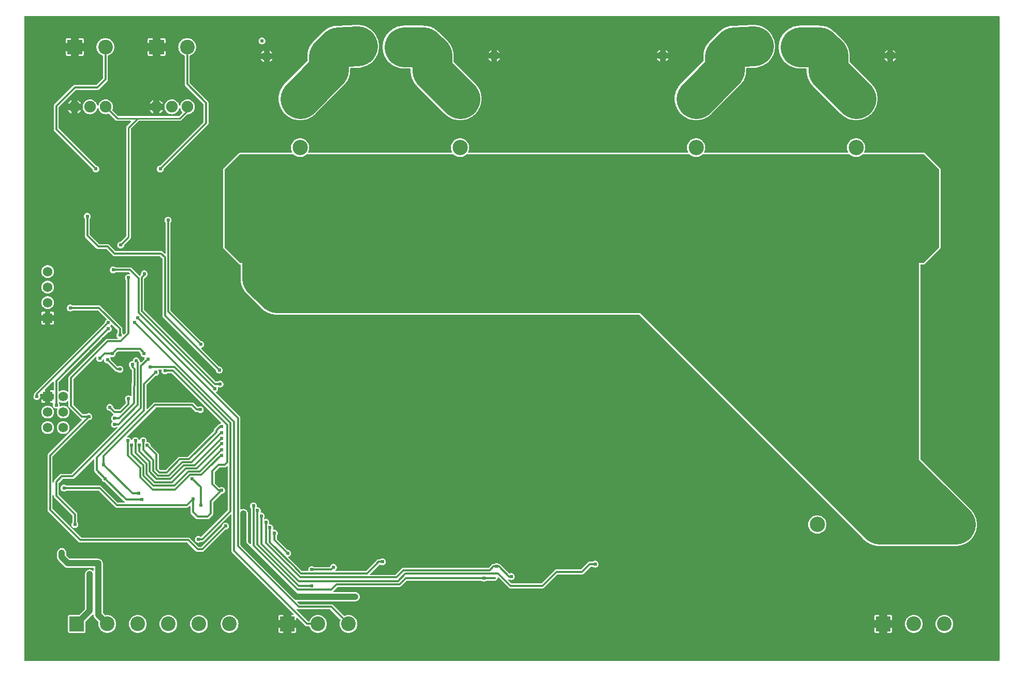
<source format=gbl>
G04 Layer: BottomLayer*
G04 EasyEDA v6.4.25, 2022-01-11T20:07:54+10:00*
G04 7104220f9c2d43f39f118c43d8da538e,d80d0e5f2d5a449f809f9e2067d82b7d,10*
G04 Gerber Generator version 0.2*
G04 Scale: 100 percent, Rotated: No, Reflected: No *
G04 Dimensions in millimeters *
G04 leading zeros omitted , absolute positions ,4 integer and 5 decimal *
%FSLAX45Y45*%
%MOMM*%

%ADD10C,0.2540*%
%ADD11C,6.5000*%
%ADD12C,0.5000*%
%ADD13C,1.0000*%
%ADD14C,0.3000*%
%ADD20C,0.6096*%
%ADD21C,0.6100*%
%ADD43C,1.6000*%
%ADD44C,1.5748*%
%ADD45R,1.5748X1.5748*%
%ADD47C,2.4000*%
%ADD48C,2.5000*%
%ADD49C,1.9000*%

%LPD*%
G36*
X35814Y-10574324D02*
G01*
X31902Y-10573562D01*
X28651Y-10571378D01*
X26416Y-10568076D01*
X25654Y-10564164D01*
X25654Y-35814D01*
X26416Y-31902D01*
X28651Y-28651D01*
X31902Y-26416D01*
X35814Y-25654D01*
X15964204Y-25654D01*
X15968065Y-26416D01*
X15971367Y-28651D01*
X15973551Y-31902D01*
X15974364Y-35814D01*
X15974364Y-10564164D01*
X15973551Y-10568076D01*
X15971367Y-10571378D01*
X15968065Y-10573562D01*
X15964204Y-10574324D01*
G37*

%LPC*%
G36*
X4206595Y-10115143D02*
G01*
X4259630Y-10115143D01*
X4259630Y-10035844D01*
X4180332Y-10035844D01*
X4180332Y-10088930D01*
X4181043Y-10095179D01*
X4182922Y-10100614D01*
X4185970Y-10105440D01*
X4190034Y-10109504D01*
X4194911Y-10112552D01*
X4200296Y-10114432D01*
G37*
G36*
X4392371Y-10115143D02*
G01*
X4445406Y-10115143D01*
X4451705Y-10114432D01*
X4457090Y-10112552D01*
X4461967Y-10109504D01*
X4466031Y-10105440D01*
X4469079Y-10100614D01*
X4470958Y-10095179D01*
X4471670Y-10088930D01*
X4471670Y-10035844D01*
X4392371Y-10035844D01*
G37*
G36*
X13951457Y-10115143D02*
G01*
X14004544Y-10115143D01*
X14004544Y-10035844D01*
X13925245Y-10035844D01*
X13925245Y-10088930D01*
X13925956Y-10095179D01*
X13927836Y-10100614D01*
X13930884Y-10105440D01*
X13934948Y-10109504D01*
X13939774Y-10112552D01*
X13945209Y-10114432D01*
G37*
G36*
X14137233Y-10115143D02*
G01*
X14190319Y-10115143D01*
X14196568Y-10114432D01*
X14202003Y-10112552D01*
X14206829Y-10109504D01*
X14210893Y-10105440D01*
X14213941Y-10100614D01*
X14215821Y-10095179D01*
X14216532Y-10088930D01*
X14216532Y-10035844D01*
X14137233Y-10035844D01*
G37*
G36*
X14570913Y-10115143D02*
G01*
X14587219Y-10114229D01*
X14603272Y-10111486D01*
X14618969Y-10106964D01*
X14634057Y-10100716D01*
X14648383Y-10092791D01*
X14661692Y-10083342D01*
X14673884Y-10072471D01*
X14684756Y-10060279D01*
X14694204Y-10046970D01*
X14702129Y-10032695D01*
X14708378Y-10017607D01*
X14712899Y-10001910D01*
X14715591Y-9985806D01*
X14716506Y-9969500D01*
X14715591Y-9953193D01*
X14712899Y-9937089D01*
X14708378Y-9921392D01*
X14702129Y-9906304D01*
X14694204Y-9892030D01*
X14684756Y-9878720D01*
X14673884Y-9866528D01*
X14661692Y-9855657D01*
X14648383Y-9846208D01*
X14634057Y-9838283D01*
X14618969Y-9832035D01*
X14603272Y-9827514D01*
X14587219Y-9824770D01*
X14570913Y-9823856D01*
X14554606Y-9824770D01*
X14538502Y-9827514D01*
X14522805Y-9832035D01*
X14507718Y-9838283D01*
X14493392Y-9846208D01*
X14480082Y-9855657D01*
X14467890Y-9866528D01*
X14457019Y-9878720D01*
X14447570Y-9892030D01*
X14439696Y-9906304D01*
X14433448Y-9921392D01*
X14428927Y-9937089D01*
X14426184Y-9953193D01*
X14425269Y-9969500D01*
X14426184Y-9985806D01*
X14428927Y-10001910D01*
X14433448Y-10017607D01*
X14439696Y-10032695D01*
X14447570Y-10046970D01*
X14457019Y-10060279D01*
X14467890Y-10072471D01*
X14480082Y-10083342D01*
X14493392Y-10092791D01*
X14507718Y-10100716D01*
X14522805Y-10106964D01*
X14538502Y-10111486D01*
X14554606Y-10114229D01*
G37*
G36*
X1880311Y-10115143D02*
G01*
X1896618Y-10114229D01*
X1912721Y-10111486D01*
X1928418Y-10106964D01*
X1943506Y-10100716D01*
X1957781Y-10092791D01*
X1971090Y-10083342D01*
X1983282Y-10072471D01*
X1994154Y-10060279D01*
X2003602Y-10046970D01*
X2011527Y-10032695D01*
X2017775Y-10017607D01*
X2022297Y-10001910D01*
X2025040Y-9985806D01*
X2025954Y-9969500D01*
X2025040Y-9953193D01*
X2022297Y-9937089D01*
X2017775Y-9921392D01*
X2011527Y-9906304D01*
X2003602Y-9892030D01*
X1994154Y-9878720D01*
X1983282Y-9866528D01*
X1971090Y-9855657D01*
X1957781Y-9846208D01*
X1943506Y-9838283D01*
X1928418Y-9832035D01*
X1912721Y-9827514D01*
X1896618Y-9824770D01*
X1880311Y-9823856D01*
X1864004Y-9824770D01*
X1847900Y-9827514D01*
X1832203Y-9832035D01*
X1817116Y-9838283D01*
X1802790Y-9846208D01*
X1789480Y-9855657D01*
X1777339Y-9866528D01*
X1766417Y-9878720D01*
X1756968Y-9892030D01*
X1749094Y-9906304D01*
X1742846Y-9921392D01*
X1738325Y-9937089D01*
X1735582Y-9953193D01*
X1734667Y-9969500D01*
X1735582Y-9985806D01*
X1738325Y-10001910D01*
X1742846Y-10017607D01*
X1749094Y-10032695D01*
X1756968Y-10046970D01*
X1766417Y-10060279D01*
X1777339Y-10072471D01*
X1789480Y-10083342D01*
X1802790Y-10092791D01*
X1817116Y-10100716D01*
X1832203Y-10106964D01*
X1847900Y-10111486D01*
X1864004Y-10114229D01*
G37*
G36*
X2380284Y-10115143D02*
G01*
X2396591Y-10114229D01*
X2412695Y-10111486D01*
X2428392Y-10106964D01*
X2443480Y-10100716D01*
X2457805Y-10092791D01*
X2471115Y-10083342D01*
X2483256Y-10072471D01*
X2494178Y-10060279D01*
X2503627Y-10046970D01*
X2511501Y-10032695D01*
X2517749Y-10017607D01*
X2522270Y-10001910D01*
X2525014Y-9985806D01*
X2525928Y-9969500D01*
X2525014Y-9953193D01*
X2522270Y-9937089D01*
X2517749Y-9921392D01*
X2511501Y-9906304D01*
X2503627Y-9892030D01*
X2494178Y-9878720D01*
X2483256Y-9866528D01*
X2471115Y-9855657D01*
X2457805Y-9846208D01*
X2443480Y-9838283D01*
X2428392Y-9832035D01*
X2412695Y-9827514D01*
X2396591Y-9824770D01*
X2380284Y-9823856D01*
X2363978Y-9824770D01*
X2347874Y-9827514D01*
X2332177Y-9832035D01*
X2317089Y-9838283D01*
X2302814Y-9846208D01*
X2289505Y-9855657D01*
X2277313Y-9866528D01*
X2266442Y-9878720D01*
X2256993Y-9892030D01*
X2249068Y-9906304D01*
X2242820Y-9921392D01*
X2238298Y-9937089D01*
X2235555Y-9953193D01*
X2234641Y-9969500D01*
X2235555Y-9985806D01*
X2238298Y-10001910D01*
X2242820Y-10017607D01*
X2249068Y-10032695D01*
X2256993Y-10046970D01*
X2266442Y-10060279D01*
X2277313Y-10072471D01*
X2289505Y-10083342D01*
X2302814Y-10092791D01*
X2317089Y-10100716D01*
X2332177Y-10106964D01*
X2347874Y-10111486D01*
X2363978Y-10114229D01*
G37*
G36*
X15070886Y-10115143D02*
G01*
X15087193Y-10114229D01*
X15103297Y-10111486D01*
X15118994Y-10106964D01*
X15134082Y-10100716D01*
X15148356Y-10092791D01*
X15161717Y-10083342D01*
X15173858Y-10072471D01*
X15184729Y-10060279D01*
X15194229Y-10046970D01*
X15202103Y-10032695D01*
X15208351Y-10017607D01*
X15212872Y-10001910D01*
X15215616Y-9985806D01*
X15216530Y-9969500D01*
X15215616Y-9953193D01*
X15212872Y-9937089D01*
X15208351Y-9921392D01*
X15202103Y-9906304D01*
X15194229Y-9892030D01*
X15184729Y-9878720D01*
X15173858Y-9866528D01*
X15161717Y-9855657D01*
X15148356Y-9846208D01*
X15134082Y-9838283D01*
X15118994Y-9832035D01*
X15103297Y-9827514D01*
X15087193Y-9824770D01*
X15070886Y-9823856D01*
X15054580Y-9824770D01*
X15038476Y-9827514D01*
X15022779Y-9832035D01*
X15007691Y-9838283D01*
X14993416Y-9846208D01*
X14980107Y-9855657D01*
X14967915Y-9866528D01*
X14957044Y-9878720D01*
X14947595Y-9892030D01*
X14939670Y-9906304D01*
X14933422Y-9921392D01*
X14928900Y-9937089D01*
X14926157Y-9953193D01*
X14925243Y-9969500D01*
X14926157Y-9985806D01*
X14928900Y-10001910D01*
X14933422Y-10017607D01*
X14939670Y-10032695D01*
X14947595Y-10046970D01*
X14957044Y-10060279D01*
X14967915Y-10072471D01*
X14980107Y-10083342D01*
X14993416Y-10092791D01*
X15007691Y-10100716D01*
X15022779Y-10106964D01*
X15038476Y-10111486D01*
X15054580Y-10114229D01*
G37*
G36*
X2880309Y-10115143D02*
G01*
X2896616Y-10114229D01*
X2912719Y-10111486D01*
X2928416Y-10106964D01*
X2943504Y-10100716D01*
X2957779Y-10092791D01*
X2971088Y-10083342D01*
X2983280Y-10072471D01*
X2994152Y-10060279D01*
X3003600Y-10046970D01*
X3011525Y-10032695D01*
X3017774Y-10017607D01*
X3022295Y-10001910D01*
X3025038Y-9985806D01*
X3025952Y-9969500D01*
X3025038Y-9953193D01*
X3022295Y-9937089D01*
X3017774Y-9921392D01*
X3011525Y-9906304D01*
X3003600Y-9892030D01*
X2994152Y-9878720D01*
X2983280Y-9866528D01*
X2971088Y-9855657D01*
X2957779Y-9846208D01*
X2943504Y-9838283D01*
X2928416Y-9832035D01*
X2912719Y-9827514D01*
X2896616Y-9824770D01*
X2880309Y-9823856D01*
X2864002Y-9824770D01*
X2847898Y-9827514D01*
X2832201Y-9832035D01*
X2817114Y-9838283D01*
X2802839Y-9846208D01*
X2789478Y-9855657D01*
X2777337Y-9866528D01*
X2766415Y-9878720D01*
X2756966Y-9892030D01*
X2749092Y-9906304D01*
X2742844Y-9921392D01*
X2738323Y-9937089D01*
X2735580Y-9953193D01*
X2734665Y-9969500D01*
X2735580Y-9985806D01*
X2738323Y-10001910D01*
X2742844Y-10017607D01*
X2749092Y-10032695D01*
X2756966Y-10046970D01*
X2766415Y-10060279D01*
X2777337Y-10072471D01*
X2789478Y-10083342D01*
X2802839Y-10092791D01*
X2817114Y-10100716D01*
X2832201Y-10106964D01*
X2847898Y-10111486D01*
X2864002Y-10114229D01*
G37*
G36*
X3380282Y-10115143D02*
G01*
X3396589Y-10114229D01*
X3412693Y-10111486D01*
X3428390Y-10106964D01*
X3443478Y-10100716D01*
X3457803Y-10092791D01*
X3471113Y-10083342D01*
X3483305Y-10072471D01*
X3494176Y-10060279D01*
X3503625Y-10046970D01*
X3511499Y-10032695D01*
X3517747Y-10017607D01*
X3522268Y-10001910D01*
X3525012Y-9985806D01*
X3525926Y-9969500D01*
X3525012Y-9953193D01*
X3522268Y-9937089D01*
X3517747Y-9921392D01*
X3511499Y-9906304D01*
X3503625Y-9892030D01*
X3494176Y-9878720D01*
X3483305Y-9866528D01*
X3471113Y-9855657D01*
X3457803Y-9846208D01*
X3443478Y-9838283D01*
X3428390Y-9832035D01*
X3412693Y-9827514D01*
X3396589Y-9824770D01*
X3380282Y-9823856D01*
X3363976Y-9824770D01*
X3347872Y-9827514D01*
X3332175Y-9832035D01*
X3317087Y-9838283D01*
X3302812Y-9846208D01*
X3289503Y-9855657D01*
X3277311Y-9866528D01*
X3266440Y-9878720D01*
X3256991Y-9892030D01*
X3249066Y-9906304D01*
X3242818Y-9921392D01*
X3238296Y-9937089D01*
X3235553Y-9953193D01*
X3234639Y-9969500D01*
X3235553Y-9985806D01*
X3238296Y-10001910D01*
X3242818Y-10017607D01*
X3249066Y-10032695D01*
X3256991Y-10046970D01*
X3266440Y-10060279D01*
X3277311Y-10072471D01*
X3289503Y-10083342D01*
X3302812Y-10092791D01*
X3317087Y-10100716D01*
X3332175Y-10106964D01*
X3347872Y-10111486D01*
X3363976Y-10114229D01*
G37*
G36*
X760882Y-10115143D02*
G01*
X999744Y-10115143D01*
X1005992Y-10114432D01*
X1011428Y-10112552D01*
X1016253Y-10109504D01*
X1020318Y-10105440D01*
X1023366Y-10100614D01*
X1025245Y-10095179D01*
X1025956Y-10088930D01*
X1025956Y-9935057D01*
X1026718Y-9931146D01*
X1028953Y-9927894D01*
X1139037Y-9817760D01*
X1142187Y-9815626D01*
X1145895Y-9814814D01*
X1149654Y-9815423D01*
X1152906Y-9817354D01*
X1155242Y-9820351D01*
X1156309Y-9824008D01*
X1157122Y-9832594D01*
X1157528Y-9834981D01*
X1159662Y-9843617D01*
X1160424Y-9845903D01*
X1163828Y-9854082D01*
X1164945Y-9856317D01*
X1169517Y-9863886D01*
X1176578Y-9872726D01*
X1234998Y-9931196D01*
X1236878Y-9933787D01*
X1237843Y-9936835D01*
X1237792Y-9940086D01*
X1235557Y-9953193D01*
X1234643Y-9969500D01*
X1235557Y-9985806D01*
X1238300Y-10001910D01*
X1242822Y-10017607D01*
X1249070Y-10032695D01*
X1256995Y-10046970D01*
X1266444Y-10060279D01*
X1277315Y-10072471D01*
X1289507Y-10083342D01*
X1302816Y-10092791D01*
X1317091Y-10100716D01*
X1332179Y-10106964D01*
X1347876Y-10111486D01*
X1363980Y-10114229D01*
X1380286Y-10115143D01*
X1396593Y-10114229D01*
X1412697Y-10111486D01*
X1428394Y-10106964D01*
X1443482Y-10100716D01*
X1457756Y-10092791D01*
X1471117Y-10083342D01*
X1483258Y-10072471D01*
X1494180Y-10060279D01*
X1503629Y-10046970D01*
X1511503Y-10032695D01*
X1517751Y-10017607D01*
X1522272Y-10001910D01*
X1525016Y-9985806D01*
X1525930Y-9969500D01*
X1525016Y-9953193D01*
X1522272Y-9937089D01*
X1517751Y-9921392D01*
X1511503Y-9906304D01*
X1503629Y-9892030D01*
X1494180Y-9878720D01*
X1483258Y-9866528D01*
X1471117Y-9855657D01*
X1457756Y-9846208D01*
X1443482Y-9838283D01*
X1428394Y-9832035D01*
X1412697Y-9827514D01*
X1396593Y-9824770D01*
X1380286Y-9823856D01*
X1363980Y-9824770D01*
X1350822Y-9827006D01*
X1347622Y-9827056D01*
X1344574Y-9826040D01*
X1341932Y-9824161D01*
X1310538Y-9792766D01*
X1308303Y-9789464D01*
X1307541Y-9785553D01*
X1307541Y-8979103D01*
X1307338Y-8973261D01*
X1306677Y-8967622D01*
X1305661Y-8962085D01*
X1304188Y-8956598D01*
X1302308Y-8951264D01*
X1300073Y-8946083D01*
X1297432Y-8941054D01*
X1294384Y-8936278D01*
X1291031Y-8931757D01*
X1287373Y-8927439D01*
X1283360Y-8923426D01*
X1279042Y-8919768D01*
X1274521Y-8916416D01*
X1269746Y-8913368D01*
X1264716Y-8910726D01*
X1259535Y-8908491D01*
X1254201Y-8906611D01*
X1248714Y-8905138D01*
X1243177Y-8904122D01*
X1237538Y-8903462D01*
X1231696Y-8903258D01*
X772160Y-8903258D01*
X768248Y-8902496D01*
X764946Y-8900261D01*
X713638Y-8848953D01*
X711403Y-8845651D01*
X710641Y-8841740D01*
X710641Y-8804402D01*
X709777Y-8792718D01*
X707288Y-8781745D01*
X703122Y-8771178D01*
X697484Y-8761425D01*
X690422Y-8752586D01*
X682142Y-8744864D01*
X672795Y-8738514D01*
X662635Y-8733637D01*
X651814Y-8730284D01*
X640638Y-8728608D01*
X629361Y-8728608D01*
X618185Y-8730284D01*
X607364Y-8733637D01*
X597204Y-8738514D01*
X587857Y-8744864D01*
X579577Y-8752586D01*
X572516Y-8761425D01*
X566877Y-8771178D01*
X562711Y-8781745D01*
X560222Y-8792718D01*
X559358Y-8804402D01*
X559409Y-8879941D01*
X560222Y-8888780D01*
X560628Y-8891168D01*
X562762Y-8899804D01*
X563524Y-8902090D01*
X566928Y-8910269D01*
X568045Y-8912504D01*
X572617Y-8920073D01*
X579678Y-8928912D01*
X684987Y-9034221D01*
X693826Y-9041282D01*
X701395Y-9045854D01*
X703630Y-9046972D01*
X711809Y-9050375D01*
X714095Y-9051137D01*
X722731Y-9053271D01*
X725119Y-9053677D01*
X733958Y-9054490D01*
X1146098Y-9054541D01*
X1149959Y-9055303D01*
X1153261Y-9057538D01*
X1155496Y-9060840D01*
X1156258Y-9064701D01*
X1156258Y-9089948D01*
X1155293Y-9094266D01*
X1152652Y-9097721D01*
X1148740Y-9099753D01*
X1144371Y-9099956D01*
X1140307Y-9098330D01*
X1129995Y-9091218D01*
X1119835Y-9086291D01*
X1109014Y-9082989D01*
X1097838Y-9081262D01*
X1086561Y-9081262D01*
X1075385Y-9082989D01*
X1064564Y-9086291D01*
X1054404Y-9091218D01*
X1045057Y-9097568D01*
X1036777Y-9105239D01*
X1029716Y-9114078D01*
X1024077Y-9123883D01*
X1019911Y-9134398D01*
X1017422Y-9145422D01*
X1016558Y-9157055D01*
X1016558Y-9722053D01*
X1015796Y-9725964D01*
X1013561Y-9729266D01*
X921969Y-9820859D01*
X918667Y-9823094D01*
X914755Y-9823856D01*
X760882Y-9823856D01*
X754583Y-9824567D01*
X749198Y-9826447D01*
X744321Y-9829495D01*
X740308Y-9833559D01*
X737260Y-9838385D01*
X735330Y-9843820D01*
X734669Y-9850069D01*
X734669Y-10088930D01*
X735330Y-10095179D01*
X737260Y-10100614D01*
X740308Y-10105440D01*
X744321Y-10109504D01*
X749198Y-10112552D01*
X754583Y-10114432D01*
G37*
G36*
X4826000Y-10115143D02*
G01*
X4842306Y-10114229D01*
X4858410Y-10111486D01*
X4874107Y-10106964D01*
X4889195Y-10100716D01*
X4903470Y-10092791D01*
X4916779Y-10083342D01*
X4928971Y-10072471D01*
X4939842Y-10060279D01*
X4949291Y-10046970D01*
X4957216Y-10032695D01*
X4963464Y-10017607D01*
X4967986Y-10001910D01*
X4970729Y-9985806D01*
X4971643Y-9969500D01*
X4970729Y-9953193D01*
X4967986Y-9937089D01*
X4963464Y-9921392D01*
X4957216Y-9906304D01*
X4949291Y-9892030D01*
X4939842Y-9878720D01*
X4928971Y-9866528D01*
X4916779Y-9855657D01*
X4903470Y-9846208D01*
X4889195Y-9838283D01*
X4874107Y-9832035D01*
X4858410Y-9827514D01*
X4842306Y-9824770D01*
X4826000Y-9823856D01*
X4809693Y-9824770D01*
X4793589Y-9827514D01*
X4777892Y-9832035D01*
X4762804Y-9838283D01*
X4748530Y-9846208D01*
X4735169Y-9855657D01*
X4723028Y-9866528D01*
X4712157Y-9878720D01*
X4702657Y-9892030D01*
X4694783Y-9906304D01*
X4688484Y-9921494D01*
X4686452Y-9925304D01*
X4682998Y-9927945D01*
X4678730Y-9928860D01*
X4669231Y-9928860D01*
X4665370Y-9928098D01*
X4662068Y-9925862D01*
X4478782Y-9742576D01*
X4476496Y-9739122D01*
X4475784Y-9735108D01*
X4476750Y-9731095D01*
X4479188Y-9727793D01*
X4482744Y-9725761D01*
X4486808Y-9725253D01*
X4490720Y-9726422D01*
X4492955Y-9727590D01*
X4500575Y-9729927D01*
X4509008Y-9730740D01*
X5025440Y-9730740D01*
X5029301Y-9731502D01*
X5032603Y-9733737D01*
X5193131Y-9894112D01*
X5195468Y-9897770D01*
X5196078Y-9902037D01*
X5194757Y-9906304D01*
X5188508Y-9921392D01*
X5183987Y-9937089D01*
X5181295Y-9953193D01*
X5180380Y-9969500D01*
X5181295Y-9985806D01*
X5183987Y-10001910D01*
X5188508Y-10017607D01*
X5194757Y-10032695D01*
X5202682Y-10046970D01*
X5212130Y-10060279D01*
X5223002Y-10072471D01*
X5235194Y-10083342D01*
X5248503Y-10092791D01*
X5262829Y-10100716D01*
X5277916Y-10106964D01*
X5293614Y-10111486D01*
X5309666Y-10114229D01*
X5325973Y-10115143D01*
X5342280Y-10114229D01*
X5358384Y-10111486D01*
X5374081Y-10106964D01*
X5389168Y-10100716D01*
X5403494Y-10092791D01*
X5416804Y-10083342D01*
X5428996Y-10072471D01*
X5439867Y-10060279D01*
X5449316Y-10046970D01*
X5457190Y-10032695D01*
X5463438Y-10017607D01*
X5467959Y-10001910D01*
X5470702Y-9985806D01*
X5471617Y-9969500D01*
X5470702Y-9953193D01*
X5467959Y-9937089D01*
X5463438Y-9921392D01*
X5457190Y-9906304D01*
X5449316Y-9892030D01*
X5439867Y-9878720D01*
X5428996Y-9866528D01*
X5416804Y-9855657D01*
X5403494Y-9846208D01*
X5389168Y-9838283D01*
X5374081Y-9832035D01*
X5358384Y-9827514D01*
X5342280Y-9824770D01*
X5325973Y-9823856D01*
X5309666Y-9824770D01*
X5293614Y-9827514D01*
X5277916Y-9832035D01*
X5261762Y-9838791D01*
X5257850Y-9839604D01*
X5253939Y-9838842D01*
X5250637Y-9836607D01*
X5075580Y-9661702D01*
X5069027Y-9656318D01*
X5062016Y-9652609D01*
X5054396Y-9650272D01*
X5045964Y-9649460D01*
X4529531Y-9649460D01*
X4525670Y-9648698D01*
X4522368Y-9646462D01*
X4493869Y-9618014D01*
X4491685Y-9614712D01*
X4490923Y-9610801D01*
X4491685Y-9606940D01*
X4493869Y-9603638D01*
X4497171Y-9601403D01*
X4501083Y-9600641D01*
X5435244Y-9600641D01*
X5446877Y-9599777D01*
X5457901Y-9597288D01*
X5468416Y-9593122D01*
X5478221Y-9587484D01*
X5487060Y-9580422D01*
X5494731Y-9572142D01*
X5501081Y-9562795D01*
X5506008Y-9552635D01*
X5509310Y-9541814D01*
X5511038Y-9530638D01*
X5511038Y-9519361D01*
X5509310Y-9508185D01*
X5506008Y-9497364D01*
X5501081Y-9487204D01*
X5494731Y-9477857D01*
X5487060Y-9469577D01*
X5478221Y-9462516D01*
X5468416Y-9456877D01*
X5457901Y-9452711D01*
X5446877Y-9450222D01*
X5435244Y-9449358D01*
X5085283Y-9449358D01*
X5081371Y-9448596D01*
X5078069Y-9446361D01*
X5075885Y-9443059D01*
X5075123Y-9439198D01*
X5075885Y-9435287D01*
X5078069Y-9431985D01*
X5144668Y-9365437D01*
X5147970Y-9363252D01*
X5151831Y-9362440D01*
X6158992Y-9362440D01*
X6167424Y-9361627D01*
X6175044Y-9359290D01*
X6182055Y-9355582D01*
X6188608Y-9350197D01*
X6274968Y-9263837D01*
X6278270Y-9261652D01*
X6282131Y-9260840D01*
X7497775Y-9260840D01*
X7500823Y-9261348D01*
X7503566Y-9262668D01*
X7512253Y-9268764D01*
X7521143Y-9272930D01*
X7530592Y-9275419D01*
X7540345Y-9276283D01*
X7550048Y-9275419D01*
X7559497Y-9272930D01*
X7568387Y-9268764D01*
X7577074Y-9262668D01*
X7579817Y-9261348D01*
X7582916Y-9260840D01*
X7721092Y-9260840D01*
X7729524Y-9260027D01*
X7737144Y-9257690D01*
X7744155Y-9253982D01*
X7750302Y-9248902D01*
X7755381Y-9242755D01*
X7759090Y-9235744D01*
X7761427Y-9228124D01*
X7762189Y-9220200D01*
X7761833Y-9216390D01*
X7762290Y-9212275D01*
X7764322Y-9208719D01*
X7767574Y-9206230D01*
X7771587Y-9205264D01*
X7775651Y-9205976D01*
X7779105Y-9208211D01*
X7946491Y-9375597D01*
X7953044Y-9380982D01*
X7960055Y-9384690D01*
X7967675Y-9387027D01*
X7976108Y-9387840D01*
X8495792Y-9387840D01*
X8504224Y-9387027D01*
X8511844Y-9384690D01*
X8518855Y-9380982D01*
X8525408Y-9375597D01*
X8738768Y-9162237D01*
X8742070Y-9160052D01*
X8745931Y-9159240D01*
X9143492Y-9159240D01*
X9151924Y-9158427D01*
X9159544Y-9156090D01*
X9166555Y-9152382D01*
X9173108Y-9146997D01*
X9284868Y-9035237D01*
X9288170Y-9033052D01*
X9292031Y-9032240D01*
X9317329Y-9032240D01*
X9320377Y-9032748D01*
X9323171Y-9034068D01*
X9331858Y-9040164D01*
X9340697Y-9044330D01*
X9350146Y-9046819D01*
X9359900Y-9047683D01*
X9369653Y-9046819D01*
X9379102Y-9044330D01*
X9387941Y-9040164D01*
X9395968Y-9034576D01*
X9402876Y-9027668D01*
X9408464Y-9019641D01*
X9412630Y-9010802D01*
X9415119Y-9001353D01*
X9415983Y-8991600D01*
X9415119Y-8981846D01*
X9412630Y-8972397D01*
X9408464Y-8963558D01*
X9402876Y-8955532D01*
X9395968Y-8948623D01*
X9387941Y-8943035D01*
X9379102Y-8938869D01*
X9369653Y-8936380D01*
X9359900Y-8935516D01*
X9350146Y-8936380D01*
X9340697Y-8938869D01*
X9331858Y-8943035D01*
X9323171Y-8949131D01*
X9320377Y-8950452D01*
X9317329Y-8950960D01*
X9271508Y-8950960D01*
X9263075Y-8951772D01*
X9255455Y-8954109D01*
X9248444Y-8957818D01*
X9241891Y-8963202D01*
X9130131Y-9074962D01*
X9126829Y-9077198D01*
X9122968Y-9077960D01*
X8725408Y-9077960D01*
X8716975Y-9078772D01*
X8709355Y-9081109D01*
X8702344Y-9084818D01*
X8695791Y-9090202D01*
X8482431Y-9303562D01*
X8479129Y-9305798D01*
X8475268Y-9306560D01*
X7996631Y-9306560D01*
X7992770Y-9305798D01*
X7989468Y-9303562D01*
X7939024Y-9253118D01*
X7936738Y-9249562D01*
X7936077Y-9245346D01*
X7937246Y-9241231D01*
X7939989Y-9237929D01*
X7943850Y-9236100D01*
X7948117Y-9235948D01*
X7952028Y-9237624D01*
X7960258Y-9243364D01*
X7969097Y-9247530D01*
X7978546Y-9250019D01*
X7988300Y-9250883D01*
X7998053Y-9250019D01*
X8007502Y-9247530D01*
X8016341Y-9243364D01*
X8024368Y-9237776D01*
X8031276Y-9230868D01*
X8036864Y-9222841D01*
X8041030Y-9214002D01*
X8043519Y-9204553D01*
X8044383Y-9194800D01*
X8043519Y-9185046D01*
X8041030Y-9175597D01*
X8036864Y-9166758D01*
X8031276Y-9158732D01*
X8024368Y-9151823D01*
X8016341Y-9146235D01*
X8007502Y-9142069D01*
X7998053Y-9139580D01*
X7988300Y-9138716D01*
X7978546Y-9139580D01*
X7969097Y-9142069D01*
X7965948Y-9143593D01*
X7961934Y-9144508D01*
X7957870Y-9143796D01*
X7954467Y-9141561D01*
X7814208Y-9001302D01*
X7807655Y-8995918D01*
X7800644Y-8992209D01*
X7793024Y-8989872D01*
X7789062Y-8989466D01*
X7785862Y-8988602D01*
X7775041Y-8981135D01*
X7766202Y-8976969D01*
X7756753Y-8974480D01*
X7747000Y-8973616D01*
X7737246Y-8974480D01*
X7727797Y-8976969D01*
X7718958Y-8981135D01*
X7710271Y-8987231D01*
X7707477Y-8988552D01*
X7704429Y-8989060D01*
X7696708Y-8989060D01*
X7688275Y-8989872D01*
X7680655Y-8992209D01*
X7673644Y-8995918D01*
X7667091Y-9001302D01*
X7618831Y-9049562D01*
X7615529Y-9051798D01*
X7611668Y-9052560D01*
X6223508Y-9052560D01*
X6215075Y-9053372D01*
X6207455Y-9055709D01*
X6200444Y-9059418D01*
X6193891Y-9064802D01*
X6094831Y-9163862D01*
X6091529Y-9166098D01*
X6087668Y-9166860D01*
X5685282Y-9166860D01*
X5681370Y-9166098D01*
X5678068Y-9163862D01*
X5675884Y-9160560D01*
X5675122Y-9156700D01*
X5675884Y-9152788D01*
X5678068Y-9149486D01*
X5830417Y-8997188D01*
X5833313Y-8995156D01*
X5836716Y-8994241D01*
X5840222Y-8994546D01*
X5843422Y-8996019D01*
X5852058Y-9002064D01*
X5860897Y-9006230D01*
X5870346Y-9008719D01*
X5880100Y-9009583D01*
X5889853Y-9008719D01*
X5899302Y-9006230D01*
X5908141Y-9002064D01*
X5916168Y-8996476D01*
X5923076Y-8989568D01*
X5928664Y-8981541D01*
X5932830Y-8972702D01*
X5935319Y-8963253D01*
X5936183Y-8953500D01*
X5935319Y-8943746D01*
X5932830Y-8934297D01*
X5928664Y-8925458D01*
X5923076Y-8917432D01*
X5916168Y-8910523D01*
X5908141Y-8904935D01*
X5899302Y-8900769D01*
X5889853Y-8898280D01*
X5880100Y-8897416D01*
X5870346Y-8898280D01*
X5860897Y-8900769D01*
X5852058Y-8904935D01*
X5843371Y-8911031D01*
X5840577Y-8912352D01*
X5837529Y-8912860D01*
X5817108Y-8912860D01*
X5808675Y-8913672D01*
X5801055Y-8916009D01*
X5794044Y-8919718D01*
X5787491Y-8925102D01*
X5612231Y-9100362D01*
X5608929Y-9102598D01*
X5605068Y-9103360D01*
X5122621Y-9103360D01*
X5118709Y-9102547D01*
X5115407Y-9100362D01*
X5113223Y-9097060D01*
X5112461Y-9093200D01*
X5113223Y-9089288D01*
X5115407Y-9085986D01*
X5122976Y-9078468D01*
X5128564Y-9070441D01*
X5132730Y-9061602D01*
X5135219Y-9052153D01*
X5136083Y-9042400D01*
X5135219Y-9032646D01*
X5132730Y-9023197D01*
X5128564Y-9014358D01*
X5122976Y-9006332D01*
X5116068Y-8999423D01*
X5108041Y-8993835D01*
X5099202Y-8989669D01*
X5089753Y-8987180D01*
X5080000Y-8986316D01*
X5070246Y-8987180D01*
X5060797Y-8989669D01*
X5051958Y-8993835D01*
X5043932Y-8999423D01*
X5037023Y-9006332D01*
X5031435Y-9014358D01*
X5027269Y-9023197D01*
X5024831Y-9032290D01*
X5022799Y-9036202D01*
X5019344Y-9038894D01*
X5015026Y-9039860D01*
X4766970Y-9039860D01*
X4763922Y-9039352D01*
X4761128Y-9038031D01*
X4752441Y-9031935D01*
X4743602Y-9027769D01*
X4734153Y-9025280D01*
X4724400Y-9024416D01*
X4714646Y-9025280D01*
X4705197Y-9027769D01*
X4696358Y-9031935D01*
X4688332Y-9037523D01*
X4681423Y-9044432D01*
X4675835Y-9052458D01*
X4671669Y-9061297D01*
X4669180Y-9070746D01*
X4668316Y-9080500D01*
X4669536Y-9094266D01*
X4668469Y-9097822D01*
X4666234Y-9100718D01*
X4663084Y-9102648D01*
X4659426Y-9103360D01*
X4567631Y-9103360D01*
X4563770Y-9102598D01*
X4560468Y-9100362D01*
X4343958Y-8883853D01*
X4341672Y-8880348D01*
X4341012Y-8876182D01*
X4342079Y-8872067D01*
X4344771Y-8868816D01*
X4358741Y-8862364D01*
X4366768Y-8856776D01*
X4373676Y-8849868D01*
X4379264Y-8841841D01*
X4383430Y-8833002D01*
X4385919Y-8823553D01*
X4386783Y-8813800D01*
X4385919Y-8804046D01*
X4383430Y-8794597D01*
X4379264Y-8785758D01*
X4373676Y-8777732D01*
X4366768Y-8770823D01*
X4358741Y-8765235D01*
X4349902Y-8761069D01*
X4340453Y-8758580D01*
X4335932Y-8758174D01*
X4332528Y-8757259D01*
X4329633Y-8755227D01*
X4158437Y-8584031D01*
X4156252Y-8580729D01*
X4155440Y-8576868D01*
X4155440Y-8526170D01*
X4155948Y-8523122D01*
X4157268Y-8520328D01*
X4163364Y-8511641D01*
X4167530Y-8502802D01*
X4170019Y-8493353D01*
X4170883Y-8483600D01*
X4170019Y-8473846D01*
X4167530Y-8464397D01*
X4163364Y-8455558D01*
X4157776Y-8447532D01*
X4150868Y-8440623D01*
X4142841Y-8435035D01*
X4134002Y-8430869D01*
X4124553Y-8428380D01*
X4114800Y-8427516D01*
X4105046Y-8428380D01*
X4102658Y-8428990D01*
X4098899Y-8429294D01*
X4095242Y-8428126D01*
X4092295Y-8425688D01*
X4090415Y-8422386D01*
X4089908Y-8418576D01*
X4093819Y-8404453D01*
X4094683Y-8394700D01*
X4093819Y-8384946D01*
X4091330Y-8375497D01*
X4087164Y-8366658D01*
X4081576Y-8358631D01*
X4074668Y-8351723D01*
X4066641Y-8346135D01*
X4057802Y-8341969D01*
X4048353Y-8339480D01*
X4037990Y-8338616D01*
X4034180Y-8338108D01*
X4030878Y-8336229D01*
X4028440Y-8333282D01*
X4027322Y-8329625D01*
X4027576Y-8325866D01*
X4030319Y-8315553D01*
X4031183Y-8305800D01*
X4030319Y-8296046D01*
X4027830Y-8286597D01*
X4023664Y-8277758D01*
X4018076Y-8269731D01*
X4011168Y-8262823D01*
X4003141Y-8257235D01*
X3994302Y-8253069D01*
X3984853Y-8250580D01*
X3975100Y-8249716D01*
X3965346Y-8250580D01*
X3955897Y-8253069D01*
X3951630Y-8253933D01*
X3947363Y-8252968D01*
X3943959Y-8250275D01*
X3941978Y-8246364D01*
X3941775Y-8241995D01*
X3943451Y-8237981D01*
X3947464Y-8232241D01*
X3951630Y-8223402D01*
X3954119Y-8213953D01*
X3954983Y-8204200D01*
X3954119Y-8194446D01*
X3951630Y-8184997D01*
X3947464Y-8176158D01*
X3941876Y-8168131D01*
X3934968Y-8161223D01*
X3926941Y-8155635D01*
X3918102Y-8151469D01*
X3908653Y-8148980D01*
X3898290Y-8148116D01*
X3894480Y-8147608D01*
X3891178Y-8145729D01*
X3888740Y-8142782D01*
X3887622Y-8139125D01*
X3887876Y-8135366D01*
X3890619Y-8125053D01*
X3891483Y-8115300D01*
X3890619Y-8105546D01*
X3888130Y-8096097D01*
X3883964Y-8087258D01*
X3878376Y-8079231D01*
X3871468Y-8072323D01*
X3863441Y-8066735D01*
X3854602Y-8062569D01*
X3845153Y-8060080D01*
X3836415Y-8059318D01*
X3832606Y-8058200D01*
X3829507Y-8055711D01*
X3827627Y-8052206D01*
X3827170Y-8048294D01*
X3827983Y-8039100D01*
X3827119Y-8029346D01*
X3824630Y-8019897D01*
X3820464Y-8011058D01*
X3814876Y-8003031D01*
X3807968Y-7996123D01*
X3799941Y-7990535D01*
X3791102Y-7986369D01*
X3781653Y-7983880D01*
X3771900Y-7983016D01*
X3762146Y-7983880D01*
X3752697Y-7986369D01*
X3743858Y-7990535D01*
X3735832Y-7996123D01*
X3728923Y-8003031D01*
X3723335Y-8011058D01*
X3719169Y-8019897D01*
X3716680Y-8029346D01*
X3715816Y-8039100D01*
X3716680Y-8048853D01*
X3719169Y-8058302D01*
X3723335Y-8067141D01*
X3729431Y-8075828D01*
X3730751Y-8078622D01*
X3731260Y-8081670D01*
X3731260Y-8654338D01*
X3730447Y-8658199D01*
X3728262Y-8661501D01*
X3724960Y-8663736D01*
X3721100Y-8664498D01*
X3717188Y-8663736D01*
X3713886Y-8661501D01*
X3685438Y-8633053D01*
X3683203Y-8629751D01*
X3682441Y-8625840D01*
X3682441Y-8166455D01*
X3681577Y-8154822D01*
X3679088Y-8143798D01*
X3674922Y-8133283D01*
X3669284Y-8123478D01*
X3662222Y-8114639D01*
X3653942Y-8106968D01*
X3644595Y-8100618D01*
X3634435Y-8095691D01*
X3623614Y-8092389D01*
X3612438Y-8090662D01*
X3601161Y-8090662D01*
X3589985Y-8092389D01*
X3579164Y-8095691D01*
X3573119Y-8098637D01*
X3569157Y-8099602D01*
X3565144Y-8098993D01*
X3561689Y-8096808D01*
X3559352Y-8093456D01*
X3558540Y-8089442D01*
X3558540Y-6604508D01*
X3557727Y-6596075D01*
X3555390Y-6588455D01*
X3551682Y-6581444D01*
X3546297Y-6574891D01*
X3159150Y-6187744D01*
X3156966Y-6184544D01*
X3156153Y-6180734D01*
X3156813Y-6176924D01*
X3158896Y-6173622D01*
X3162046Y-6171336D01*
X3164941Y-6169964D01*
X3172968Y-6164376D01*
X3179876Y-6157468D01*
X3185464Y-6149441D01*
X3189630Y-6140602D01*
X3192119Y-6131153D01*
X3192983Y-6121400D01*
X3192119Y-6111646D01*
X3191510Y-6109258D01*
X3191205Y-6105499D01*
X3192373Y-6101842D01*
X3194812Y-6098895D01*
X3198114Y-6097016D01*
X3201924Y-6096508D01*
X3216046Y-6100419D01*
X3225800Y-6101283D01*
X3235553Y-6100419D01*
X3245002Y-6097930D01*
X3253841Y-6093764D01*
X3261867Y-6088176D01*
X3268776Y-6081268D01*
X3274364Y-6073241D01*
X3278530Y-6064402D01*
X3281019Y-6054953D01*
X3281883Y-6045200D01*
X3281019Y-6035446D01*
X3278530Y-6025997D01*
X3274364Y-6017158D01*
X3268776Y-6009132D01*
X3261867Y-6002223D01*
X3253841Y-5996635D01*
X3245002Y-5992469D01*
X3235553Y-5989980D01*
X3225800Y-5989116D01*
X3216046Y-5989980D01*
X3206597Y-5992469D01*
X3197758Y-5996635D01*
X3189071Y-6002731D01*
X3186277Y-6004052D01*
X3183229Y-6004560D01*
X3157931Y-6004560D01*
X3154070Y-6003798D01*
X3150768Y-6001562D01*
X1986737Y-4837531D01*
X1984552Y-4834229D01*
X1983739Y-4830368D01*
X1983739Y-4326331D01*
X1984552Y-4322470D01*
X1986737Y-4319168D01*
X2015642Y-4290263D01*
X2022906Y-4284827D01*
X2029866Y-4277868D01*
X2035454Y-4269841D01*
X2039620Y-4261002D01*
X2042109Y-4251553D01*
X2042972Y-4241800D01*
X2042109Y-4232046D01*
X2039620Y-4222597D01*
X2035454Y-4213758D01*
X2029866Y-4205732D01*
X2022957Y-4198823D01*
X2014931Y-4193235D01*
X2006092Y-4189069D01*
X1996643Y-4186580D01*
X1986889Y-4185716D01*
X1977136Y-4186580D01*
X1967687Y-4189069D01*
X1958848Y-4193235D01*
X1950821Y-4198823D01*
X1943912Y-4205732D01*
X1938324Y-4213758D01*
X1934159Y-4222597D01*
X1931670Y-4232046D01*
X1930806Y-4241800D01*
X1932076Y-4255465D01*
X1931162Y-4258868D01*
X1929130Y-4261764D01*
X1918512Y-4272381D01*
X1915261Y-4274566D01*
X1911350Y-4275328D01*
X1907438Y-4274566D01*
X1904187Y-4272381D01*
X1781708Y-4149902D01*
X1775155Y-4144518D01*
X1768144Y-4140809D01*
X1760524Y-4138472D01*
X1752092Y-4137660D01*
X1521460Y-4137660D01*
X1518412Y-4137151D01*
X1515618Y-4135831D01*
X1506931Y-4129735D01*
X1498092Y-4125569D01*
X1488643Y-4123080D01*
X1478889Y-4122216D01*
X1469136Y-4123080D01*
X1459687Y-4125569D01*
X1450848Y-4129735D01*
X1442821Y-4135323D01*
X1435912Y-4142232D01*
X1430324Y-4150258D01*
X1426159Y-4159097D01*
X1423670Y-4168546D01*
X1422806Y-4178300D01*
X1423670Y-4188053D01*
X1426159Y-4197502D01*
X1430324Y-4206341D01*
X1435912Y-4214368D01*
X1442821Y-4221276D01*
X1450848Y-4226864D01*
X1459687Y-4231030D01*
X1469136Y-4233519D01*
X1478889Y-4234383D01*
X1488643Y-4233519D01*
X1498092Y-4231030D01*
X1506931Y-4226864D01*
X1515618Y-4220768D01*
X1518412Y-4219448D01*
X1521460Y-4218940D01*
X1731568Y-4218940D01*
X1735429Y-4219752D01*
X1738731Y-4221937D01*
X1751025Y-4234180D01*
X1753362Y-4237888D01*
X1753920Y-4242257D01*
X1752600Y-4246473D01*
X1749653Y-4249724D01*
X1745589Y-4251401D01*
X1741170Y-4251198D01*
X1736953Y-4250080D01*
X1727200Y-4249216D01*
X1717446Y-4250080D01*
X1707997Y-4252569D01*
X1699158Y-4256735D01*
X1691132Y-4262323D01*
X1684223Y-4269232D01*
X1678635Y-4277258D01*
X1674469Y-4286097D01*
X1671980Y-4295546D01*
X1671116Y-4305300D01*
X1671980Y-4315053D01*
X1674469Y-4324502D01*
X1678635Y-4333341D01*
X1684731Y-4342028D01*
X1686052Y-4344822D01*
X1686560Y-4347870D01*
X1686560Y-5198668D01*
X1685798Y-5202529D01*
X1683562Y-5205831D01*
X1657553Y-5231841D01*
X1654048Y-5234127D01*
X1649882Y-5234787D01*
X1645767Y-5233720D01*
X1642516Y-5231028D01*
X1636064Y-5217058D01*
X1629968Y-5208371D01*
X1628648Y-5205577D01*
X1628139Y-5202529D01*
X1628139Y-5144008D01*
X1627327Y-5135575D01*
X1624990Y-5127955D01*
X1621282Y-5120944D01*
X1615897Y-5114391D01*
X1273708Y-4772202D01*
X1267155Y-4766818D01*
X1260144Y-4763109D01*
X1252524Y-4760772D01*
X1244092Y-4759960D01*
X817270Y-4759960D01*
X814222Y-4759452D01*
X811428Y-4758131D01*
X802741Y-4752035D01*
X793902Y-4747869D01*
X784453Y-4745380D01*
X774700Y-4744516D01*
X764946Y-4745380D01*
X755497Y-4747869D01*
X746658Y-4752035D01*
X738632Y-4757623D01*
X731723Y-4764532D01*
X726135Y-4772558D01*
X721969Y-4781397D01*
X719480Y-4790846D01*
X718616Y-4800600D01*
X719480Y-4810353D01*
X721969Y-4819802D01*
X726135Y-4828641D01*
X731723Y-4836668D01*
X738632Y-4843576D01*
X746658Y-4849164D01*
X755497Y-4853330D01*
X764946Y-4855819D01*
X774700Y-4856683D01*
X784453Y-4855819D01*
X793902Y-4853330D01*
X802741Y-4849164D01*
X811428Y-4843068D01*
X814222Y-4841748D01*
X817270Y-4841240D01*
X1223568Y-4841240D01*
X1227429Y-4842052D01*
X1230731Y-4844237D01*
X1366774Y-4980279D01*
X1369161Y-4983988D01*
X1369720Y-4988356D01*
X1368399Y-4992522D01*
X1365453Y-4995773D01*
X1360932Y-4998923D01*
X1354023Y-5005832D01*
X1348435Y-5013858D01*
X1344269Y-5022697D01*
X1341780Y-5032146D01*
X1341374Y-5036667D01*
X1340459Y-5040071D01*
X1338427Y-5042966D01*
X200202Y-6181191D01*
X194818Y-6187744D01*
X191109Y-6194755D01*
X188772Y-6202375D01*
X188163Y-6208674D01*
X187553Y-6211214D01*
X186334Y-6213551D01*
X180035Y-6222492D01*
X175869Y-6231331D01*
X173380Y-6240780D01*
X172516Y-6250533D01*
X173380Y-6260236D01*
X175869Y-6269685D01*
X180035Y-6278575D01*
X185623Y-6286550D01*
X192532Y-6293459D01*
X200558Y-6299098D01*
X209397Y-6303213D01*
X218846Y-6305753D01*
X228600Y-6306616D01*
X238353Y-6305753D01*
X247802Y-6303213D01*
X256641Y-6299098D01*
X264668Y-6293459D01*
X271576Y-6286550D01*
X277164Y-6278575D01*
X281330Y-6269685D01*
X283819Y-6260236D01*
X284683Y-6250533D01*
X283819Y-6240780D01*
X281330Y-6231331D01*
X279146Y-6226708D01*
X278231Y-6222695D01*
X278942Y-6218631D01*
X281178Y-6215227D01*
X288645Y-6207760D01*
X291947Y-6205575D01*
X295808Y-6204762D01*
X360680Y-6204762D01*
X360680Y-6139942D01*
X361442Y-6136030D01*
X363677Y-6132728D01*
X488086Y-6008268D01*
X491388Y-6006084D01*
X495300Y-6005322D01*
X499160Y-6006084D01*
X502462Y-6008268D01*
X504698Y-6011570D01*
X505459Y-6015482D01*
X505459Y-6137605D01*
X504698Y-6141364D01*
X502615Y-6144615D01*
X499465Y-6146850D01*
X495757Y-6147765D01*
X490829Y-6146800D01*
X484581Y-6146088D01*
X452120Y-6146088D01*
X452120Y-6204762D01*
X495300Y-6204762D01*
X499160Y-6205575D01*
X502462Y-6207760D01*
X504698Y-6211062D01*
X505459Y-6214922D01*
X505459Y-6286042D01*
X504698Y-6289954D01*
X502462Y-6293256D01*
X499160Y-6295440D01*
X495300Y-6296202D01*
X452120Y-6296202D01*
X452120Y-6354876D01*
X484936Y-6354876D01*
X488950Y-6355689D01*
X492251Y-6357975D01*
X494436Y-6361430D01*
X495096Y-6365392D01*
X494182Y-6369354D01*
X493369Y-6371031D01*
X490880Y-6380480D01*
X490016Y-6390233D01*
X490880Y-6399936D01*
X493369Y-6409385D01*
X497535Y-6418275D01*
X502615Y-6425488D01*
X510032Y-6433159D01*
X518058Y-6438798D01*
X526897Y-6442913D01*
X536346Y-6445453D01*
X546100Y-6446316D01*
X556209Y-6445402D01*
X560425Y-6445961D01*
X564083Y-6448145D01*
X566470Y-6451701D01*
X567232Y-6455918D01*
X566216Y-6460032D01*
X563981Y-6464554D01*
X559562Y-6477508D01*
X556920Y-6490868D01*
X556006Y-6504482D01*
X556920Y-6518148D01*
X559562Y-6531508D01*
X563981Y-6544462D01*
X570026Y-6556705D01*
X577596Y-6568033D01*
X586587Y-6578295D01*
X596849Y-6587286D01*
X608228Y-6594906D01*
X620471Y-6600952D01*
X633374Y-6605320D01*
X646785Y-6607962D01*
X660400Y-6608876D01*
X674014Y-6607962D01*
X687425Y-6605320D01*
X700328Y-6600952D01*
X712571Y-6594906D01*
X723950Y-6587286D01*
X734212Y-6578295D01*
X743204Y-6568033D01*
X750773Y-6556705D01*
X756818Y-6544462D01*
X761238Y-6531508D01*
X763879Y-6518148D01*
X764794Y-6504482D01*
X763879Y-6490868D01*
X761238Y-6477508D01*
X756818Y-6464554D01*
X750773Y-6452311D01*
X746404Y-6445758D01*
X744829Y-6441846D01*
X745032Y-6437579D01*
X746099Y-6435394D01*
X743254Y-6435953D01*
X739140Y-6435039D01*
X735787Y-6432499D01*
X734212Y-6430721D01*
X723950Y-6421678D01*
X712571Y-6414109D01*
X700328Y-6408064D01*
X687425Y-6403695D01*
X674014Y-6401003D01*
X660400Y-6400139D01*
X646785Y-6401003D01*
X633374Y-6403695D01*
X620471Y-6408064D01*
X615950Y-6410299D01*
X611784Y-6411366D01*
X607568Y-6410604D01*
X604062Y-6408166D01*
X601827Y-6404559D01*
X601319Y-6400292D01*
X602183Y-6390233D01*
X601319Y-6380480D01*
X598830Y-6371031D01*
X594664Y-6362141D01*
X588568Y-6353454D01*
X587248Y-6350711D01*
X586740Y-6345580D01*
X587705Y-6341313D01*
X590296Y-6337808D01*
X594156Y-6335776D01*
X598525Y-6335522D01*
X602538Y-6337096D01*
X608228Y-6340906D01*
X620471Y-6346952D01*
X633374Y-6351320D01*
X646785Y-6353962D01*
X660400Y-6354876D01*
X674014Y-6353962D01*
X687425Y-6351320D01*
X700328Y-6346952D01*
X712571Y-6340906D01*
X723950Y-6333286D01*
X729894Y-6328105D01*
X733196Y-6326124D01*
X737006Y-6325565D01*
X740765Y-6326479D01*
X743915Y-6328714D01*
X745998Y-6331915D01*
X746760Y-6335725D01*
X746760Y-6400292D01*
X747572Y-6408724D01*
X749909Y-6416344D01*
X752398Y-6421018D01*
X753567Y-6425031D01*
X753008Y-6429197D01*
X752195Y-6430568D01*
X754278Y-6429959D01*
X758494Y-6430619D01*
X762050Y-6432956D01*
X936091Y-6606997D01*
X942644Y-6612381D01*
X949655Y-6616090D01*
X957275Y-6618427D01*
X962202Y-6619646D01*
X965200Y-6621983D01*
X967130Y-6625234D01*
X967740Y-6628993D01*
X966876Y-6632702D01*
X964742Y-6635851D01*
X416102Y-7184491D01*
X410718Y-7191044D01*
X407009Y-7198055D01*
X404672Y-7205675D01*
X403860Y-7214108D01*
X403860Y-8102092D01*
X404672Y-8110524D01*
X407009Y-8118144D01*
X410718Y-8125155D01*
X416102Y-8131708D01*
X910691Y-8626297D01*
X917244Y-8631682D01*
X924255Y-8635390D01*
X931875Y-8637727D01*
X940308Y-8638540D01*
X2684068Y-8638540D01*
X2687929Y-8639352D01*
X2691231Y-8641537D01*
X2828391Y-8778697D01*
X2834944Y-8784082D01*
X2841955Y-8787790D01*
X2849575Y-8790127D01*
X2858008Y-8790940D01*
X2933192Y-8790940D01*
X2941624Y-8790127D01*
X2949244Y-8787790D01*
X2956255Y-8784082D01*
X2962808Y-8778697D01*
X3313633Y-8427872D01*
X3316528Y-8425840D01*
X3319932Y-8424926D01*
X3324453Y-8424519D01*
X3333902Y-8422030D01*
X3342741Y-8417864D01*
X3350768Y-8412276D01*
X3357676Y-8405368D01*
X3363264Y-8397341D01*
X3367430Y-8388502D01*
X3369919Y-8379053D01*
X3370783Y-8369300D01*
X3369919Y-8359546D01*
X3367430Y-8350097D01*
X3363264Y-8341258D01*
X3357676Y-8333231D01*
X3350768Y-8326323D01*
X3342741Y-8320735D01*
X3333902Y-8316569D01*
X3324453Y-8314080D01*
X3314700Y-8313216D01*
X3304946Y-8314080D01*
X3295497Y-8316569D01*
X3286658Y-8320735D01*
X3278428Y-8326475D01*
X3274517Y-8328152D01*
X3273552Y-8329117D01*
X3271875Y-8333028D01*
X3266135Y-8341258D01*
X3261969Y-8350097D01*
X3259480Y-8359546D01*
X3259074Y-8364067D01*
X3258159Y-8367471D01*
X3256127Y-8370366D01*
X2919831Y-8706662D01*
X2916529Y-8708898D01*
X2912668Y-8709660D01*
X2878531Y-8709660D01*
X2874670Y-8708898D01*
X2871368Y-8706662D01*
X2734208Y-8569502D01*
X2727655Y-8564118D01*
X2720644Y-8560409D01*
X2713024Y-8558072D01*
X2704592Y-8557260D01*
X960831Y-8557260D01*
X956970Y-8556498D01*
X953668Y-8554262D01*
X801624Y-8402218D01*
X799338Y-8398662D01*
X798880Y-8395919D01*
X796137Y-8395462D01*
X792581Y-8393176D01*
X488137Y-8088731D01*
X485952Y-8085429D01*
X485140Y-8081568D01*
X485140Y-7874304D01*
X486105Y-7869986D01*
X488746Y-7866532D01*
X492658Y-7864500D01*
X497027Y-7864246D01*
X501091Y-7865922D01*
X504088Y-7869123D01*
X505409Y-7873288D01*
X506272Y-7881924D01*
X508609Y-7889544D01*
X512318Y-7896555D01*
X517702Y-7903108D01*
X807262Y-8192668D01*
X809498Y-8195970D01*
X810260Y-8199831D01*
X810260Y-8301329D01*
X809752Y-8304377D01*
X808431Y-8307171D01*
X802335Y-8315858D01*
X798169Y-8324697D01*
X795680Y-8334146D01*
X794816Y-8343900D01*
X795680Y-8353653D01*
X798169Y-8363102D01*
X802335Y-8371941D01*
X808075Y-8380171D01*
X809752Y-8384082D01*
X810717Y-8385048D01*
X814628Y-8386724D01*
X822858Y-8392464D01*
X831697Y-8396630D01*
X841146Y-8399119D01*
X850900Y-8399983D01*
X860653Y-8399119D01*
X870102Y-8396630D01*
X878941Y-8392464D01*
X886968Y-8386876D01*
X893876Y-8379968D01*
X899464Y-8371941D01*
X903630Y-8363102D01*
X906119Y-8353653D01*
X906983Y-8343900D01*
X906119Y-8334146D01*
X903630Y-8324697D01*
X899464Y-8315858D01*
X893368Y-8307171D01*
X892048Y-8304377D01*
X891540Y-8301329D01*
X891540Y-8179308D01*
X890727Y-8170875D01*
X888390Y-8163255D01*
X884682Y-8156244D01*
X879297Y-8149691D01*
X589737Y-7860131D01*
X587552Y-7856829D01*
X586740Y-7852968D01*
X586740Y-7666431D01*
X587552Y-7662570D01*
X589737Y-7659268D01*
X648868Y-7600137D01*
X652170Y-7597952D01*
X656031Y-7597140D01*
X812292Y-7597140D01*
X820724Y-7596327D01*
X828344Y-7593990D01*
X835355Y-7590281D01*
X841908Y-7584897D01*
X1148486Y-7278268D01*
X1151788Y-7276084D01*
X1155700Y-7275322D01*
X1159560Y-7276084D01*
X1162862Y-7278268D01*
X1165098Y-7281570D01*
X1165860Y-7285481D01*
X1165860Y-7454392D01*
X1166672Y-7462824D01*
X1169009Y-7470444D01*
X1172718Y-7477455D01*
X1178102Y-7484008D01*
X1287627Y-7593533D01*
X1289659Y-7596428D01*
X1290574Y-7599832D01*
X1290980Y-7604353D01*
X1293469Y-7613802D01*
X1297635Y-7622641D01*
X1303223Y-7630668D01*
X1310132Y-7637576D01*
X1318158Y-7643164D01*
X1326997Y-7647330D01*
X1336446Y-7649819D01*
X1340967Y-7650225D01*
X1344371Y-7651140D01*
X1347266Y-7653172D01*
X1659991Y-7965897D01*
X1662226Y-7967725D01*
X1664817Y-7970926D01*
X1665935Y-7974939D01*
X1665376Y-7979003D01*
X1663192Y-7982508D01*
X1659839Y-7984896D01*
X1655775Y-7985759D01*
X1557731Y-7985759D01*
X1553870Y-7984998D01*
X1550568Y-7982762D01*
X1286408Y-7718602D01*
X1279855Y-7713218D01*
X1272844Y-7709509D01*
X1265224Y-7707172D01*
X1256792Y-7706359D01*
X715670Y-7706359D01*
X712622Y-7705852D01*
X709828Y-7704531D01*
X701141Y-7698435D01*
X692302Y-7694269D01*
X682853Y-7691780D01*
X673100Y-7690916D01*
X663346Y-7691780D01*
X653897Y-7694269D01*
X645058Y-7698435D01*
X637032Y-7704023D01*
X630123Y-7710931D01*
X624535Y-7718958D01*
X620369Y-7727797D01*
X617880Y-7737246D01*
X617016Y-7747000D01*
X617880Y-7756753D01*
X620369Y-7766202D01*
X624535Y-7775041D01*
X630123Y-7783068D01*
X637032Y-7789976D01*
X645058Y-7795564D01*
X653897Y-7799730D01*
X663346Y-7802219D01*
X673100Y-7803083D01*
X682853Y-7802219D01*
X692302Y-7799730D01*
X701141Y-7795564D01*
X709828Y-7789468D01*
X712622Y-7788148D01*
X715670Y-7787640D01*
X1236268Y-7787640D01*
X1240129Y-7788452D01*
X1243431Y-7790637D01*
X1507591Y-8054797D01*
X1514144Y-8060181D01*
X1521155Y-8063890D01*
X1528775Y-8066227D01*
X1537208Y-8067040D01*
X2679192Y-8067040D01*
X2687624Y-8066227D01*
X2695244Y-8063890D01*
X2702255Y-8060181D01*
X2708808Y-8054797D01*
X2723286Y-8040268D01*
X2726588Y-8038084D01*
X2730500Y-8037322D01*
X2734360Y-8038084D01*
X2737662Y-8040268D01*
X2739847Y-8043570D01*
X2740660Y-8047481D01*
X2740660Y-8140192D01*
X2741472Y-8148624D01*
X2743809Y-8156244D01*
X2747518Y-8163255D01*
X2752902Y-8169808D01*
X2828391Y-8245297D01*
X2834944Y-8250681D01*
X2841955Y-8254390D01*
X2849575Y-8256727D01*
X2858008Y-8257540D01*
X3022092Y-8257540D01*
X3030524Y-8256727D01*
X3038144Y-8254390D01*
X3045155Y-8250681D01*
X3051708Y-8245297D01*
X3101797Y-8195208D01*
X3107182Y-8188655D01*
X3110890Y-8181644D01*
X3113227Y-8174024D01*
X3114040Y-8165592D01*
X3114040Y-7983931D01*
X3114852Y-7980070D01*
X3117037Y-7976768D01*
X3250133Y-7843672D01*
X3253028Y-7841640D01*
X3256432Y-7840725D01*
X3260953Y-7840319D01*
X3270402Y-7837830D01*
X3279241Y-7833664D01*
X3287268Y-7828076D01*
X3294176Y-7821168D01*
X3299764Y-7813141D01*
X3303930Y-7804302D01*
X3306419Y-7794853D01*
X3307283Y-7785100D01*
X3306419Y-7775346D01*
X3303930Y-7765897D01*
X3299764Y-7757058D01*
X3294176Y-7749031D01*
X3287268Y-7742123D01*
X3279241Y-7736535D01*
X3270402Y-7732369D01*
X3260953Y-7729880D01*
X3251200Y-7729016D01*
X3241446Y-7729880D01*
X3231997Y-7732369D01*
X3223158Y-7736535D01*
X3218789Y-7738821D01*
X3215284Y-7739125D01*
X3211880Y-7738211D01*
X3208985Y-7736179D01*
X3142437Y-7669631D01*
X3140252Y-7666329D01*
X3139440Y-7662468D01*
X3139440Y-7488631D01*
X3140252Y-7484770D01*
X3142437Y-7481468D01*
X3214268Y-7409637D01*
X3217570Y-7407452D01*
X3221431Y-7406640D01*
X3301492Y-7406640D01*
X3309924Y-7405827D01*
X3317544Y-7403490D01*
X3324555Y-7399781D01*
X3331108Y-7394397D01*
X3332886Y-7392568D01*
X3336188Y-7390384D01*
X3340100Y-7389622D01*
X3343960Y-7390384D01*
X3347262Y-7392568D01*
X3349447Y-7395870D01*
X3350260Y-7399781D01*
X3350260Y-8106968D01*
X3349447Y-8110829D01*
X3347262Y-8114131D01*
X2919882Y-8541512D01*
X2916986Y-8543544D01*
X2913583Y-8544458D01*
X2910078Y-8544153D01*
X2906877Y-8542680D01*
X2898241Y-8536635D01*
X2889402Y-8532469D01*
X2879953Y-8529980D01*
X2870200Y-8529116D01*
X2860446Y-8529980D01*
X2850997Y-8532469D01*
X2842158Y-8536635D01*
X2834132Y-8542223D01*
X2827223Y-8549132D01*
X2821635Y-8557158D01*
X2817469Y-8565997D01*
X2814980Y-8575446D01*
X2814116Y-8585200D01*
X2814980Y-8594953D01*
X2817469Y-8604402D01*
X2821635Y-8613241D01*
X2827223Y-8621268D01*
X2834132Y-8628176D01*
X2842158Y-8633764D01*
X2850997Y-8637930D01*
X2860446Y-8640419D01*
X2870200Y-8641283D01*
X2879953Y-8640419D01*
X2889402Y-8637930D01*
X2898241Y-8633764D01*
X2906928Y-8627668D01*
X2909722Y-8626348D01*
X2912770Y-8625840D01*
X2933192Y-8625840D01*
X2941624Y-8625027D01*
X2949244Y-8622690D01*
X2956255Y-8618982D01*
X2962808Y-8613597D01*
X3256381Y-8320024D01*
X3259937Y-8317738D01*
X3262680Y-8317280D01*
X3263138Y-8314537D01*
X3265424Y-8310981D01*
X3396386Y-8179968D01*
X3399688Y-8177784D01*
X3403600Y-8177022D01*
X3407460Y-8177784D01*
X3410762Y-8179968D01*
X3412947Y-8183270D01*
X3413760Y-8187181D01*
X3413760Y-8775192D01*
X3414572Y-8783624D01*
X3416909Y-8791244D01*
X3420618Y-8798255D01*
X3426002Y-8804808D01*
X4427728Y-9806482D01*
X4429912Y-9809784D01*
X4430674Y-9813696D01*
X4429912Y-9817557D01*
X4427728Y-9820859D01*
X4424426Y-9823094D01*
X4420514Y-9823856D01*
X4392371Y-9823856D01*
X4392371Y-9903155D01*
X4471670Y-9903155D01*
X4471670Y-9874961D01*
X4472432Y-9871100D01*
X4474616Y-9867798D01*
X4477918Y-9865614D01*
X4481830Y-9864801D01*
X4485690Y-9865614D01*
X4488992Y-9867798D01*
X4619091Y-9997897D01*
X4625644Y-10003282D01*
X4632655Y-10006990D01*
X4640275Y-10009327D01*
X4648708Y-10010140D01*
X4678730Y-10010140D01*
X4682998Y-10011054D01*
X4686452Y-10013696D01*
X4688535Y-10017607D01*
X4694783Y-10032695D01*
X4702657Y-10046970D01*
X4712157Y-10060279D01*
X4723028Y-10072471D01*
X4735169Y-10083342D01*
X4748530Y-10092791D01*
X4762804Y-10100716D01*
X4777892Y-10106964D01*
X4793589Y-10111486D01*
X4809693Y-10114229D01*
G37*
G36*
X14137233Y-9903155D02*
G01*
X14216532Y-9903155D01*
X14216532Y-9850069D01*
X14215821Y-9843820D01*
X14213941Y-9838385D01*
X14210893Y-9833559D01*
X14206829Y-9829495D01*
X14202003Y-9826447D01*
X14196568Y-9824567D01*
X14190319Y-9823856D01*
X14137233Y-9823856D01*
G37*
G36*
X13925245Y-9903155D02*
G01*
X14004544Y-9903155D01*
X14004544Y-9823856D01*
X13951457Y-9823856D01*
X13945209Y-9824567D01*
X13939774Y-9826447D01*
X13934948Y-9829495D01*
X13930884Y-9833559D01*
X13927836Y-9838385D01*
X13925956Y-9843820D01*
X13925245Y-9850069D01*
G37*
G36*
X4180332Y-9903155D02*
G01*
X4259630Y-9903155D01*
X4259630Y-9823856D01*
X4206595Y-9823856D01*
X4200296Y-9824567D01*
X4194911Y-9826447D01*
X4190034Y-9829495D01*
X4185970Y-9833559D01*
X4182922Y-9838385D01*
X4181043Y-9843820D01*
X4180332Y-9850069D01*
G37*
G36*
X14008303Y-8694572D02*
G01*
X15252242Y-8694572D01*
X15265552Y-8694318D01*
X15278607Y-8693556D01*
X15285313Y-8692794D01*
X15291663Y-8692337D01*
X15304668Y-8690610D01*
X15317622Y-8688425D01*
X15330424Y-8685733D01*
X15343174Y-8682583D01*
X15349626Y-8680602D01*
X15355773Y-8678976D01*
X15362123Y-8676741D01*
X15368219Y-8674862D01*
X15380512Y-8670290D01*
X15386710Y-8667597D01*
X15392654Y-8665311D01*
X15398699Y-8662365D01*
X15404541Y-8659825D01*
X15416276Y-8653932D01*
X15422118Y-8650528D01*
X15427756Y-8647582D01*
X15433446Y-8643975D01*
X15438983Y-8640826D01*
X15449956Y-8633612D01*
X15455392Y-8629599D01*
X15460624Y-8626043D01*
X15465907Y-8621826D01*
X15471038Y-8618067D01*
X15476169Y-8613648D01*
X15481147Y-8609685D01*
X15490901Y-8600948D01*
X15495676Y-8596172D01*
X15500350Y-8591854D01*
X15509443Y-8582406D01*
X15518180Y-8572601D01*
X15526562Y-8562543D01*
X15534538Y-8552129D01*
X15538348Y-8546541D01*
X15542158Y-8541410D01*
X15545714Y-8535720D01*
X15549321Y-8530437D01*
X15556077Y-8519210D01*
X15562427Y-8507730D01*
X15568320Y-8496046D01*
X15573806Y-8484108D01*
X15578836Y-8472017D01*
X15581071Y-8465616D01*
X15583407Y-8459724D01*
X15587472Y-8447278D01*
X15591129Y-8434679D01*
X15594279Y-8421928D01*
X15596971Y-8409076D01*
X15599156Y-8396173D01*
X15599918Y-8389467D01*
X15600883Y-8383168D01*
X15602102Y-8370112D01*
X15602813Y-8357006D01*
X15602813Y-8350250D01*
X15603067Y-8343900D01*
X15602813Y-8330793D01*
X15602305Y-8324037D01*
X15602102Y-8317687D01*
X15601340Y-8310981D01*
X15600883Y-8304631D01*
X15599867Y-8297976D01*
X15599156Y-8291626D01*
X15597886Y-8285022D01*
X15596971Y-8278723D01*
X15595447Y-8272119D01*
X15594279Y-8265871D01*
X15591129Y-8253171D01*
X15587472Y-8240522D01*
X15583407Y-8228075D01*
X15580918Y-8221827D01*
X15578836Y-8215782D01*
X15573806Y-8203692D01*
X15568320Y-8191753D01*
X15562427Y-8180070D01*
X15556077Y-8168589D01*
X15549321Y-8157362D01*
X15545511Y-8151774D01*
X15542158Y-8146389D01*
X15534538Y-8135670D01*
X15526562Y-8125256D01*
X15518180Y-8115198D01*
X15509443Y-8105394D01*
X15500248Y-8095792D01*
X14680133Y-7275728D01*
X14677948Y-7272426D01*
X14677186Y-7268565D01*
X14677186Y-4103624D01*
X14677948Y-4099712D01*
X14680133Y-4096410D01*
X14683435Y-4094226D01*
X14687346Y-4093464D01*
X14731238Y-4093464D01*
X14737232Y-4092803D01*
X14742668Y-4090873D01*
X14747544Y-4087825D01*
X14749881Y-4085742D01*
X15004643Y-3830929D01*
X15008453Y-3826256D01*
X15010942Y-3821074D01*
X15012212Y-3815486D01*
X15012365Y-3812336D01*
X15012365Y-2538679D01*
X15011704Y-2532684D01*
X15009825Y-2527249D01*
X15006777Y-2522372D01*
X15004643Y-2520035D01*
X14752878Y-2268220D01*
X14748205Y-2264460D01*
X14743023Y-2261971D01*
X14737435Y-2260701D01*
X14734235Y-2260549D01*
X13770559Y-2260549D01*
X13766444Y-2259685D01*
X13763040Y-2257247D01*
X13760907Y-2253640D01*
X13760450Y-2249474D01*
X13761669Y-2245461D01*
X13762837Y-2243378D01*
X13769289Y-2227732D01*
X13773962Y-2211527D01*
X13776807Y-2194864D01*
X13777722Y-2177999D01*
X13776807Y-2161133D01*
X13773962Y-2144471D01*
X13769289Y-2128266D01*
X13762837Y-2112619D01*
X13754658Y-2097836D01*
X13744854Y-2084070D01*
X13733627Y-2071471D01*
X13721029Y-2060244D01*
X13707262Y-2050440D01*
X13692479Y-2042261D01*
X13676833Y-2035810D01*
X13660628Y-2031136D01*
X13643965Y-2028291D01*
X13627100Y-2027377D01*
X13610234Y-2028291D01*
X13593572Y-2031136D01*
X13577366Y-2035810D01*
X13561720Y-2042261D01*
X13546937Y-2050440D01*
X13533170Y-2060244D01*
X13520572Y-2071471D01*
X13509345Y-2084070D01*
X13499541Y-2097836D01*
X13491362Y-2112619D01*
X13484910Y-2128266D01*
X13480237Y-2144471D01*
X13477392Y-2161133D01*
X13476478Y-2177999D01*
X13477392Y-2194864D01*
X13480237Y-2211527D01*
X13484910Y-2227732D01*
X13491362Y-2243378D01*
X13492530Y-2245461D01*
X13493750Y-2249474D01*
X13493292Y-2253640D01*
X13491159Y-2257247D01*
X13487755Y-2259685D01*
X13483640Y-2260549D01*
X11154359Y-2260549D01*
X11150244Y-2259685D01*
X11146840Y-2257247D01*
X11144707Y-2253640D01*
X11144250Y-2249474D01*
X11145469Y-2245461D01*
X11146637Y-2243378D01*
X11153089Y-2227732D01*
X11157762Y-2211527D01*
X11160607Y-2194864D01*
X11161522Y-2177999D01*
X11160607Y-2161133D01*
X11157762Y-2144471D01*
X11153089Y-2128266D01*
X11146637Y-2112619D01*
X11138458Y-2097836D01*
X11128654Y-2084070D01*
X11117427Y-2071471D01*
X11104829Y-2060244D01*
X11091062Y-2050440D01*
X11076279Y-2042261D01*
X11060633Y-2035810D01*
X11044428Y-2031136D01*
X11027765Y-2028291D01*
X11010900Y-2027377D01*
X10994034Y-2028291D01*
X10977372Y-2031136D01*
X10961166Y-2035810D01*
X10945520Y-2042261D01*
X10930737Y-2050440D01*
X10916970Y-2060244D01*
X10904372Y-2071471D01*
X10893145Y-2084070D01*
X10883341Y-2097836D01*
X10875162Y-2112619D01*
X10868710Y-2128266D01*
X10864037Y-2144471D01*
X10861192Y-2161133D01*
X10860278Y-2177999D01*
X10861192Y-2194864D01*
X10864037Y-2211527D01*
X10868710Y-2227732D01*
X10875162Y-2243378D01*
X10876330Y-2245461D01*
X10877550Y-2249474D01*
X10877092Y-2253640D01*
X10874959Y-2257247D01*
X10871555Y-2259685D01*
X10867440Y-2260549D01*
X7293559Y-2260549D01*
X7289444Y-2259685D01*
X7286040Y-2257247D01*
X7283907Y-2253640D01*
X7283450Y-2249474D01*
X7284669Y-2245461D01*
X7285837Y-2243378D01*
X7292289Y-2227732D01*
X7296962Y-2211527D01*
X7299807Y-2194864D01*
X7300722Y-2177999D01*
X7299807Y-2161133D01*
X7296962Y-2144471D01*
X7292289Y-2128266D01*
X7285837Y-2112619D01*
X7277658Y-2097836D01*
X7267854Y-2084070D01*
X7256627Y-2071471D01*
X7244029Y-2060244D01*
X7230262Y-2050440D01*
X7215479Y-2042261D01*
X7199833Y-2035810D01*
X7183628Y-2031136D01*
X7166965Y-2028291D01*
X7150100Y-2027377D01*
X7133234Y-2028291D01*
X7116572Y-2031136D01*
X7100366Y-2035810D01*
X7084720Y-2042261D01*
X7069937Y-2050440D01*
X7056170Y-2060244D01*
X7043572Y-2071471D01*
X7032345Y-2084070D01*
X7022541Y-2097836D01*
X7014362Y-2112619D01*
X7007910Y-2128266D01*
X7003237Y-2144471D01*
X7000392Y-2161133D01*
X6999478Y-2177999D01*
X7000392Y-2194864D01*
X7003237Y-2211527D01*
X7007910Y-2227732D01*
X7014362Y-2243378D01*
X7015530Y-2245461D01*
X7016750Y-2249474D01*
X7016292Y-2253640D01*
X7014159Y-2257247D01*
X7010755Y-2259685D01*
X7006640Y-2260549D01*
X4677359Y-2260549D01*
X4673244Y-2259685D01*
X4669840Y-2257247D01*
X4667707Y-2253640D01*
X4667250Y-2249474D01*
X4668469Y-2245461D01*
X4669637Y-2243378D01*
X4676089Y-2227732D01*
X4680762Y-2211527D01*
X4683607Y-2194864D01*
X4684522Y-2177999D01*
X4683607Y-2161133D01*
X4680762Y-2144471D01*
X4676089Y-2128266D01*
X4669637Y-2112619D01*
X4661458Y-2097836D01*
X4651654Y-2084070D01*
X4640427Y-2071471D01*
X4627829Y-2060244D01*
X4614062Y-2050440D01*
X4599279Y-2042261D01*
X4583633Y-2035810D01*
X4567428Y-2031136D01*
X4550765Y-2028291D01*
X4533900Y-2027377D01*
X4517034Y-2028291D01*
X4500372Y-2031136D01*
X4484166Y-2035810D01*
X4468520Y-2042261D01*
X4453737Y-2050440D01*
X4439970Y-2060244D01*
X4427372Y-2071471D01*
X4416145Y-2084070D01*
X4406341Y-2097836D01*
X4398162Y-2112619D01*
X4391710Y-2128266D01*
X4387037Y-2144471D01*
X4384192Y-2161133D01*
X4383278Y-2177999D01*
X4384192Y-2194864D01*
X4387037Y-2211527D01*
X4391710Y-2227732D01*
X4398162Y-2243378D01*
X4399330Y-2245461D01*
X4400550Y-2249474D01*
X4400092Y-2253640D01*
X4397959Y-2257247D01*
X4394555Y-2259685D01*
X4390440Y-2260549D01*
X3556457Y-2260549D01*
X3550513Y-2261158D01*
X3543706Y-2263190D01*
X3538474Y-2265680D01*
X3533800Y-2269439D01*
X3503777Y-2299462D01*
X3280054Y-2524861D01*
X3276295Y-2529586D01*
X3273806Y-2534767D01*
X3272586Y-2540355D01*
X3272383Y-2543403D01*
X3272383Y-3810101D01*
X3273044Y-3816096D01*
X3274974Y-3821480D01*
X3278022Y-3826357D01*
X3280105Y-3828694D01*
X3537153Y-4085742D01*
X3541826Y-4089501D01*
X3547008Y-4091990D01*
X3552494Y-4093260D01*
X3555847Y-4094429D01*
X3558540Y-4096715D01*
X3560318Y-4099763D01*
X3560927Y-4103268D01*
X3560927Y-4317796D01*
X3561181Y-4331106D01*
X3561943Y-4344212D01*
X3562705Y-4350918D01*
X3563162Y-4357268D01*
X3564178Y-4363923D01*
X3564890Y-4370273D01*
X3567074Y-4383176D01*
X3569766Y-4396028D01*
X3572916Y-4408779D01*
X3574897Y-4415180D01*
X3576523Y-4421378D01*
X3578758Y-4427728D01*
X3580637Y-4433824D01*
X3585210Y-4446117D01*
X3587902Y-4452315D01*
X3590188Y-4458208D01*
X3593134Y-4464304D01*
X3595674Y-4470146D01*
X3598824Y-4476089D01*
X3601567Y-4481830D01*
X3604971Y-4487672D01*
X3607917Y-4493310D01*
X3611524Y-4499051D01*
X3614674Y-4504537D01*
X3621887Y-4515510D01*
X3625900Y-4520946D01*
X3629456Y-4526229D01*
X3633673Y-4531512D01*
X3637432Y-4536643D01*
X3641851Y-4541723D01*
X3645814Y-4546701D01*
X3654551Y-4556506D01*
X3659327Y-4561281D01*
X3663797Y-4566107D01*
X3904792Y-4807102D01*
X3914394Y-4816348D01*
X3924198Y-4825085D01*
X3934256Y-4833467D01*
X3944670Y-4841443D01*
X3955389Y-4849012D01*
X3966362Y-4856226D01*
X3972204Y-4859578D01*
X3977589Y-4862982D01*
X3989070Y-4869332D01*
X3995115Y-4872228D01*
X4000754Y-4875225D01*
X4006951Y-4877917D01*
X4012692Y-4880711D01*
X4024782Y-4885690D01*
X4031183Y-4887925D01*
X4037076Y-4890262D01*
X4043527Y-4892243D01*
X4049522Y-4894376D01*
X4056075Y-4896104D01*
X4062120Y-4897983D01*
X4074871Y-4901133D01*
X4087723Y-4903825D01*
X4100626Y-4906010D01*
X4107332Y-4906772D01*
X4113631Y-4907737D01*
X4126687Y-4908956D01*
X4133443Y-4909210D01*
X4139793Y-4909718D01*
X4146550Y-4909718D01*
X4153103Y-4909972D01*
X10074046Y-4909972D01*
X10077958Y-4910734D01*
X10081209Y-4912918D01*
X13759992Y-8591702D01*
X13769594Y-8600948D01*
X13779398Y-8609685D01*
X13789456Y-8618067D01*
X13799870Y-8626043D01*
X13810589Y-8633612D01*
X13821562Y-8640826D01*
X13827404Y-8644178D01*
X13832789Y-8647582D01*
X13844269Y-8653932D01*
X13850315Y-8656828D01*
X13855954Y-8659825D01*
X13862151Y-8662517D01*
X13867892Y-8665311D01*
X13879982Y-8670290D01*
X13886383Y-8672525D01*
X13892276Y-8674862D01*
X13898727Y-8676843D01*
X13904722Y-8678976D01*
X13911275Y-8680704D01*
X13917371Y-8682583D01*
X13930071Y-8685733D01*
X13942923Y-8688425D01*
X13955826Y-8690610D01*
X13962532Y-8691372D01*
X13968831Y-8692337D01*
X13981887Y-8693556D01*
X13988643Y-8693810D01*
X13994993Y-8694318D01*
X14001750Y-8694318D01*
G37*
G36*
X12992404Y-8494522D02*
G01*
X13009270Y-8493607D01*
X13025932Y-8490762D01*
X13042138Y-8486089D01*
X13057784Y-8479637D01*
X13072567Y-8471458D01*
X13086334Y-8461654D01*
X13098932Y-8450427D01*
X13110159Y-8437829D01*
X13119963Y-8424062D01*
X13128142Y-8409279D01*
X13134594Y-8393633D01*
X13139267Y-8377428D01*
X13142112Y-8360765D01*
X13143026Y-8343900D01*
X13142112Y-8327034D01*
X13139267Y-8310372D01*
X13134594Y-8294166D01*
X13128142Y-8278520D01*
X13119963Y-8263737D01*
X13110159Y-8249970D01*
X13098932Y-8237372D01*
X13086334Y-8226145D01*
X13072567Y-8216341D01*
X13057784Y-8208162D01*
X13042138Y-8201710D01*
X13025932Y-8197037D01*
X13009270Y-8194192D01*
X12992404Y-8193278D01*
X12975539Y-8194192D01*
X12958876Y-8197037D01*
X12942671Y-8201710D01*
X12927025Y-8208162D01*
X12912242Y-8216341D01*
X12898475Y-8226145D01*
X12885877Y-8237372D01*
X12874650Y-8249970D01*
X12864846Y-8263737D01*
X12856667Y-8278520D01*
X12850215Y-8294166D01*
X12845542Y-8310372D01*
X12842697Y-8327034D01*
X12841782Y-8343900D01*
X12842697Y-8360765D01*
X12845542Y-8377428D01*
X12850215Y-8393633D01*
X12856667Y-8409279D01*
X12864846Y-8424062D01*
X12874650Y-8437829D01*
X12885877Y-8450427D01*
X12898475Y-8461654D01*
X12912242Y-8471458D01*
X12927025Y-8479637D01*
X12942671Y-8486089D01*
X12958876Y-8490762D01*
X12975539Y-8493607D01*
G37*
G36*
X660400Y-6862876D02*
G01*
X674014Y-6861962D01*
X687425Y-6859320D01*
X700328Y-6854952D01*
X712571Y-6848906D01*
X723950Y-6841286D01*
X734212Y-6832295D01*
X743204Y-6822033D01*
X750773Y-6810705D01*
X756818Y-6798462D01*
X761238Y-6785508D01*
X763879Y-6772148D01*
X764794Y-6758482D01*
X763879Y-6744868D01*
X761238Y-6731508D01*
X756818Y-6718553D01*
X750773Y-6706311D01*
X743204Y-6694982D01*
X734212Y-6684721D01*
X723950Y-6675678D01*
X712571Y-6668109D01*
X700328Y-6662064D01*
X687425Y-6657695D01*
X674014Y-6655003D01*
X660400Y-6654139D01*
X646785Y-6655003D01*
X633374Y-6657695D01*
X620471Y-6662064D01*
X608228Y-6668109D01*
X596849Y-6675678D01*
X586587Y-6684721D01*
X577596Y-6694982D01*
X570026Y-6706311D01*
X563981Y-6718553D01*
X559562Y-6731508D01*
X556920Y-6744868D01*
X556006Y-6758482D01*
X556920Y-6772148D01*
X559562Y-6785508D01*
X563981Y-6798462D01*
X570026Y-6810705D01*
X577596Y-6822033D01*
X586587Y-6832295D01*
X596849Y-6841286D01*
X608228Y-6848906D01*
X620471Y-6854952D01*
X633374Y-6859320D01*
X646785Y-6861962D01*
G37*
G36*
X406400Y-6862876D02*
G01*
X420014Y-6861962D01*
X433425Y-6859320D01*
X446328Y-6854952D01*
X458571Y-6848906D01*
X469950Y-6841286D01*
X480212Y-6832295D01*
X489204Y-6822033D01*
X496773Y-6810705D01*
X502818Y-6798462D01*
X507238Y-6785508D01*
X509879Y-6772148D01*
X510793Y-6758482D01*
X509879Y-6744868D01*
X507238Y-6731508D01*
X502818Y-6718553D01*
X496773Y-6706311D01*
X489204Y-6694982D01*
X480212Y-6684721D01*
X469950Y-6675678D01*
X458571Y-6668109D01*
X446328Y-6662064D01*
X433425Y-6657695D01*
X420014Y-6655003D01*
X406400Y-6654139D01*
X392785Y-6655003D01*
X379374Y-6657695D01*
X366471Y-6662064D01*
X354228Y-6668109D01*
X342849Y-6675678D01*
X332587Y-6684721D01*
X323596Y-6694982D01*
X316026Y-6706311D01*
X309981Y-6718553D01*
X305562Y-6731508D01*
X302920Y-6744868D01*
X302006Y-6758482D01*
X302920Y-6772148D01*
X305562Y-6785508D01*
X309981Y-6798462D01*
X316026Y-6810705D01*
X323596Y-6822033D01*
X332587Y-6832295D01*
X342849Y-6841286D01*
X354228Y-6848906D01*
X366471Y-6854952D01*
X379374Y-6859320D01*
X392785Y-6861962D01*
G37*
G36*
X406400Y-6608876D02*
G01*
X420014Y-6607962D01*
X433425Y-6605320D01*
X446328Y-6600952D01*
X458571Y-6594906D01*
X469950Y-6587286D01*
X480212Y-6578295D01*
X489204Y-6568033D01*
X496773Y-6556705D01*
X502818Y-6544462D01*
X507238Y-6531508D01*
X509879Y-6518148D01*
X510793Y-6504482D01*
X509879Y-6490868D01*
X507238Y-6477508D01*
X502818Y-6464554D01*
X496773Y-6452311D01*
X488899Y-6440474D01*
X488442Y-6439357D01*
X486664Y-6438036D01*
X480212Y-6430721D01*
X469950Y-6421678D01*
X458571Y-6414109D01*
X446328Y-6408064D01*
X433425Y-6403695D01*
X420014Y-6401003D01*
X406400Y-6400139D01*
X392785Y-6401003D01*
X379374Y-6403695D01*
X366471Y-6408064D01*
X354228Y-6414109D01*
X342849Y-6421678D01*
X332587Y-6430721D01*
X323596Y-6440982D01*
X316026Y-6452311D01*
X309981Y-6464554D01*
X305562Y-6477508D01*
X302920Y-6490868D01*
X302006Y-6504482D01*
X302920Y-6518148D01*
X305562Y-6531508D01*
X309981Y-6544462D01*
X316026Y-6556705D01*
X323596Y-6568033D01*
X332587Y-6578295D01*
X342849Y-6587286D01*
X354228Y-6594906D01*
X366471Y-6600952D01*
X379374Y-6605320D01*
X392785Y-6607962D01*
G37*
G36*
X328218Y-6354876D02*
G01*
X360680Y-6354876D01*
X360680Y-6296202D01*
X302006Y-6296202D01*
X302006Y-6328664D01*
X302717Y-6334912D01*
X304596Y-6340348D01*
X307644Y-6345174D01*
X311708Y-6349238D01*
X316534Y-6352286D01*
X321970Y-6354165D01*
G37*
G36*
X3213100Y-5872683D02*
G01*
X3222853Y-5871819D01*
X3232302Y-5869330D01*
X3241141Y-5865164D01*
X3249168Y-5859576D01*
X3256076Y-5852668D01*
X3261664Y-5844641D01*
X3265830Y-5835802D01*
X3268319Y-5826353D01*
X3269183Y-5816600D01*
X3268319Y-5806846D01*
X3265830Y-5797397D01*
X3261664Y-5788558D01*
X3256076Y-5780532D01*
X3249168Y-5773623D01*
X3241141Y-5768035D01*
X3232302Y-5763869D01*
X3222853Y-5761380D01*
X3218332Y-5760974D01*
X3214928Y-5760059D01*
X3212033Y-5758027D01*
X2921558Y-5467553D01*
X2919272Y-5464048D01*
X2918612Y-5459882D01*
X2919679Y-5455767D01*
X2922371Y-5452516D01*
X2936341Y-5446064D01*
X2944368Y-5440476D01*
X2951276Y-5433568D01*
X2956864Y-5425541D01*
X2961030Y-5416702D01*
X2963519Y-5407253D01*
X2964383Y-5397500D01*
X2963519Y-5387746D01*
X2961030Y-5378297D01*
X2956864Y-5369458D01*
X2951276Y-5361432D01*
X2944368Y-5354523D01*
X2936341Y-5348935D01*
X2927502Y-5344769D01*
X2918053Y-5342280D01*
X2913532Y-5341874D01*
X2910128Y-5340959D01*
X2907233Y-5338927D01*
X2418537Y-4850231D01*
X2416352Y-4846929D01*
X2415540Y-4843068D01*
X2415540Y-3408070D01*
X2416048Y-3405022D01*
X2417368Y-3402228D01*
X2423464Y-3393541D01*
X2427630Y-3384702D01*
X2430119Y-3375253D01*
X2430983Y-3365500D01*
X2430119Y-3355746D01*
X2427630Y-3346297D01*
X2423464Y-3337458D01*
X2417876Y-3329432D01*
X2410968Y-3322523D01*
X2402941Y-3316935D01*
X2394102Y-3312769D01*
X2384653Y-3310280D01*
X2374900Y-3309416D01*
X2365146Y-3310280D01*
X2355697Y-3312769D01*
X2346858Y-3316935D01*
X2338832Y-3322523D01*
X2331923Y-3329432D01*
X2326335Y-3337458D01*
X2322169Y-3346297D01*
X2319680Y-3355746D01*
X2318816Y-3365500D01*
X2319680Y-3375253D01*
X2322169Y-3384702D01*
X2326335Y-3393541D01*
X2332431Y-3402228D01*
X2333752Y-3405022D01*
X2334260Y-3408070D01*
X2334260Y-3903218D01*
X2333447Y-3907129D01*
X2331262Y-3910431D01*
X2327960Y-3912615D01*
X2324100Y-3913378D01*
X2320188Y-3912615D01*
X2316886Y-3910431D01*
X2289708Y-3883202D01*
X2283155Y-3877818D01*
X2276144Y-3874109D01*
X2268524Y-3871772D01*
X2260092Y-3870960D01*
X1519631Y-3870960D01*
X1515770Y-3870198D01*
X1512468Y-3867962D01*
X1413408Y-3768902D01*
X1406855Y-3763518D01*
X1399844Y-3759809D01*
X1392224Y-3757472D01*
X1383792Y-3756660D01*
X1252931Y-3756660D01*
X1249070Y-3755898D01*
X1245768Y-3753662D01*
X1097737Y-3605631D01*
X1095552Y-3602329D01*
X1094740Y-3598468D01*
X1094740Y-3344570D01*
X1095248Y-3341522D01*
X1096568Y-3338728D01*
X1102664Y-3330041D01*
X1106830Y-3321202D01*
X1109319Y-3311753D01*
X1110183Y-3302000D01*
X1109319Y-3292246D01*
X1106830Y-3282797D01*
X1102664Y-3273958D01*
X1097076Y-3265932D01*
X1090168Y-3259023D01*
X1082141Y-3253435D01*
X1073302Y-3249269D01*
X1063853Y-3246780D01*
X1054100Y-3245916D01*
X1044346Y-3246780D01*
X1034897Y-3249269D01*
X1026058Y-3253435D01*
X1018032Y-3259023D01*
X1011123Y-3265932D01*
X1005535Y-3273958D01*
X1001369Y-3282797D01*
X998880Y-3292246D01*
X998016Y-3302000D01*
X998880Y-3311753D01*
X1001369Y-3321202D01*
X1005535Y-3330041D01*
X1011631Y-3338728D01*
X1012952Y-3341522D01*
X1013460Y-3344570D01*
X1013460Y-3618992D01*
X1014272Y-3627424D01*
X1016609Y-3635044D01*
X1020318Y-3642055D01*
X1025702Y-3648608D01*
X1202791Y-3825697D01*
X1209344Y-3831082D01*
X1216355Y-3834790D01*
X1223975Y-3837127D01*
X1232408Y-3837940D01*
X1363268Y-3837940D01*
X1367129Y-3838752D01*
X1370431Y-3840937D01*
X1469491Y-3939997D01*
X1476044Y-3945382D01*
X1483055Y-3949090D01*
X1490675Y-3951427D01*
X1499108Y-3952240D01*
X2239568Y-3952240D01*
X2243429Y-3953052D01*
X2246731Y-3955237D01*
X2280462Y-3988968D01*
X2282647Y-3992270D01*
X2283460Y-3996131D01*
X2283460Y-4927092D01*
X2284272Y-4935524D01*
X2286609Y-4943144D01*
X2290318Y-4950155D01*
X2295702Y-4956708D01*
X3154527Y-5815533D01*
X3156559Y-5818428D01*
X3157474Y-5821832D01*
X3157880Y-5826353D01*
X3160369Y-5835802D01*
X3164535Y-5844641D01*
X3170123Y-5852668D01*
X3177032Y-5859576D01*
X3185058Y-5865164D01*
X3193897Y-5869330D01*
X3203346Y-5871819D01*
G37*
G36*
X452120Y-5072176D02*
G01*
X484581Y-5072176D01*
X490829Y-5071465D01*
X496265Y-5069586D01*
X501091Y-5066538D01*
X505155Y-5062474D01*
X508203Y-5057648D01*
X510082Y-5052212D01*
X510793Y-5045964D01*
X510793Y-5013502D01*
X452120Y-5013502D01*
G37*
G36*
X328218Y-5072176D02*
G01*
X360680Y-5072176D01*
X360680Y-5013502D01*
X302006Y-5013502D01*
X302006Y-5045964D01*
X302717Y-5052212D01*
X304596Y-5057648D01*
X307644Y-5062474D01*
X311708Y-5066538D01*
X316534Y-5069586D01*
X321970Y-5071465D01*
G37*
G36*
X452120Y-4922062D02*
G01*
X510793Y-4922062D01*
X510793Y-4889652D01*
X510082Y-4883353D01*
X508203Y-4877968D01*
X505155Y-4873091D01*
X501091Y-4869078D01*
X496265Y-4866030D01*
X490829Y-4864100D01*
X484581Y-4863388D01*
X452120Y-4863388D01*
G37*
G36*
X302006Y-4922062D02*
G01*
X360680Y-4922062D01*
X360680Y-4863388D01*
X328218Y-4863388D01*
X321970Y-4864100D01*
X316534Y-4866030D01*
X311708Y-4869078D01*
X307644Y-4873091D01*
X304596Y-4877968D01*
X302717Y-4883353D01*
X302006Y-4889652D01*
G37*
G36*
X406400Y-4818176D02*
G01*
X420014Y-4817262D01*
X433425Y-4814620D01*
X446328Y-4810252D01*
X458571Y-4804206D01*
X469950Y-4796586D01*
X480212Y-4787595D01*
X489204Y-4777333D01*
X496773Y-4766005D01*
X502818Y-4753762D01*
X507238Y-4740808D01*
X509879Y-4727448D01*
X510793Y-4713782D01*
X509879Y-4700168D01*
X507238Y-4686808D01*
X502818Y-4673854D01*
X496773Y-4661611D01*
X489204Y-4650282D01*
X480212Y-4640021D01*
X469950Y-4630978D01*
X458571Y-4623409D01*
X446328Y-4617364D01*
X433425Y-4612995D01*
X420014Y-4610303D01*
X406400Y-4609439D01*
X392785Y-4610303D01*
X379374Y-4612995D01*
X366471Y-4617364D01*
X354228Y-4623409D01*
X342849Y-4630978D01*
X332587Y-4640021D01*
X323596Y-4650282D01*
X316026Y-4661611D01*
X309981Y-4673854D01*
X305562Y-4686808D01*
X302920Y-4700168D01*
X302006Y-4713782D01*
X302920Y-4727448D01*
X305562Y-4740808D01*
X309981Y-4753762D01*
X316026Y-4766005D01*
X323596Y-4777333D01*
X332587Y-4787595D01*
X342849Y-4796586D01*
X354228Y-4804206D01*
X366471Y-4810252D01*
X379374Y-4814620D01*
X392785Y-4817262D01*
G37*
G36*
X406400Y-4564176D02*
G01*
X420014Y-4563262D01*
X433425Y-4560620D01*
X446328Y-4556252D01*
X458571Y-4550206D01*
X469950Y-4542586D01*
X480212Y-4533595D01*
X489204Y-4523333D01*
X496773Y-4512005D01*
X502818Y-4499762D01*
X507238Y-4486808D01*
X509879Y-4473448D01*
X510793Y-4459782D01*
X509879Y-4446168D01*
X507238Y-4432808D01*
X502818Y-4419854D01*
X496773Y-4407611D01*
X489204Y-4396282D01*
X480212Y-4386021D01*
X469950Y-4376978D01*
X458571Y-4369409D01*
X446328Y-4363364D01*
X433425Y-4358995D01*
X420014Y-4356303D01*
X406400Y-4355439D01*
X392785Y-4356303D01*
X379374Y-4358995D01*
X366471Y-4363364D01*
X354228Y-4369409D01*
X342849Y-4376978D01*
X332587Y-4386021D01*
X323596Y-4396282D01*
X316026Y-4407611D01*
X309981Y-4419854D01*
X305562Y-4432808D01*
X302920Y-4446168D01*
X302006Y-4459782D01*
X302920Y-4473448D01*
X305562Y-4486808D01*
X309981Y-4499762D01*
X316026Y-4512005D01*
X323596Y-4523333D01*
X332587Y-4533595D01*
X342849Y-4542586D01*
X354228Y-4550206D01*
X366471Y-4556252D01*
X379374Y-4560620D01*
X392785Y-4563262D01*
G37*
G36*
X406400Y-4310176D02*
G01*
X420014Y-4309262D01*
X433425Y-4306620D01*
X446328Y-4302252D01*
X458571Y-4296206D01*
X469950Y-4288586D01*
X480212Y-4279595D01*
X489204Y-4269333D01*
X496773Y-4258005D01*
X502818Y-4245762D01*
X507238Y-4232808D01*
X509879Y-4219448D01*
X510793Y-4205782D01*
X509879Y-4192168D01*
X507238Y-4178808D01*
X502818Y-4165854D01*
X496773Y-4153611D01*
X489204Y-4142282D01*
X480212Y-4132021D01*
X469950Y-4122978D01*
X458571Y-4115409D01*
X446328Y-4109364D01*
X433425Y-4104995D01*
X420014Y-4102303D01*
X406400Y-4101439D01*
X392785Y-4102303D01*
X379374Y-4104995D01*
X366471Y-4109364D01*
X354228Y-4115409D01*
X342849Y-4122978D01*
X332587Y-4132021D01*
X323596Y-4142282D01*
X316026Y-4153611D01*
X309981Y-4165854D01*
X305562Y-4178808D01*
X302920Y-4192168D01*
X302006Y-4205782D01*
X302920Y-4219448D01*
X305562Y-4232808D01*
X309981Y-4245762D01*
X316026Y-4258005D01*
X323596Y-4269333D01*
X332587Y-4279595D01*
X342849Y-4288586D01*
X354228Y-4296206D01*
X366471Y-4302252D01*
X379374Y-4306620D01*
X392785Y-4309262D01*
G37*
G36*
X1600200Y-3828034D02*
G01*
X1609953Y-3827170D01*
X1619402Y-3824630D01*
X1628241Y-3820515D01*
X1636268Y-3814876D01*
X1643176Y-3807968D01*
X1648815Y-3799941D01*
X1652930Y-3791102D01*
X1655470Y-3781653D01*
X1656181Y-3773525D01*
X1657096Y-3770122D01*
X1659128Y-3767226D01*
X1753971Y-3672382D01*
X1759051Y-3666185D01*
X1762607Y-3659581D01*
X1764792Y-3652367D01*
X1765554Y-3644392D01*
X1765554Y-1874316D01*
X1766316Y-1870405D01*
X1768551Y-1867103D01*
X1892503Y-1743151D01*
X1895805Y-1740916D01*
X1899716Y-1740154D01*
X2564892Y-1740154D01*
X2572867Y-1739392D01*
X2580081Y-1737207D01*
X2586685Y-1733651D01*
X2592882Y-1728571D01*
X2686710Y-1634744D01*
X2689860Y-1632610D01*
X2693568Y-1631746D01*
X2704541Y-1631442D01*
X2719171Y-1629156D01*
X2733497Y-1625092D01*
X2747162Y-1619300D01*
X2760014Y-1611884D01*
X2771851Y-1602892D01*
X2782519Y-1592580D01*
X2791866Y-1580997D01*
X2799689Y-1568348D01*
X2805887Y-1554886D01*
X2810357Y-1540713D01*
X2813100Y-1526133D01*
X2814015Y-1511300D01*
X2813100Y-1496466D01*
X2810357Y-1481886D01*
X2805887Y-1467713D01*
X2799689Y-1454251D01*
X2791866Y-1441602D01*
X2782519Y-1430020D01*
X2771851Y-1419707D01*
X2760014Y-1410716D01*
X2747162Y-1403299D01*
X2733497Y-1397508D01*
X2719171Y-1393444D01*
X2704541Y-1391158D01*
X2689656Y-1390700D01*
X2674874Y-1392072D01*
X2660396Y-1395272D01*
X2646375Y-1400200D01*
X2633065Y-1406804D01*
X2620670Y-1415034D01*
X2609392Y-1424686D01*
X2599385Y-1435658D01*
X2590800Y-1447800D01*
X2583789Y-1460855D01*
X2578455Y-1474724D01*
X2575204Y-1487678D01*
X2573528Y-1491183D01*
X2570632Y-1493824D01*
X2566974Y-1495196D01*
X2563063Y-1495094D01*
X2559507Y-1493520D01*
X2556764Y-1490675D01*
X2555341Y-1487068D01*
X2554376Y-1481886D01*
X2549855Y-1467713D01*
X2543657Y-1454251D01*
X2535834Y-1441602D01*
X2526538Y-1430020D01*
X2515870Y-1419707D01*
X2504033Y-1410716D01*
X2491130Y-1403299D01*
X2477465Y-1397508D01*
X2463190Y-1393444D01*
X2448509Y-1391158D01*
X2433675Y-1390700D01*
X2418892Y-1392072D01*
X2404364Y-1395272D01*
X2390343Y-1400200D01*
X2377084Y-1406804D01*
X2364689Y-1415034D01*
X2353411Y-1424686D01*
X2343404Y-1435658D01*
X2334818Y-1447800D01*
X2327808Y-1460855D01*
X2322423Y-1474724D01*
X2318816Y-1489151D01*
X2316988Y-1503883D01*
X2316988Y-1518716D01*
X2318816Y-1533448D01*
X2322423Y-1547876D01*
X2327808Y-1561744D01*
X2334818Y-1574800D01*
X2343404Y-1586941D01*
X2353411Y-1597914D01*
X2364689Y-1607566D01*
X2377084Y-1615795D01*
X2390343Y-1622399D01*
X2404364Y-1627327D01*
X2418892Y-1630527D01*
X2433675Y-1631899D01*
X2448509Y-1631442D01*
X2463190Y-1629156D01*
X2477465Y-1625092D01*
X2491130Y-1619300D01*
X2504033Y-1611884D01*
X2515870Y-1602892D01*
X2526538Y-1592580D01*
X2535834Y-1580997D01*
X2543657Y-1568348D01*
X2549855Y-1554886D01*
X2554376Y-1540713D01*
X2555341Y-1535531D01*
X2556764Y-1531924D01*
X2559507Y-1529080D01*
X2563063Y-1527505D01*
X2566974Y-1527403D01*
X2570632Y-1528775D01*
X2573528Y-1531416D01*
X2575204Y-1534922D01*
X2578455Y-1547876D01*
X2583789Y-1561744D01*
X2590800Y-1574800D01*
X2599385Y-1586941D01*
X2605582Y-1593697D01*
X2607564Y-1596948D01*
X2608224Y-1600758D01*
X2607411Y-1604518D01*
X2605227Y-1607718D01*
X2552496Y-1660448D01*
X2549194Y-1662684D01*
X2545283Y-1663446D01*
X1565859Y-1663446D01*
X1561947Y-1662684D01*
X1558645Y-1660448D01*
X1468120Y-1569923D01*
X1465884Y-1566519D01*
X1465122Y-1562506D01*
X1466088Y-1558493D01*
X1467713Y-1554886D01*
X1472234Y-1540713D01*
X1474978Y-1526133D01*
X1475892Y-1511300D01*
X1474978Y-1496466D01*
X1472234Y-1481886D01*
X1467713Y-1467713D01*
X1461516Y-1454251D01*
X1453692Y-1441602D01*
X1444396Y-1430020D01*
X1433728Y-1419707D01*
X1421892Y-1410716D01*
X1409039Y-1403299D01*
X1395323Y-1397508D01*
X1381048Y-1393444D01*
X1366367Y-1391158D01*
X1351534Y-1390700D01*
X1336751Y-1392072D01*
X1322222Y-1395272D01*
X1308201Y-1400200D01*
X1294942Y-1406804D01*
X1282547Y-1415034D01*
X1271270Y-1424686D01*
X1261262Y-1435658D01*
X1252677Y-1447800D01*
X1245666Y-1460855D01*
X1240282Y-1474724D01*
X1237030Y-1487678D01*
X1235354Y-1491183D01*
X1232509Y-1493824D01*
X1228852Y-1495196D01*
X1224940Y-1495094D01*
X1221333Y-1493520D01*
X1218641Y-1490675D01*
X1217218Y-1487068D01*
X1216253Y-1481886D01*
X1211732Y-1467713D01*
X1205534Y-1454251D01*
X1197711Y-1441602D01*
X1188415Y-1430020D01*
X1177747Y-1419707D01*
X1165860Y-1410716D01*
X1153007Y-1403299D01*
X1139342Y-1397508D01*
X1125067Y-1393444D01*
X1110386Y-1391158D01*
X1095502Y-1390700D01*
X1080719Y-1392072D01*
X1066241Y-1395272D01*
X1052220Y-1400200D01*
X1038910Y-1406804D01*
X1026566Y-1415034D01*
X1015237Y-1424686D01*
X1005281Y-1435658D01*
X996696Y-1447800D01*
X989634Y-1460855D01*
X984300Y-1474724D01*
X980643Y-1489151D01*
X978814Y-1503883D01*
X978814Y-1518716D01*
X980643Y-1533448D01*
X984300Y-1547876D01*
X989634Y-1561744D01*
X996696Y-1574800D01*
X1005281Y-1586941D01*
X1015237Y-1597914D01*
X1026566Y-1607566D01*
X1038910Y-1615795D01*
X1052220Y-1622399D01*
X1066241Y-1627327D01*
X1080719Y-1630527D01*
X1095502Y-1631899D01*
X1110386Y-1631442D01*
X1125067Y-1629156D01*
X1139342Y-1625092D01*
X1153007Y-1619300D01*
X1165860Y-1611884D01*
X1177747Y-1602892D01*
X1188415Y-1592580D01*
X1197711Y-1580997D01*
X1205534Y-1568348D01*
X1211732Y-1554886D01*
X1216253Y-1540713D01*
X1217218Y-1535531D01*
X1218641Y-1531924D01*
X1221333Y-1529080D01*
X1224940Y-1527505D01*
X1228852Y-1527403D01*
X1232509Y-1528775D01*
X1235354Y-1531416D01*
X1237030Y-1534922D01*
X1240282Y-1547876D01*
X1245666Y-1561744D01*
X1252677Y-1574800D01*
X1261262Y-1586941D01*
X1271270Y-1597914D01*
X1282547Y-1607566D01*
X1294942Y-1615795D01*
X1308201Y-1622399D01*
X1322222Y-1627327D01*
X1336751Y-1630527D01*
X1351534Y-1631899D01*
X1366367Y-1631442D01*
X1381048Y-1629156D01*
X1395323Y-1625092D01*
X1402689Y-1621942D01*
X1406601Y-1621180D01*
X1410512Y-1621942D01*
X1413865Y-1624126D01*
X1518259Y-1728571D01*
X1524457Y-1733651D01*
X1531112Y-1737207D01*
X1538274Y-1739392D01*
X1546250Y-1740154D01*
X1762455Y-1740154D01*
X1766366Y-1740916D01*
X1769668Y-1743151D01*
X1771853Y-1746402D01*
X1772615Y-1750314D01*
X1771853Y-1754225D01*
X1769668Y-1757476D01*
X1700428Y-1826717D01*
X1695348Y-1832914D01*
X1691792Y-1839518D01*
X1689607Y-1846732D01*
X1688846Y-1854707D01*
X1688846Y-3624783D01*
X1688084Y-3628694D01*
X1685848Y-3631996D01*
X1604873Y-3712972D01*
X1601978Y-3715004D01*
X1598574Y-3715918D01*
X1590446Y-3716629D01*
X1580997Y-3719169D01*
X1572158Y-3723284D01*
X1564132Y-3728923D01*
X1557223Y-3735832D01*
X1551584Y-3743858D01*
X1547469Y-3752697D01*
X1544929Y-3762146D01*
X1544066Y-3771900D01*
X1544929Y-3781653D01*
X1547469Y-3791102D01*
X1551584Y-3799941D01*
X1557223Y-3807968D01*
X1564132Y-3814876D01*
X1572158Y-3820515D01*
X1580997Y-3824630D01*
X1590446Y-3827170D01*
G37*
G36*
X2247900Y-2583383D02*
G01*
X2257653Y-2582519D01*
X2267102Y-2580030D01*
X2275941Y-2575864D01*
X2283968Y-2570276D01*
X2290876Y-2563368D01*
X2296464Y-2555341D01*
X2300630Y-2546502D01*
X2303119Y-2537053D01*
X2303526Y-2532532D01*
X2304440Y-2529128D01*
X2306472Y-2526233D01*
X3025597Y-1807108D01*
X3030982Y-1800555D01*
X3034690Y-1793544D01*
X3037027Y-1785924D01*
X3037840Y-1777492D01*
X3037840Y-1448308D01*
X3037027Y-1439875D01*
X3034690Y-1432255D01*
X3030982Y-1425244D01*
X3025597Y-1418691D01*
X2731973Y-1125067D01*
X2729738Y-1121765D01*
X2728976Y-1117904D01*
X2728976Y-680669D01*
X2729890Y-676452D01*
X2732532Y-672998D01*
X2736494Y-670864D01*
X2751582Y-664616D01*
X2765856Y-656691D01*
X2779217Y-647242D01*
X2791358Y-636371D01*
X2802280Y-624179D01*
X2811729Y-610870D01*
X2819603Y-596595D01*
X2825851Y-581507D01*
X2830372Y-565810D01*
X2833116Y-549706D01*
X2834030Y-533400D01*
X2833116Y-517093D01*
X2830372Y-500989D01*
X2825851Y-485292D01*
X2819603Y-470204D01*
X2811729Y-455930D01*
X2802280Y-442620D01*
X2791358Y-430428D01*
X2779217Y-419557D01*
X2765856Y-410108D01*
X2751582Y-402183D01*
X2736494Y-395935D01*
X2720797Y-391414D01*
X2704693Y-388670D01*
X2688386Y-387756D01*
X2672080Y-388670D01*
X2655976Y-391414D01*
X2640279Y-395935D01*
X2625191Y-402183D01*
X2610916Y-410108D01*
X2597607Y-419557D01*
X2585415Y-430428D01*
X2574544Y-442620D01*
X2565095Y-455930D01*
X2557170Y-470204D01*
X2550922Y-485292D01*
X2546400Y-500989D01*
X2543657Y-517093D01*
X2542743Y-533400D01*
X2543657Y-549706D01*
X2546400Y-565810D01*
X2550922Y-581507D01*
X2557170Y-596595D01*
X2565095Y-610870D01*
X2574544Y-624179D01*
X2585415Y-636371D01*
X2597607Y-647242D01*
X2610916Y-656691D01*
X2625191Y-664616D01*
X2641396Y-671220D01*
X2644698Y-673455D01*
X2646883Y-676757D01*
X2647696Y-680618D01*
X2647696Y-1138428D01*
X2648508Y-1146860D01*
X2650845Y-1154480D01*
X2654554Y-1161491D01*
X2659938Y-1168044D01*
X2953562Y-1461668D01*
X2955747Y-1464970D01*
X2956560Y-1468831D01*
X2956560Y-1756968D01*
X2955747Y-1760829D01*
X2953562Y-1764131D01*
X2248966Y-2468727D01*
X2246071Y-2470759D01*
X2242667Y-2471674D01*
X2238146Y-2472080D01*
X2228697Y-2474569D01*
X2219858Y-2478735D01*
X2211832Y-2484323D01*
X2204923Y-2491232D01*
X2199335Y-2499258D01*
X2195169Y-2508097D01*
X2192680Y-2517546D01*
X2191816Y-2527300D01*
X2192680Y-2537053D01*
X2195169Y-2546502D01*
X2199335Y-2555341D01*
X2204923Y-2563368D01*
X2211832Y-2570276D01*
X2219858Y-2575864D01*
X2228697Y-2580030D01*
X2238146Y-2582519D01*
G37*
G36*
X1193800Y-2583383D02*
G01*
X1203553Y-2582519D01*
X1213002Y-2580030D01*
X1221841Y-2575864D01*
X1229868Y-2570276D01*
X1236776Y-2563368D01*
X1242364Y-2555341D01*
X1246530Y-2546502D01*
X1249019Y-2537053D01*
X1249883Y-2527300D01*
X1249019Y-2517546D01*
X1246530Y-2508097D01*
X1242364Y-2499258D01*
X1236776Y-2491232D01*
X1229868Y-2484323D01*
X1221841Y-2478735D01*
X1213002Y-2474569D01*
X1203553Y-2472080D01*
X1199032Y-2471674D01*
X1195628Y-2470759D01*
X1192733Y-2468727D01*
X589737Y-1865731D01*
X587552Y-1862429D01*
X586740Y-1858568D01*
X586740Y-1519631D01*
X587552Y-1515770D01*
X589737Y-1512468D01*
X864768Y-1237437D01*
X868070Y-1235252D01*
X871931Y-1234440D01*
X1218692Y-1234440D01*
X1227124Y-1233627D01*
X1234744Y-1231290D01*
X1241755Y-1227582D01*
X1248308Y-1222197D01*
X1378661Y-1091844D01*
X1384046Y-1085291D01*
X1387805Y-1078280D01*
X1390091Y-1070660D01*
X1390904Y-1062228D01*
X1390904Y-680669D01*
X1391716Y-676757D01*
X1393901Y-673455D01*
X1397254Y-671271D01*
X1413459Y-664616D01*
X1427734Y-656691D01*
X1441043Y-647242D01*
X1453235Y-636371D01*
X1464106Y-624179D01*
X1473555Y-610870D01*
X1481480Y-596595D01*
X1487728Y-581507D01*
X1492250Y-565810D01*
X1494993Y-549706D01*
X1495907Y-533400D01*
X1494993Y-517093D01*
X1492250Y-500989D01*
X1487728Y-485292D01*
X1481480Y-470204D01*
X1473555Y-455930D01*
X1464106Y-442620D01*
X1453235Y-430428D01*
X1441043Y-419557D01*
X1427734Y-410108D01*
X1413459Y-402183D01*
X1398371Y-395935D01*
X1382674Y-391414D01*
X1366570Y-388670D01*
X1350264Y-387756D01*
X1333957Y-388670D01*
X1317853Y-391414D01*
X1302156Y-395935D01*
X1287068Y-402183D01*
X1272743Y-410108D01*
X1259433Y-419557D01*
X1247292Y-430428D01*
X1236370Y-442620D01*
X1226921Y-455930D01*
X1219047Y-470204D01*
X1212799Y-485292D01*
X1208278Y-500989D01*
X1205534Y-517093D01*
X1204620Y-533400D01*
X1205534Y-549706D01*
X1208278Y-565810D01*
X1212799Y-581507D01*
X1219047Y-596595D01*
X1226921Y-610870D01*
X1236370Y-624179D01*
X1247292Y-636371D01*
X1259433Y-647242D01*
X1272743Y-656691D01*
X1287068Y-664616D01*
X1302258Y-670915D01*
X1306068Y-672947D01*
X1308709Y-676402D01*
X1309624Y-680669D01*
X1309624Y-1041704D01*
X1308862Y-1045565D01*
X1306626Y-1048867D01*
X1205331Y-1150162D01*
X1202029Y-1152398D01*
X1198168Y-1153160D01*
X851408Y-1153160D01*
X842975Y-1153972D01*
X835355Y-1156309D01*
X828344Y-1160018D01*
X821791Y-1165402D01*
X517702Y-1469491D01*
X512318Y-1476044D01*
X508609Y-1483055D01*
X506272Y-1490675D01*
X505459Y-1499108D01*
X505459Y-1879092D01*
X506272Y-1887524D01*
X508609Y-1895144D01*
X512318Y-1902155D01*
X517702Y-1908708D01*
X1135227Y-2526233D01*
X1137259Y-2529128D01*
X1138174Y-2532532D01*
X1138580Y-2537053D01*
X1141069Y-2546502D01*
X1145235Y-2555341D01*
X1150823Y-2563368D01*
X1157732Y-2570276D01*
X1165758Y-2575864D01*
X1174597Y-2580030D01*
X1184046Y-2582519D01*
G37*
G36*
X7136993Y-1728419D02*
G01*
X7163206Y-1728419D01*
X7189368Y-1726438D01*
X7215276Y-1722526D01*
X7240879Y-1716684D01*
X7265924Y-1708962D01*
X7290308Y-1699412D01*
X7313930Y-1688033D01*
X7336637Y-1674926D01*
X7358329Y-1660143D01*
X7378801Y-1643786D01*
X7398054Y-1625955D01*
X7415885Y-1606702D01*
X7432243Y-1586230D01*
X7447025Y-1564538D01*
X7460132Y-1541830D01*
X7471511Y-1518208D01*
X7481062Y-1493824D01*
X7488783Y-1468780D01*
X7494625Y-1443177D01*
X7498537Y-1417269D01*
X7500518Y-1391107D01*
X7500518Y-1364894D01*
X7498537Y-1338732D01*
X7494625Y-1312824D01*
X7488783Y-1287272D01*
X7481062Y-1262176D01*
X7471511Y-1237792D01*
X7460132Y-1214170D01*
X7447025Y-1191463D01*
X7432243Y-1169771D01*
X7415885Y-1149299D01*
X7397902Y-1129893D01*
X7046518Y-778510D01*
X7044334Y-775258D01*
X7043572Y-771347D01*
X7043572Y-673608D01*
X7043318Y-660298D01*
X7042556Y-647192D01*
X7041794Y-640486D01*
X7041337Y-634136D01*
X7040321Y-627481D01*
X7039609Y-621131D01*
X7037425Y-608228D01*
X7034733Y-595376D01*
X7031583Y-582676D01*
X7029602Y-576224D01*
X7027976Y-570026D01*
X7025741Y-563676D01*
X7023862Y-557580D01*
X7019290Y-545287D01*
X7016597Y-539089D01*
X7014311Y-533196D01*
X7011365Y-527100D01*
X7008825Y-521258D01*
X7005675Y-515315D01*
X7002932Y-509574D01*
X6999528Y-503732D01*
X6996582Y-498093D01*
X6992975Y-492353D01*
X6989825Y-486867D01*
X6982612Y-475894D01*
X6978599Y-470458D01*
X6975043Y-465175D01*
X6970826Y-459892D01*
X6967067Y-454761D01*
X6962648Y-449681D01*
X6958685Y-444703D01*
X6949948Y-434898D01*
X6945172Y-430123D01*
X6940702Y-425297D01*
X6801002Y-285597D01*
X6791452Y-276402D01*
X6781647Y-267665D01*
X6776364Y-263448D01*
X6771589Y-259283D01*
X6761124Y-251307D01*
X6750456Y-243738D01*
X6739483Y-236524D01*
X6733641Y-233171D01*
X6728256Y-229768D01*
X6716775Y-223418D01*
X6705092Y-217525D01*
X6693153Y-212039D01*
X6681063Y-207010D01*
X6674662Y-204774D01*
X6668719Y-202438D01*
X6656324Y-198374D01*
X6643674Y-194716D01*
X6637121Y-193243D01*
X6630974Y-191566D01*
X6618122Y-188874D01*
X6605219Y-186690D01*
X6592163Y-184962D01*
X6579158Y-183743D01*
X6566052Y-183032D01*
X6559296Y-183032D01*
X6552742Y-182778D01*
X6235903Y-182727D01*
X6209538Y-183743D01*
X6183477Y-186690D01*
X6157722Y-191516D01*
X6132372Y-198323D01*
X6107633Y-206959D01*
X6083604Y-217474D01*
X6060389Y-229717D01*
X6038189Y-243687D01*
X6017107Y-259232D01*
X5997244Y-276352D01*
X5978652Y-294894D01*
X5961583Y-314756D01*
X5945987Y-335838D01*
X5932068Y-358038D01*
X5919774Y-381254D01*
X5909310Y-405282D01*
X5900623Y-430022D01*
X5893866Y-455371D01*
X5888990Y-481126D01*
X5886043Y-507187D01*
X5885027Y-533349D01*
X5886043Y-559562D01*
X5888990Y-585622D01*
X5893816Y-611378D01*
X5900623Y-636727D01*
X5909259Y-661466D01*
X5919774Y-685495D01*
X5932017Y-708710D01*
X5945987Y-730910D01*
X5961532Y-751992D01*
X5978652Y-771855D01*
X5997194Y-790448D01*
X6017056Y-807516D01*
X6038138Y-823112D01*
X6060338Y-837031D01*
X6083554Y-849325D01*
X6107582Y-859790D01*
X6132322Y-868476D01*
X6157671Y-875233D01*
X6183426Y-880110D01*
X6209487Y-883056D01*
X6235852Y-884072D01*
X6332067Y-884072D01*
X6335979Y-884834D01*
X6339281Y-887018D01*
X6341465Y-890320D01*
X6342227Y-894232D01*
X6342227Y-920597D01*
X6342481Y-933907D01*
X6343243Y-947013D01*
X6344005Y-953719D01*
X6344462Y-960069D01*
X6345478Y-966724D01*
X6346190Y-973074D01*
X6348374Y-985977D01*
X6351066Y-998829D01*
X6354216Y-1011580D01*
X6356197Y-1017981D01*
X6357823Y-1024178D01*
X6360058Y-1030528D01*
X6361938Y-1036624D01*
X6366510Y-1048918D01*
X6369202Y-1055116D01*
X6371488Y-1061008D01*
X6374434Y-1067104D01*
X6376974Y-1072946D01*
X6380124Y-1078890D01*
X6382867Y-1084630D01*
X6386271Y-1090472D01*
X6389217Y-1096111D01*
X6392824Y-1101852D01*
X6395974Y-1107338D01*
X6403187Y-1118311D01*
X6407200Y-1123746D01*
X6410756Y-1129030D01*
X6414973Y-1134313D01*
X6418732Y-1139444D01*
X6423152Y-1144524D01*
X6427114Y-1149502D01*
X6435852Y-1159306D01*
X6440627Y-1164082D01*
X6445097Y-1168908D01*
X6901992Y-1625803D01*
X6921398Y-1643786D01*
X6941870Y-1660143D01*
X6963562Y-1674926D01*
X6986270Y-1688033D01*
X7009892Y-1699412D01*
X7034275Y-1708962D01*
X7059371Y-1716684D01*
X7084923Y-1722526D01*
X7110831Y-1726438D01*
G37*
G36*
X13613993Y-1728419D02*
G01*
X13640206Y-1728419D01*
X13666368Y-1726438D01*
X13692276Y-1722526D01*
X13717879Y-1716684D01*
X13742924Y-1708962D01*
X13767307Y-1699412D01*
X13790930Y-1688033D01*
X13813637Y-1674926D01*
X13835329Y-1660143D01*
X13855801Y-1643786D01*
X13875054Y-1625955D01*
X13892885Y-1606702D01*
X13909243Y-1586230D01*
X13924026Y-1564538D01*
X13937132Y-1541830D01*
X13948511Y-1518208D01*
X13958062Y-1493824D01*
X13965783Y-1468780D01*
X13971625Y-1443177D01*
X13975537Y-1417269D01*
X13977518Y-1391107D01*
X13977518Y-1364894D01*
X13975537Y-1338732D01*
X13971625Y-1312824D01*
X13965783Y-1287272D01*
X13958062Y-1262176D01*
X13948511Y-1237792D01*
X13937132Y-1214170D01*
X13924026Y-1191463D01*
X13909243Y-1169771D01*
X13892885Y-1149299D01*
X13874902Y-1129893D01*
X13523518Y-778510D01*
X13521334Y-775258D01*
X13520572Y-771347D01*
X13520572Y-673608D01*
X13520318Y-660298D01*
X13519556Y-647192D01*
X13518794Y-640486D01*
X13518337Y-634136D01*
X13517321Y-627481D01*
X13516610Y-621131D01*
X13514425Y-608228D01*
X13511733Y-595376D01*
X13508583Y-582676D01*
X13506602Y-576224D01*
X13504976Y-570026D01*
X13502741Y-563676D01*
X13500862Y-557580D01*
X13496290Y-545287D01*
X13493597Y-539089D01*
X13491311Y-533196D01*
X13488365Y-527100D01*
X13485825Y-521258D01*
X13482675Y-515315D01*
X13479932Y-509574D01*
X13476528Y-503732D01*
X13473582Y-498093D01*
X13469975Y-492353D01*
X13466826Y-486867D01*
X13459612Y-475894D01*
X13455599Y-470458D01*
X13452043Y-465175D01*
X13447826Y-459892D01*
X13444067Y-454761D01*
X13439648Y-449681D01*
X13435685Y-444703D01*
X13426948Y-434898D01*
X13422172Y-430123D01*
X13417702Y-425297D01*
X13278002Y-285597D01*
X13268451Y-276402D01*
X13258647Y-267665D01*
X13253364Y-263448D01*
X13248589Y-259283D01*
X13238124Y-251307D01*
X13227456Y-243738D01*
X13216483Y-236524D01*
X13210641Y-233171D01*
X13205256Y-229768D01*
X13193776Y-223418D01*
X13182092Y-217525D01*
X13170154Y-212039D01*
X13158063Y-207010D01*
X13151662Y-204774D01*
X13145719Y-202438D01*
X13133324Y-198374D01*
X13120674Y-194716D01*
X13114121Y-193243D01*
X13107974Y-191566D01*
X13095122Y-188874D01*
X13082219Y-186690D01*
X13069163Y-184962D01*
X13056158Y-183743D01*
X13043052Y-183032D01*
X13036296Y-183032D01*
X13029742Y-182778D01*
X12712903Y-182727D01*
X12686538Y-183743D01*
X12660477Y-186690D01*
X12634722Y-191516D01*
X12609372Y-198323D01*
X12584633Y-206959D01*
X12560604Y-217474D01*
X12537389Y-229717D01*
X12515189Y-243687D01*
X12494107Y-259232D01*
X12474244Y-276352D01*
X12455652Y-294894D01*
X12438583Y-314756D01*
X12422987Y-335838D01*
X12409068Y-358038D01*
X12396774Y-381254D01*
X12386310Y-405282D01*
X12377623Y-430022D01*
X12370866Y-455371D01*
X12365990Y-481126D01*
X12363043Y-507187D01*
X12362027Y-533349D01*
X12363043Y-559562D01*
X12365990Y-585622D01*
X12370816Y-611378D01*
X12377623Y-636727D01*
X12386259Y-661466D01*
X12396774Y-685495D01*
X12409017Y-708710D01*
X12422987Y-730910D01*
X12438532Y-751992D01*
X12455652Y-771855D01*
X12474194Y-790448D01*
X12494056Y-807516D01*
X12515138Y-823112D01*
X12537338Y-837031D01*
X12560554Y-849325D01*
X12584582Y-859790D01*
X12609322Y-868476D01*
X12634671Y-875233D01*
X12660426Y-880110D01*
X12686487Y-883056D01*
X12712852Y-884072D01*
X12809067Y-884072D01*
X12812979Y-884834D01*
X12816281Y-887018D01*
X12818465Y-890320D01*
X12819227Y-894232D01*
X12819227Y-920597D01*
X12819481Y-933907D01*
X12820243Y-947013D01*
X12821005Y-953719D01*
X12821462Y-960069D01*
X12822478Y-966724D01*
X12823190Y-973074D01*
X12825374Y-985977D01*
X12828066Y-998829D01*
X12831216Y-1011580D01*
X12833197Y-1017981D01*
X12834823Y-1024178D01*
X12837058Y-1030528D01*
X12838938Y-1036624D01*
X12843510Y-1048918D01*
X12846202Y-1055116D01*
X12848488Y-1061008D01*
X12851434Y-1067104D01*
X12853974Y-1072946D01*
X12857124Y-1078890D01*
X12859867Y-1084630D01*
X12863271Y-1090472D01*
X12866217Y-1096111D01*
X12869824Y-1101852D01*
X12872974Y-1107338D01*
X12880187Y-1118311D01*
X12884200Y-1123746D01*
X12887756Y-1129030D01*
X12891973Y-1134313D01*
X12895732Y-1139444D01*
X12900152Y-1144524D01*
X12904114Y-1149502D01*
X12912852Y-1159306D01*
X12917627Y-1164082D01*
X12922097Y-1168908D01*
X13378992Y-1625803D01*
X13398398Y-1643786D01*
X13418870Y-1660143D01*
X13440562Y-1674926D01*
X13463269Y-1688033D01*
X13486892Y-1699412D01*
X13511276Y-1708962D01*
X13536371Y-1716684D01*
X13561923Y-1722526D01*
X13587831Y-1726438D01*
G37*
G36*
X10997793Y-1728419D02*
G01*
X11024006Y-1728419D01*
X11050168Y-1726438D01*
X11076076Y-1722526D01*
X11101679Y-1716684D01*
X11126724Y-1708962D01*
X11151108Y-1699412D01*
X11174730Y-1688033D01*
X11197437Y-1674926D01*
X11219129Y-1660143D01*
X11239601Y-1643786D01*
X11259007Y-1625803D01*
X11728602Y-1156208D01*
X11737848Y-1146606D01*
X11746585Y-1136802D01*
X11754967Y-1126744D01*
X11762943Y-1116330D01*
X11770512Y-1105611D01*
X11777726Y-1094638D01*
X11781078Y-1088796D01*
X11784482Y-1083411D01*
X11790832Y-1071930D01*
X11793728Y-1065885D01*
X11796725Y-1060246D01*
X11799417Y-1054049D01*
X11802211Y-1048308D01*
X11807190Y-1036218D01*
X11809425Y-1029817D01*
X11811762Y-1023924D01*
X11813743Y-1017473D01*
X11815876Y-1011478D01*
X11817604Y-1004925D01*
X11819483Y-998880D01*
X11822633Y-986129D01*
X11825325Y-973277D01*
X11827510Y-960374D01*
X11828272Y-953668D01*
X11829237Y-947369D01*
X11830456Y-934313D01*
X11830710Y-927557D01*
X11831218Y-921207D01*
X11831218Y-914450D01*
X11831472Y-907897D01*
X11831472Y-886155D01*
X11832183Y-882345D01*
X11834266Y-879094D01*
X11837466Y-876858D01*
X11841226Y-875995D01*
X11964416Y-871067D01*
X11990730Y-869035D01*
X12016689Y-865073D01*
X12042241Y-859180D01*
X12067286Y-851408D01*
X12091670Y-841756D01*
X12115241Y-830326D01*
X12137948Y-817168D01*
X12159589Y-802335D01*
X12180011Y-785977D01*
X12199213Y-768096D01*
X12216993Y-748792D01*
X12233300Y-728268D01*
X12248032Y-706577D01*
X12261088Y-683818D01*
X12272416Y-660196D01*
X12281916Y-635762D01*
X12289586Y-610666D01*
X12295378Y-585114D01*
X12299238Y-559155D01*
X12301118Y-532993D01*
X12301067Y-506780D01*
X12299035Y-480669D01*
X12295073Y-454710D01*
X12289180Y-429158D01*
X12281408Y-404114D01*
X12271756Y-379730D01*
X12260326Y-356158D01*
X12247168Y-333451D01*
X12232335Y-311810D01*
X12215977Y-291388D01*
X12198096Y-272186D01*
X12178792Y-254406D01*
X12158268Y-238099D01*
X12136577Y-223367D01*
X12113818Y-210312D01*
X12090196Y-198983D01*
X12065762Y-189484D01*
X12040666Y-181813D01*
X12015114Y-176022D01*
X11989155Y-172161D01*
X11962993Y-170281D01*
X11936577Y-170332D01*
X11617096Y-183032D01*
X11591544Y-184962D01*
X11565636Y-188874D01*
X11540083Y-194716D01*
X11514988Y-202438D01*
X11490604Y-211988D01*
X11466982Y-223367D01*
X11444274Y-236474D01*
X11422583Y-251256D01*
X11402110Y-267614D01*
X11382705Y-285597D01*
X11232997Y-435305D01*
X11223752Y-444906D01*
X11215014Y-454710D01*
X11206632Y-464769D01*
X11198656Y-475183D01*
X11191087Y-485901D01*
X11183874Y-496874D01*
X11180521Y-502716D01*
X11177117Y-508101D01*
X11170767Y-519582D01*
X11167872Y-525627D01*
X11164874Y-531266D01*
X11162182Y-537464D01*
X11159388Y-543204D01*
X11154410Y-555294D01*
X11152174Y-561695D01*
X11149838Y-567588D01*
X11147856Y-574040D01*
X11145723Y-580034D01*
X11143996Y-586587D01*
X11142116Y-592683D01*
X11138966Y-605383D01*
X11136274Y-618236D01*
X11134090Y-631139D01*
X11133328Y-637844D01*
X11132362Y-644144D01*
X11131143Y-657199D01*
X11130889Y-663956D01*
X11130381Y-670306D01*
X11130381Y-677062D01*
X11130127Y-683615D01*
X11130127Y-758647D01*
X11129365Y-762558D01*
X11127181Y-765810D01*
X10763097Y-1129893D01*
X10745114Y-1149299D01*
X10728756Y-1169771D01*
X10713974Y-1191463D01*
X10700867Y-1214170D01*
X10689488Y-1237792D01*
X10679938Y-1262176D01*
X10672216Y-1287272D01*
X10666374Y-1312824D01*
X10662462Y-1338732D01*
X10660481Y-1364894D01*
X10660481Y-1391107D01*
X10662462Y-1417269D01*
X10666374Y-1443177D01*
X10672216Y-1468780D01*
X10679938Y-1493824D01*
X10689488Y-1518208D01*
X10700867Y-1541830D01*
X10713974Y-1564538D01*
X10728756Y-1586230D01*
X10745114Y-1606702D01*
X10762945Y-1625955D01*
X10782198Y-1643786D01*
X10802670Y-1660143D01*
X10824362Y-1674926D01*
X10847070Y-1688033D01*
X10870692Y-1699412D01*
X10895076Y-1708962D01*
X10920171Y-1716684D01*
X10945723Y-1722526D01*
X10971631Y-1726438D01*
G37*
G36*
X4520793Y-1728419D02*
G01*
X4547006Y-1728419D01*
X4573168Y-1726438D01*
X4599076Y-1722526D01*
X4624679Y-1716684D01*
X4649724Y-1708962D01*
X4674108Y-1699412D01*
X4697730Y-1688033D01*
X4720437Y-1674926D01*
X4742129Y-1660143D01*
X4762601Y-1643786D01*
X4782007Y-1625803D01*
X5251602Y-1156208D01*
X5260848Y-1146606D01*
X5269585Y-1136802D01*
X5277967Y-1126744D01*
X5285943Y-1116330D01*
X5293512Y-1105611D01*
X5300726Y-1094638D01*
X5304078Y-1088796D01*
X5307482Y-1083411D01*
X5313832Y-1071930D01*
X5316728Y-1065885D01*
X5319725Y-1060246D01*
X5322417Y-1054049D01*
X5325211Y-1048308D01*
X5330190Y-1036218D01*
X5332425Y-1029817D01*
X5334762Y-1023924D01*
X5336743Y-1017473D01*
X5338876Y-1011478D01*
X5340604Y-1004925D01*
X5342483Y-998880D01*
X5345633Y-986129D01*
X5348325Y-973277D01*
X5350510Y-960374D01*
X5351272Y-953668D01*
X5352237Y-947369D01*
X5353456Y-934313D01*
X5353710Y-927557D01*
X5354218Y-921207D01*
X5354218Y-914450D01*
X5354472Y-907897D01*
X5354472Y-886155D01*
X5355183Y-882345D01*
X5357266Y-879094D01*
X5360466Y-876858D01*
X5364226Y-875995D01*
X5487416Y-871067D01*
X5513730Y-869035D01*
X5539689Y-865073D01*
X5565241Y-859180D01*
X5590286Y-851408D01*
X5614670Y-841756D01*
X5638241Y-830326D01*
X5660948Y-817168D01*
X5682589Y-802335D01*
X5703011Y-785977D01*
X5722213Y-768096D01*
X5739993Y-748792D01*
X5756300Y-728268D01*
X5771032Y-706577D01*
X5784088Y-683818D01*
X5795416Y-660196D01*
X5804916Y-635762D01*
X5812586Y-610666D01*
X5818378Y-585114D01*
X5822238Y-559155D01*
X5824118Y-532993D01*
X5824067Y-506780D01*
X5822035Y-480669D01*
X5818073Y-454710D01*
X5812180Y-429158D01*
X5804408Y-404114D01*
X5794756Y-379730D01*
X5783326Y-356158D01*
X5770168Y-333451D01*
X5755335Y-311810D01*
X5738977Y-291388D01*
X5721096Y-272186D01*
X5701792Y-254406D01*
X5681268Y-238099D01*
X5659577Y-223367D01*
X5636818Y-210312D01*
X5613196Y-198983D01*
X5588762Y-189484D01*
X5563666Y-181813D01*
X5538114Y-176022D01*
X5512155Y-172161D01*
X5485993Y-170281D01*
X5459577Y-170332D01*
X5140096Y-183032D01*
X5114544Y-184962D01*
X5088636Y-188874D01*
X5063083Y-194716D01*
X5037988Y-202438D01*
X5013604Y-211988D01*
X4989982Y-223367D01*
X4967274Y-236474D01*
X4945583Y-251256D01*
X4925110Y-267614D01*
X4905705Y-285597D01*
X4755997Y-435305D01*
X4746752Y-444906D01*
X4738014Y-454710D01*
X4729632Y-464769D01*
X4721656Y-475183D01*
X4714087Y-485901D01*
X4706874Y-496874D01*
X4703521Y-502716D01*
X4700117Y-508101D01*
X4693767Y-519582D01*
X4690872Y-525627D01*
X4687874Y-531266D01*
X4685182Y-537464D01*
X4682388Y-543204D01*
X4677410Y-555294D01*
X4675174Y-561695D01*
X4672838Y-567588D01*
X4670856Y-574040D01*
X4668723Y-580034D01*
X4666996Y-586587D01*
X4665116Y-592683D01*
X4661966Y-605383D01*
X4659274Y-618236D01*
X4657090Y-631139D01*
X4656328Y-637844D01*
X4655362Y-644144D01*
X4654143Y-657199D01*
X4653889Y-663956D01*
X4653381Y-670306D01*
X4653381Y-677062D01*
X4653127Y-683615D01*
X4653127Y-758647D01*
X4652365Y-762558D01*
X4650181Y-765810D01*
X4286097Y-1129893D01*
X4268114Y-1149299D01*
X4251756Y-1169771D01*
X4236974Y-1191463D01*
X4223867Y-1214170D01*
X4212488Y-1237792D01*
X4202938Y-1262176D01*
X4195216Y-1287272D01*
X4189374Y-1312824D01*
X4185462Y-1338732D01*
X4183481Y-1364894D01*
X4183481Y-1391107D01*
X4185462Y-1417269D01*
X4189374Y-1443177D01*
X4195216Y-1468780D01*
X4202938Y-1493824D01*
X4212488Y-1518208D01*
X4223867Y-1541830D01*
X4236974Y-1564538D01*
X4251756Y-1586230D01*
X4268114Y-1606702D01*
X4285945Y-1625955D01*
X4305198Y-1643786D01*
X4325670Y-1660143D01*
X4347362Y-1674926D01*
X4370070Y-1688033D01*
X4393692Y-1699412D01*
X4418076Y-1708962D01*
X4443171Y-1716684D01*
X4468723Y-1722526D01*
X4494631Y-1726438D01*
G37*
G36*
X898906Y-1619351D02*
G01*
X911860Y-1611884D01*
X923747Y-1602892D01*
X934415Y-1592580D01*
X943711Y-1580997D01*
X951534Y-1568348D01*
X953008Y-1565148D01*
X899058Y-1565148D01*
G37*
G36*
X2237079Y-1619351D02*
G01*
X2250033Y-1611884D01*
X2261870Y-1602892D01*
X2272538Y-1592580D01*
X2281834Y-1580997D01*
X2289657Y-1568348D01*
X2291130Y-1565148D01*
X2237181Y-1565148D01*
G37*
G36*
X791413Y-1618996D02*
G01*
X791413Y-1565148D01*
X737514Y-1565148D01*
X742696Y-1574800D01*
X751281Y-1586941D01*
X761238Y-1597914D01*
X772566Y-1607566D01*
X784910Y-1615795D01*
G37*
G36*
X2129536Y-1618996D02*
G01*
X2129536Y-1565148D01*
X2075637Y-1565148D01*
X2080818Y-1574800D01*
X2089404Y-1586941D01*
X2099411Y-1597914D01*
X2110689Y-1607566D01*
X2123084Y-1615795D01*
G37*
G36*
X737514Y-1457452D02*
G01*
X791413Y-1457452D01*
X791413Y-1403604D01*
X784910Y-1406804D01*
X772566Y-1415034D01*
X761238Y-1424686D01*
X751281Y-1435658D01*
X742696Y-1447800D01*
G37*
G36*
X2075637Y-1457452D02*
G01*
X2129536Y-1457452D01*
X2129536Y-1403604D01*
X2123084Y-1406804D01*
X2110689Y-1415034D01*
X2099411Y-1424686D01*
X2089404Y-1435658D01*
X2080818Y-1447800D01*
G37*
G36*
X899109Y-1457452D02*
G01*
X953008Y-1457452D01*
X951534Y-1454251D01*
X943711Y-1441602D01*
X934415Y-1430020D01*
X923747Y-1419707D01*
X911860Y-1410716D01*
X899109Y-1403350D01*
G37*
G36*
X2237232Y-1457452D02*
G01*
X2291130Y-1457452D01*
X2289657Y-1454251D01*
X2281834Y-1441602D01*
X2272538Y-1430020D01*
X2261870Y-1419707D01*
X2250033Y-1410716D01*
X2237232Y-1403350D01*
G37*
G36*
X4034129Y-778103D02*
G01*
X4040632Y-774903D01*
X4052112Y-767232D01*
X4062476Y-758088D01*
X4071620Y-747725D01*
X4079290Y-736244D01*
X4082491Y-729742D01*
X4034129Y-729742D01*
G37*
G36*
X3941470Y-778103D02*
G01*
X3941470Y-729742D01*
X3893108Y-729742D01*
X3896309Y-736244D01*
X3903979Y-747725D01*
X3913124Y-758088D01*
X3923487Y-767232D01*
X3934968Y-774903D01*
G37*
G36*
X7755229Y-768096D02*
G01*
X7761731Y-764895D01*
X7773212Y-757224D01*
X7783575Y-748080D01*
X7792720Y-737717D01*
X7800390Y-726236D01*
X7803591Y-719734D01*
X7755229Y-719734D01*
G37*
G36*
X10511129Y-768096D02*
G01*
X10517632Y-764895D01*
X10529112Y-757224D01*
X10539476Y-748080D01*
X10548620Y-737717D01*
X10556290Y-726236D01*
X10559491Y-719734D01*
X10511129Y-719734D01*
G37*
G36*
X14232229Y-768096D02*
G01*
X14238732Y-764895D01*
X14250212Y-757224D01*
X14260576Y-748080D01*
X14269719Y-737717D01*
X14277390Y-726236D01*
X14280591Y-719734D01*
X14232229Y-719734D01*
G37*
G36*
X7662570Y-768096D02*
G01*
X7662570Y-719734D01*
X7614208Y-719734D01*
X7617409Y-726236D01*
X7625080Y-737717D01*
X7634224Y-748080D01*
X7644587Y-757224D01*
X7656068Y-764895D01*
G37*
G36*
X10418470Y-768096D02*
G01*
X10418470Y-719734D01*
X10370108Y-719734D01*
X10373309Y-726236D01*
X10380980Y-737717D01*
X10390124Y-748080D01*
X10400487Y-757224D01*
X10411968Y-764895D01*
G37*
G36*
X14139570Y-768096D02*
G01*
X14139570Y-719734D01*
X14091208Y-719734D01*
X14094409Y-726236D01*
X14102080Y-737717D01*
X14111224Y-748080D01*
X14121587Y-757224D01*
X14133068Y-764895D01*
G37*
G36*
X916584Y-679043D02*
G01*
X969670Y-679043D01*
X975969Y-678332D01*
X981354Y-676452D01*
X986231Y-673404D01*
X990244Y-669340D01*
X993292Y-664514D01*
X995222Y-659079D01*
X995934Y-652830D01*
X995934Y-599744D01*
X916584Y-599744D01*
G37*
G36*
X730808Y-679043D02*
G01*
X783894Y-679043D01*
X783894Y-599744D01*
X704596Y-599744D01*
X704596Y-652830D01*
X705307Y-659079D01*
X707186Y-664514D01*
X710234Y-669340D01*
X714298Y-673404D01*
X719175Y-676452D01*
X724560Y-678332D01*
G37*
G36*
X2254758Y-679043D02*
G01*
X2307844Y-679043D01*
X2314092Y-678332D01*
X2319528Y-676452D01*
X2324354Y-673404D01*
X2328418Y-669340D01*
X2331466Y-664514D01*
X2333345Y-659079D01*
X2334056Y-652830D01*
X2334056Y-599744D01*
X2254758Y-599744D01*
G37*
G36*
X2068982Y-679043D02*
G01*
X2122068Y-679043D01*
X2122068Y-599744D01*
X2042769Y-599744D01*
X2042769Y-652830D01*
X2043430Y-659079D01*
X2045360Y-664514D01*
X2048408Y-669340D01*
X2052421Y-673404D01*
X2057298Y-676452D01*
X2062683Y-678332D01*
G37*
G36*
X3893108Y-637082D02*
G01*
X3941470Y-637082D01*
X3941470Y-588721D01*
X3934968Y-591921D01*
X3923487Y-599592D01*
X3913124Y-608736D01*
X3903979Y-619099D01*
X3896309Y-630580D01*
G37*
G36*
X4034129Y-637082D02*
G01*
X4082491Y-637082D01*
X4079290Y-630580D01*
X4071620Y-619099D01*
X4062476Y-608736D01*
X4052112Y-599592D01*
X4040632Y-591921D01*
X4034129Y-588721D01*
G37*
G36*
X14091208Y-627075D02*
G01*
X14139570Y-627075D01*
X14139570Y-578713D01*
X14133068Y-581914D01*
X14121587Y-589584D01*
X14111224Y-598728D01*
X14102080Y-609092D01*
X14094409Y-620572D01*
G37*
G36*
X10370108Y-627075D02*
G01*
X10418470Y-627075D01*
X10418470Y-578713D01*
X10411968Y-581914D01*
X10400487Y-589584D01*
X10390124Y-598728D01*
X10380980Y-609092D01*
X10373309Y-620572D01*
G37*
G36*
X7614208Y-627075D02*
G01*
X7662570Y-627075D01*
X7662570Y-578713D01*
X7656068Y-581914D01*
X7644587Y-589584D01*
X7634224Y-598728D01*
X7625080Y-609092D01*
X7617409Y-620572D01*
G37*
G36*
X7755229Y-627075D02*
G01*
X7803591Y-627075D01*
X7800390Y-620572D01*
X7792720Y-609092D01*
X7783575Y-598728D01*
X7773212Y-589584D01*
X7761731Y-581914D01*
X7755229Y-578713D01*
G37*
G36*
X10511129Y-627075D02*
G01*
X10559491Y-627075D01*
X10556290Y-620572D01*
X10548620Y-609092D01*
X10539476Y-598728D01*
X10529112Y-589584D01*
X10517632Y-581914D01*
X10511129Y-578713D01*
G37*
G36*
X14232229Y-627075D02*
G01*
X14280591Y-627075D01*
X14277390Y-620572D01*
X14269719Y-609092D01*
X14260576Y-598728D01*
X14250212Y-589584D01*
X14238732Y-581914D01*
X14232229Y-578713D01*
G37*
G36*
X3911600Y-487883D02*
G01*
X3921353Y-487019D01*
X3930802Y-484530D01*
X3939641Y-480364D01*
X3947668Y-474776D01*
X3954576Y-467868D01*
X3960164Y-459841D01*
X3964330Y-451002D01*
X3966819Y-441553D01*
X3967683Y-431800D01*
X3966819Y-422046D01*
X3964330Y-412597D01*
X3960164Y-403758D01*
X3954576Y-395732D01*
X3947668Y-388823D01*
X3939641Y-383235D01*
X3930802Y-379069D01*
X3921353Y-376580D01*
X3911600Y-375716D01*
X3901846Y-376580D01*
X3892397Y-379069D01*
X3883558Y-383235D01*
X3875532Y-388823D01*
X3868623Y-395732D01*
X3863035Y-403758D01*
X3858869Y-412597D01*
X3856380Y-422046D01*
X3855516Y-431800D01*
X3856380Y-441553D01*
X3858869Y-451002D01*
X3863035Y-459841D01*
X3868623Y-467868D01*
X3875532Y-474776D01*
X3883558Y-480364D01*
X3892397Y-484530D01*
X3901846Y-487019D01*
G37*
G36*
X916584Y-467055D02*
G01*
X995934Y-467055D01*
X995934Y-413969D01*
X995222Y-407720D01*
X993292Y-402285D01*
X990244Y-397459D01*
X986231Y-393395D01*
X981354Y-390347D01*
X975969Y-388467D01*
X969670Y-387756D01*
X916584Y-387756D01*
G37*
G36*
X704596Y-467055D02*
G01*
X783894Y-467055D01*
X783894Y-387756D01*
X730808Y-387756D01*
X724560Y-388467D01*
X719175Y-390347D01*
X714298Y-393395D01*
X710234Y-397459D01*
X707186Y-402285D01*
X705307Y-407720D01*
X704596Y-413969D01*
G37*
G36*
X2042769Y-467055D02*
G01*
X2122068Y-467055D01*
X2122068Y-387756D01*
X2068982Y-387756D01*
X2062683Y-388467D01*
X2057298Y-390347D01*
X2052421Y-393395D01*
X2048408Y-397459D01*
X2045360Y-402285D01*
X2043430Y-407720D01*
X2042769Y-413969D01*
G37*
G36*
X2254758Y-467055D02*
G01*
X2334056Y-467055D01*
X2334056Y-413969D01*
X2333345Y-407720D01*
X2331466Y-402285D01*
X2328418Y-397459D01*
X2324354Y-393395D01*
X2319528Y-390347D01*
X2314092Y-388467D01*
X2307844Y-387756D01*
X2254758Y-387756D01*
G37*

%LPD*%
G36*
X737006Y-6175400D02*
G01*
X733196Y-6174841D01*
X729894Y-6172911D01*
X723950Y-6167678D01*
X712571Y-6160109D01*
X700328Y-6154064D01*
X687425Y-6149695D01*
X674014Y-6147003D01*
X660400Y-6146139D01*
X646785Y-6147003D01*
X633374Y-6149695D01*
X620471Y-6154064D01*
X608228Y-6160109D01*
X602538Y-6163868D01*
X598525Y-6165494D01*
X594156Y-6165240D01*
X590296Y-6163157D01*
X587705Y-6159703D01*
X586740Y-6155436D01*
X586740Y-6015431D01*
X587552Y-6011570D01*
X589737Y-6008268D01*
X1395933Y-5202072D01*
X1398828Y-5200040D01*
X1402232Y-5199126D01*
X1406753Y-5198719D01*
X1416202Y-5196230D01*
X1425041Y-5192064D01*
X1433068Y-5186476D01*
X1439976Y-5179568D01*
X1445564Y-5171541D01*
X1449730Y-5162702D01*
X1452219Y-5153253D01*
X1453083Y-5143500D01*
X1452219Y-5133746D01*
X1449730Y-5124297D01*
X1445564Y-5115458D01*
X1439976Y-5107432D01*
X1432407Y-5099862D01*
X1430223Y-5096560D01*
X1429461Y-5092649D01*
X1430223Y-5088788D01*
X1432407Y-5085486D01*
X1439976Y-5077968D01*
X1443126Y-5073446D01*
X1446377Y-5070500D01*
X1450543Y-5069179D01*
X1454912Y-5069738D01*
X1458620Y-5072126D01*
X1543862Y-5157368D01*
X1546098Y-5160670D01*
X1546860Y-5164531D01*
X1546860Y-5202529D01*
X1546352Y-5205577D01*
X1545031Y-5208371D01*
X1538935Y-5217058D01*
X1534769Y-5225897D01*
X1532280Y-5235346D01*
X1531416Y-5245100D01*
X1532280Y-5254853D01*
X1534769Y-5264302D01*
X1538935Y-5273141D01*
X1544523Y-5281168D01*
X1552092Y-5288686D01*
X1554276Y-5291988D01*
X1555038Y-5295900D01*
X1554276Y-5299760D01*
X1552092Y-5303062D01*
X1548790Y-5305298D01*
X1544878Y-5306060D01*
X1384808Y-5306060D01*
X1376375Y-5306872D01*
X1368755Y-5309209D01*
X1361744Y-5312918D01*
X1355191Y-5318302D01*
X759002Y-5914491D01*
X753618Y-5921044D01*
X749909Y-5928055D01*
X747572Y-5935675D01*
X746760Y-5944108D01*
X746760Y-6165291D01*
X745998Y-6169050D01*
X743915Y-6172301D01*
X740765Y-6174536D01*
G37*

%LPD*%
G36*
X2256231Y-7452359D02*
G01*
X2252370Y-7451598D01*
X2249068Y-7449362D01*
X2228037Y-7428331D01*
X2225852Y-7425029D01*
X2225040Y-7421168D01*
X2225040Y-7201408D01*
X2224227Y-7192975D01*
X2221890Y-7185355D01*
X2218182Y-7178344D01*
X2212797Y-7171791D01*
X2090572Y-7049566D01*
X2088540Y-7046671D01*
X2087625Y-7043267D01*
X2087219Y-7038746D01*
X2084730Y-7029297D01*
X2080564Y-7020458D01*
X2074976Y-7012431D01*
X2068068Y-7005523D01*
X2060041Y-6999935D01*
X2051202Y-6995769D01*
X2041753Y-6993280D01*
X2033016Y-6992518D01*
X2029206Y-6991400D01*
X2026107Y-6988911D01*
X2024227Y-6985406D01*
X2023770Y-6981494D01*
X2024583Y-6972300D01*
X2023719Y-6962546D01*
X2021230Y-6953097D01*
X2017064Y-6944258D01*
X2011476Y-6936231D01*
X2004568Y-6929323D01*
X1996541Y-6923735D01*
X1987702Y-6919569D01*
X1978253Y-6917080D01*
X1968500Y-6916216D01*
X1958746Y-6917080D01*
X1949297Y-6919569D01*
X1940458Y-6923735D01*
X1932432Y-6929323D01*
X1925523Y-6936231D01*
X1919935Y-6944258D01*
X1915769Y-6953097D01*
X1914804Y-6956755D01*
X1912772Y-6960666D01*
X1909318Y-6963308D01*
X1905000Y-6964273D01*
X1900682Y-6963308D01*
X1897227Y-6960666D01*
X1895195Y-6956755D01*
X1894230Y-6953097D01*
X1890064Y-6944258D01*
X1884476Y-6936231D01*
X1877568Y-6929323D01*
X1869541Y-6923735D01*
X1860702Y-6919569D01*
X1851253Y-6917080D01*
X1841500Y-6916216D01*
X1831746Y-6917080D01*
X1822297Y-6919569D01*
X1813458Y-6923735D01*
X1805432Y-6929323D01*
X1798523Y-6936231D01*
X1792935Y-6944258D01*
X1788769Y-6953097D01*
X1787804Y-6956755D01*
X1785772Y-6960666D01*
X1782318Y-6963308D01*
X1778000Y-6964273D01*
X1773682Y-6963308D01*
X1770227Y-6960666D01*
X1768195Y-6956755D01*
X1767230Y-6953097D01*
X1763064Y-6944258D01*
X1757476Y-6936231D01*
X1750568Y-6929323D01*
X1742541Y-6923735D01*
X1733702Y-6919569D01*
X1724253Y-6917080D01*
X1709623Y-6915810D01*
X1706067Y-6913727D01*
X1703578Y-6910425D01*
X1702663Y-6906463D01*
X1703374Y-6902399D01*
X1705610Y-6898944D01*
X2172868Y-6431737D01*
X2176170Y-6429552D01*
X2180031Y-6428740D01*
X2747568Y-6428740D01*
X2751429Y-6429552D01*
X2754731Y-6431737D01*
X2815691Y-6492697D01*
X2822244Y-6498082D01*
X2829255Y-6501790D01*
X2836875Y-6504127D01*
X2845308Y-6504940D01*
X2859532Y-6504940D01*
X2862580Y-6505448D01*
X2865374Y-6506768D01*
X2874060Y-6512864D01*
X2882900Y-6517030D01*
X2892348Y-6519519D01*
X2902102Y-6520383D01*
X2911856Y-6519519D01*
X2921304Y-6517030D01*
X2930144Y-6512864D01*
X2938170Y-6507276D01*
X2945079Y-6500368D01*
X2950667Y-6492341D01*
X2954832Y-6483502D01*
X2957322Y-6474053D01*
X2958185Y-6464300D01*
X2957322Y-6454546D01*
X2954832Y-6445097D01*
X2950667Y-6436258D01*
X2945079Y-6428232D01*
X2938170Y-6421323D01*
X2930144Y-6415735D01*
X2921304Y-6411569D01*
X2911856Y-6409080D01*
X2902102Y-6408216D01*
X2892348Y-6409080D01*
X2882900Y-6411569D01*
X2874060Y-6415735D01*
X2869082Y-6419189D01*
X2865882Y-6420713D01*
X2862376Y-6421018D01*
X2858973Y-6420104D01*
X2856077Y-6418072D01*
X2797708Y-6359702D01*
X2791155Y-6354318D01*
X2784144Y-6350609D01*
X2776524Y-6348272D01*
X2768092Y-6347460D01*
X2159508Y-6347460D01*
X2151075Y-6348272D01*
X2143455Y-6350609D01*
X2136444Y-6354318D01*
X2129891Y-6359702D01*
X2039213Y-6450431D01*
X2035911Y-6452616D01*
X2032000Y-6453378D01*
X2028139Y-6452616D01*
X2024837Y-6450431D01*
X2022652Y-6447129D01*
X2021839Y-6443218D01*
X2021839Y-6066231D01*
X2022652Y-6062370D01*
X2024837Y-6059068D01*
X2170633Y-5913272D01*
X2173528Y-5911240D01*
X2176932Y-5910326D01*
X2181453Y-5909919D01*
X2190902Y-5907430D01*
X2199741Y-5903264D01*
X2207768Y-5897676D01*
X2214676Y-5890768D01*
X2220264Y-5882741D01*
X2224430Y-5873902D01*
X2226919Y-5864453D01*
X2227783Y-5854700D01*
X2226919Y-5844946D01*
X2224430Y-5835497D01*
X2220264Y-5826658D01*
X2217318Y-5822442D01*
X2215642Y-5818378D01*
X2215845Y-5814009D01*
X2217877Y-5810097D01*
X2221382Y-5807405D01*
X2225649Y-5806440D01*
X2259126Y-5806440D01*
X2262784Y-5807151D01*
X2265934Y-5809081D01*
X2268169Y-5811977D01*
X2269236Y-5815533D01*
X2268016Y-5829300D01*
X2268880Y-5839053D01*
X2271369Y-5848502D01*
X2275535Y-5857341D01*
X2281123Y-5865368D01*
X2288032Y-5872276D01*
X2296058Y-5877864D01*
X2304897Y-5882030D01*
X2314346Y-5884519D01*
X2324100Y-5885383D01*
X2333853Y-5884519D01*
X2343302Y-5882030D01*
X2352141Y-5877864D01*
X2360828Y-5871768D01*
X2363622Y-5870448D01*
X2366670Y-5869940D01*
X2430068Y-5869940D01*
X2433929Y-5870752D01*
X2437231Y-5872937D01*
X3237941Y-6673646D01*
X3240227Y-6677152D01*
X3240887Y-6681317D01*
X3239820Y-6685432D01*
X3237128Y-6688683D01*
X3223158Y-6695135D01*
X3215132Y-6700723D01*
X3210102Y-6705803D01*
X3207715Y-6707581D01*
X3203244Y-6709918D01*
X3196691Y-6715302D01*
X3133902Y-6778091D01*
X3128518Y-6784644D01*
X3124809Y-6791655D01*
X3122472Y-6799275D01*
X3121660Y-6807708D01*
X3121660Y-6811568D01*
X3120847Y-6815429D01*
X3118662Y-6818731D01*
X2703931Y-7233462D01*
X2700629Y-7235698D01*
X2696768Y-7236459D01*
X2565908Y-7236459D01*
X2557475Y-7237272D01*
X2549855Y-7239609D01*
X2542844Y-7243318D01*
X2536291Y-7248702D01*
X2335631Y-7449362D01*
X2332329Y-7451598D01*
X2328468Y-7452359D01*
G37*

%LPD*%
G36*
X497027Y-7655153D02*
G01*
X492658Y-7654899D01*
X488746Y-7652867D01*
X486105Y-7649413D01*
X485140Y-7645095D01*
X485140Y-7234631D01*
X485952Y-7230770D01*
X488137Y-7227468D01*
X1078433Y-6637172D01*
X1081328Y-6635140D01*
X1084732Y-6634225D01*
X1089253Y-6633819D01*
X1098702Y-6631330D01*
X1107541Y-6627164D01*
X1115568Y-6621576D01*
X1122476Y-6614668D01*
X1128064Y-6606641D01*
X1132230Y-6597802D01*
X1134719Y-6588353D01*
X1135583Y-6578600D01*
X1134719Y-6568846D01*
X1132230Y-6559397D01*
X1128064Y-6550558D01*
X1122476Y-6542531D01*
X1115568Y-6535623D01*
X1107541Y-6530035D01*
X1098702Y-6525869D01*
X1089253Y-6523380D01*
X1079500Y-6522516D01*
X1069746Y-6523380D01*
X1060297Y-6525869D01*
X1051458Y-6530035D01*
X1042771Y-6536131D01*
X1039977Y-6537452D01*
X1036929Y-6537959D01*
X986231Y-6537959D01*
X982370Y-6537198D01*
X979068Y-6534962D01*
X831037Y-6386931D01*
X828852Y-6383629D01*
X828040Y-6379768D01*
X828040Y-5964631D01*
X828852Y-5960770D01*
X831037Y-5957468D01*
X1186180Y-5602274D01*
X1189888Y-5599938D01*
X1194257Y-5599379D01*
X1198473Y-5600700D01*
X1201724Y-5603646D01*
X1203401Y-5607710D01*
X1203198Y-5612130D01*
X1202080Y-5616346D01*
X1201216Y-5626100D01*
X1202080Y-5635853D01*
X1204569Y-5645302D01*
X1208735Y-5654141D01*
X1214323Y-5662168D01*
X1221232Y-5669076D01*
X1229258Y-5674664D01*
X1238097Y-5678830D01*
X1247546Y-5681319D01*
X1257300Y-5682183D01*
X1267053Y-5681319D01*
X1276502Y-5678830D01*
X1285341Y-5674664D01*
X1293368Y-5669076D01*
X1300276Y-5662168D01*
X1305864Y-5654141D01*
X1308862Y-5647791D01*
X1311503Y-5644286D01*
X1315415Y-5642254D01*
X1319834Y-5642051D01*
X1323898Y-5643778D01*
X1326845Y-5646978D01*
X1328166Y-5651195D01*
X1329080Y-5661253D01*
X1331569Y-5670702D01*
X1335735Y-5679541D01*
X1341323Y-5687568D01*
X1348232Y-5694476D01*
X1356258Y-5700064D01*
X1365097Y-5704230D01*
X1374546Y-5706719D01*
X1379067Y-5707126D01*
X1382471Y-5708040D01*
X1385366Y-5710072D01*
X1507591Y-5832297D01*
X1514144Y-5837682D01*
X1521155Y-5841390D01*
X1528775Y-5843727D01*
X1537208Y-5844540D01*
X1544929Y-5844540D01*
X1547977Y-5845048D01*
X1550771Y-5846368D01*
X1559458Y-5852464D01*
X1568297Y-5856630D01*
X1577746Y-5859119D01*
X1587500Y-5859983D01*
X1597253Y-5859119D01*
X1606702Y-5856630D01*
X1615541Y-5852464D01*
X1623568Y-5846876D01*
X1630476Y-5839968D01*
X1636064Y-5831941D01*
X1640230Y-5823102D01*
X1642719Y-5813653D01*
X1643583Y-5803900D01*
X1642719Y-5794146D01*
X1640230Y-5784697D01*
X1636064Y-5775858D01*
X1630476Y-5767832D01*
X1623568Y-5760923D01*
X1615541Y-5755335D01*
X1606702Y-5751169D01*
X1597253Y-5748680D01*
X1587500Y-5747816D01*
X1577746Y-5748680D01*
X1568297Y-5751169D01*
X1559458Y-5755335D01*
X1555089Y-5757621D01*
X1551584Y-5757926D01*
X1548180Y-5757011D01*
X1545285Y-5754979D01*
X1442872Y-5652566D01*
X1440840Y-5649671D01*
X1439926Y-5646267D01*
X1439519Y-5641746D01*
X1437030Y-5632297D01*
X1432864Y-5623458D01*
X1428851Y-5617718D01*
X1427175Y-5613704D01*
X1427378Y-5609336D01*
X1429359Y-5605424D01*
X1432763Y-5602732D01*
X1437030Y-5601766D01*
X1441297Y-5602630D01*
X1450746Y-5605119D01*
X1460500Y-5605983D01*
X1470253Y-5605119D01*
X1479702Y-5602630D01*
X1488541Y-5598464D01*
X1496568Y-5592876D01*
X1503476Y-5585968D01*
X1509064Y-5577941D01*
X1513230Y-5569102D01*
X1515719Y-5559653D01*
X1516126Y-5555132D01*
X1517040Y-5551728D01*
X1519072Y-5548833D01*
X1550568Y-5517337D01*
X1553870Y-5515152D01*
X1557731Y-5514340D01*
X1896668Y-5514340D01*
X1900529Y-5515152D01*
X1903831Y-5517337D01*
X1922678Y-5536133D01*
X1925015Y-5539841D01*
X1925624Y-5544210D01*
X1925116Y-5549900D01*
X1925980Y-5559653D01*
X1928469Y-5569102D01*
X1932635Y-5577941D01*
X1938223Y-5585968D01*
X1945132Y-5592876D01*
X1953158Y-5598464D01*
X1961997Y-5602630D01*
X1971446Y-5605119D01*
X1981809Y-5605983D01*
X1985619Y-5606491D01*
X1988921Y-5608370D01*
X1991360Y-5611317D01*
X1992477Y-5614974D01*
X1992223Y-5618734D01*
X1989480Y-5629046D01*
X1989074Y-5633567D01*
X1988159Y-5636971D01*
X1986127Y-5639866D01*
X1936851Y-5689142D01*
X1933702Y-5691276D01*
X1929993Y-5692140D01*
X1926234Y-5691530D01*
X1922983Y-5689600D01*
X1920646Y-5686602D01*
X1919427Y-5681675D01*
X1917090Y-5674055D01*
X1913382Y-5667044D01*
X1910638Y-5663031D01*
X1909927Y-5660085D01*
X1909419Y-5654446D01*
X1906930Y-5644997D01*
X1902764Y-5636158D01*
X1897176Y-5628132D01*
X1890268Y-5621223D01*
X1882241Y-5615635D01*
X1873402Y-5611469D01*
X1863953Y-5608980D01*
X1854200Y-5608116D01*
X1844446Y-5608980D01*
X1834997Y-5611469D01*
X1826158Y-5615635D01*
X1818132Y-5621223D01*
X1811223Y-5628132D01*
X1805635Y-5636158D01*
X1801469Y-5644997D01*
X1798980Y-5654446D01*
X1798269Y-5662523D01*
X1797354Y-5665927D01*
X1795322Y-5668822D01*
X1792427Y-5670854D01*
X1789023Y-5671769D01*
X1780946Y-5672480D01*
X1771497Y-5674969D01*
X1762658Y-5679135D01*
X1754632Y-5684723D01*
X1747723Y-5691632D01*
X1742135Y-5699658D01*
X1737969Y-5708497D01*
X1735480Y-5717946D01*
X1734616Y-5727700D01*
X1735480Y-5737453D01*
X1737969Y-5746902D01*
X1742135Y-5755741D01*
X1749602Y-5766562D01*
X1750466Y-5769762D01*
X1750872Y-5773724D01*
X1753209Y-5781344D01*
X1756918Y-5788355D01*
X1762302Y-5794908D01*
X1784705Y-5817260D01*
X1786940Y-5820664D01*
X1787652Y-5824677D01*
X1778355Y-6234785D01*
X1777288Y-6239052D01*
X1774596Y-6242456D01*
X1770735Y-6244437D01*
X1766366Y-6244590D01*
X1762353Y-6242913D01*
X1755241Y-6237935D01*
X1746402Y-6233769D01*
X1736953Y-6231280D01*
X1727200Y-6230416D01*
X1717446Y-6231280D01*
X1707997Y-6233769D01*
X1699158Y-6237935D01*
X1691132Y-6243523D01*
X1684223Y-6250432D01*
X1678635Y-6258458D01*
X1674469Y-6267297D01*
X1671980Y-6276746D01*
X1671116Y-6286500D01*
X1671980Y-6296253D01*
X1674469Y-6305702D01*
X1678635Y-6314541D01*
X1684731Y-6323228D01*
X1686052Y-6326022D01*
X1686560Y-6329070D01*
X1686560Y-6354368D01*
X1685798Y-6358229D01*
X1683562Y-6361531D01*
X1586331Y-6458762D01*
X1583029Y-6460998D01*
X1579168Y-6461760D01*
X1519631Y-6461760D01*
X1515770Y-6460998D01*
X1512468Y-6458762D01*
X1480972Y-6427266D01*
X1478940Y-6424371D01*
X1478026Y-6420967D01*
X1477619Y-6416446D01*
X1475130Y-6406997D01*
X1470964Y-6398158D01*
X1465376Y-6390132D01*
X1458468Y-6383223D01*
X1450441Y-6377635D01*
X1441602Y-6373469D01*
X1432153Y-6370980D01*
X1422400Y-6370116D01*
X1412646Y-6370980D01*
X1403197Y-6373469D01*
X1394358Y-6377635D01*
X1386332Y-6383223D01*
X1379423Y-6390132D01*
X1373835Y-6398158D01*
X1369669Y-6406997D01*
X1367180Y-6416446D01*
X1366316Y-6426200D01*
X1367180Y-6435953D01*
X1369669Y-6445402D01*
X1373835Y-6454241D01*
X1379423Y-6462268D01*
X1386332Y-6469176D01*
X1394358Y-6474764D01*
X1403197Y-6478930D01*
X1412646Y-6481419D01*
X1417167Y-6481826D01*
X1420571Y-6482740D01*
X1423466Y-6484772D01*
X1469491Y-6530797D01*
X1476552Y-6536588D01*
X1479092Y-6539738D01*
X1480210Y-6543649D01*
X1479702Y-6547713D01*
X1477670Y-6551218D01*
X1474368Y-6553657D01*
X1470558Y-6555435D01*
X1462532Y-6561023D01*
X1455623Y-6567931D01*
X1450035Y-6575958D01*
X1445869Y-6584797D01*
X1443380Y-6594246D01*
X1442516Y-6604000D01*
X1443380Y-6613753D01*
X1445869Y-6623202D01*
X1450035Y-6632041D01*
X1455623Y-6640068D01*
X1463192Y-6647637D01*
X1465376Y-6650939D01*
X1466138Y-6654850D01*
X1465376Y-6658711D01*
X1463192Y-6662013D01*
X1455623Y-6669531D01*
X1450035Y-6677558D01*
X1445869Y-6686397D01*
X1443380Y-6695846D01*
X1442516Y-6705600D01*
X1443380Y-6715353D01*
X1445869Y-6724802D01*
X1450035Y-6733641D01*
X1455623Y-6741668D01*
X1462532Y-6748576D01*
X1470558Y-6754164D01*
X1479397Y-6758330D01*
X1488846Y-6760819D01*
X1498600Y-6761683D01*
X1508353Y-6760819D01*
X1517802Y-6758330D01*
X1526641Y-6754164D01*
X1534871Y-6748424D01*
X1538782Y-6746748D01*
X1543050Y-6746900D01*
X1546910Y-6748729D01*
X1549654Y-6752031D01*
X1550822Y-6756146D01*
X1550162Y-6760362D01*
X1547876Y-6763918D01*
X798931Y-7512862D01*
X795629Y-7515098D01*
X791768Y-7515859D01*
X635508Y-7515859D01*
X627075Y-7516672D01*
X619455Y-7519009D01*
X612444Y-7522718D01*
X605891Y-7528102D01*
X517702Y-7616291D01*
X512318Y-7622844D01*
X508609Y-7629855D01*
X506272Y-7637475D01*
X505409Y-7646111D01*
X504088Y-7650276D01*
X501091Y-7653477D01*
G37*

%LPD*%
G36*
X13859916Y-8242300D02*
G01*
X13856004Y-8241538D01*
X13852702Y-8239302D01*
X10226497Y-4613097D01*
X10224262Y-4609795D01*
X10223500Y-4605883D01*
X10223500Y-4573016D01*
X10222788Y-4571288D01*
X10109911Y-4458411D01*
X10108184Y-4457700D01*
X4150106Y-4457700D01*
X4146296Y-4456938D01*
X4142994Y-4454804D01*
X4140809Y-4451604D01*
X4139946Y-4447794D01*
X4130192Y-4067810D01*
X3559708Y-4067810D01*
X3555796Y-4066997D01*
X3552494Y-4064812D01*
X3301034Y-3813352D01*
X3298850Y-3810050D01*
X3298037Y-3806139D01*
X3298037Y-2547315D01*
X3298799Y-2543454D01*
X3300984Y-2540152D01*
X3549497Y-2290013D01*
X3551428Y-2288540D01*
X3556508Y-2286660D01*
X3559505Y-2286203D01*
X4418685Y-2286203D01*
X4422495Y-2286914D01*
X4425797Y-2289048D01*
X4431944Y-2295042D01*
X4445457Y-2305558D01*
X4460036Y-2314549D01*
X4475480Y-2321814D01*
X4491685Y-2327402D01*
X4508347Y-2331110D01*
X4525365Y-2332990D01*
X4542434Y-2332990D01*
X4559452Y-2331110D01*
X4576165Y-2327402D01*
X4592320Y-2321814D01*
X4607763Y-2314549D01*
X4622342Y-2305558D01*
X4635855Y-2295042D01*
X4642002Y-2289048D01*
X4645304Y-2286914D01*
X4649114Y-2286203D01*
X7034885Y-2286203D01*
X7038695Y-2286914D01*
X7041997Y-2289048D01*
X7048144Y-2295042D01*
X7061657Y-2305558D01*
X7076236Y-2314549D01*
X7091680Y-2321814D01*
X7107885Y-2327402D01*
X7124547Y-2331110D01*
X7141565Y-2332990D01*
X7158634Y-2332990D01*
X7175652Y-2331110D01*
X7192365Y-2327402D01*
X7208520Y-2321814D01*
X7223963Y-2314549D01*
X7238542Y-2305558D01*
X7252055Y-2295042D01*
X7258202Y-2289048D01*
X7261504Y-2286914D01*
X7265314Y-2286203D01*
X10895685Y-2286203D01*
X10899495Y-2286914D01*
X10902797Y-2289048D01*
X10908944Y-2295042D01*
X10922457Y-2305558D01*
X10937036Y-2314549D01*
X10952480Y-2321814D01*
X10968685Y-2327402D01*
X10985347Y-2331110D01*
X11002365Y-2332990D01*
X11019434Y-2332990D01*
X11036452Y-2331110D01*
X11053165Y-2327402D01*
X11069320Y-2321814D01*
X11084763Y-2314549D01*
X11099342Y-2305558D01*
X11112855Y-2295042D01*
X11119002Y-2289048D01*
X11122304Y-2286914D01*
X11126114Y-2286203D01*
X13511885Y-2286203D01*
X13515695Y-2286914D01*
X13518997Y-2289048D01*
X13525144Y-2295042D01*
X13538657Y-2305558D01*
X13553236Y-2314549D01*
X13568680Y-2321814D01*
X13584885Y-2327402D01*
X13601547Y-2331110D01*
X13618565Y-2332990D01*
X13635634Y-2332990D01*
X13652652Y-2331110D01*
X13669365Y-2327402D01*
X13685519Y-2321814D01*
X13700963Y-2314549D01*
X13715542Y-2305558D01*
X13729055Y-2295042D01*
X13735202Y-2289048D01*
X13738504Y-2286914D01*
X13742314Y-2286203D01*
X14730323Y-2286203D01*
X14734235Y-2286965D01*
X14737537Y-2289149D01*
X14983764Y-2535377D01*
X14985949Y-2538679D01*
X14986711Y-2542590D01*
X14986711Y-3808374D01*
X14985949Y-3812286D01*
X14983764Y-3815587D01*
X14734540Y-4064812D01*
X14731238Y-4066997D01*
X14727326Y-4067810D01*
X14240510Y-4067810D01*
X14398802Y-4226102D01*
X14401038Y-4229404D01*
X14401800Y-4233316D01*
X14401800Y-7517384D01*
X14402511Y-7519111D01*
X14741702Y-7858302D01*
X14743938Y-7861604D01*
X14744700Y-7865516D01*
X14744700Y-8161883D01*
X14743938Y-8165795D01*
X14741702Y-8169097D01*
X14671497Y-8239302D01*
X14668195Y-8241538D01*
X14664283Y-8242300D01*
G37*

%LPD*%
D11*
X15252420Y-8343900D02*
G01*
X14008100Y-8343900D01*
X10223500Y-4559300D01*
X4152900Y-4559300D01*
X3911600Y-4318000D01*
X3911600Y-3543300D01*
D13*
X880313Y-9969500D02*
G01*
X1092200Y-9757613D01*
X1092200Y-9156700D01*
D11*
X15252420Y-8343900D02*
G01*
X14326522Y-7418001D01*
X14326522Y-3513218D01*
X15252420Y-8343900D02*
G01*
X14008100Y-8343900D01*
X11010900Y-1378000D02*
G01*
X11480800Y-908100D01*
X11480800Y-683412D01*
X13627100Y-1378000D02*
G01*
X13169900Y-920800D01*
X13169900Y-673404D01*
X13169900Y-673404D02*
G01*
X13029920Y-533425D01*
X12712700Y-533400D01*
X11480800Y-683412D02*
G01*
X11630812Y-533400D01*
X11950700Y-520700D01*
X6692900Y-673404D02*
G01*
X6552920Y-533425D01*
X6235700Y-533400D01*
X7150100Y-1378000D02*
G01*
X6692900Y-920800D01*
X6692900Y-673404D01*
X4533900Y-1378000D02*
G01*
X5003800Y-908100D01*
X5003800Y-683412D01*
X5003800Y-683412D02*
G01*
X5153812Y-533400D01*
X5473700Y-520700D01*
D14*
X3771900Y-8039100D02*
G01*
X3771900Y-8686800D01*
X4495800Y-9410700D01*
X5041900Y-9410700D01*
X5130800Y-9321800D01*
X6159500Y-9321800D01*
X6261100Y-9220200D01*
X7540243Y-9220200D01*
X2095500Y-6972300D02*
G01*
X2336800Y-7213600D01*
X2565400Y-7213600D01*
X2095500Y-6972300D02*
G01*
X2171700Y-7048500D01*
X2222500Y-7048500D01*
X2679700Y-6591300D01*
X2679700Y-6527800D01*
X7747000Y-9029700D02*
G01*
X7785100Y-9029700D01*
X7950200Y-9194800D01*
X7988300Y-9194800D01*
X7540320Y-9220200D02*
G01*
X7721600Y-9220200D01*
X1714500Y-6972300D02*
G01*
X1714500Y-7213600D01*
X1917700Y-7416800D01*
X1917700Y-7531100D01*
X1917700Y-7569200D01*
X2120900Y-7772400D01*
X2489200Y-7772400D01*
X2590800Y-7670800D01*
X2730500Y-7531100D01*
X2819400Y-7531100D01*
X2921000Y-7531100D01*
X3048000Y-7404100D01*
X3238500Y-7213600D01*
X3251200Y-7213600D01*
X3835400Y-8115300D02*
G01*
X3835400Y-8674100D01*
X4445000Y-9283700D01*
X4508500Y-9347200D01*
X4724400Y-9347200D01*
X2895600Y-7480300D02*
G01*
X3251200Y-7124700D01*
X1778000Y-7048500D02*
G01*
X1778000Y-7188200D01*
X1968500Y-7378700D01*
X1968500Y-7543800D01*
X2133600Y-7708900D01*
X2476500Y-7708900D01*
X2705100Y-7480300D01*
X2895600Y-7480300D01*
X1841500Y-6972300D02*
G01*
X1841500Y-7175500D01*
X2019300Y-7353300D01*
X2019300Y-7518400D01*
X2159000Y-7658100D01*
X2438400Y-7658100D01*
X2667000Y-7429500D01*
X2844800Y-7429500D01*
X3251200Y-7023100D01*
X3898900Y-8204200D02*
G01*
X3898900Y-8661400D01*
X4013200Y-8775700D01*
X4508500Y-9271000D01*
X6096000Y-9271000D01*
X6134100Y-9271000D01*
X6248400Y-9156700D01*
X6261100Y-9144000D01*
X7772400Y-9144000D01*
X7975600Y-9347200D01*
X8496300Y-9347200D01*
X8724900Y-9118600D01*
X9144000Y-9118600D01*
X9271000Y-8991600D01*
X9359900Y-8991600D01*
X3251200Y-7785100D02*
G01*
X3073400Y-7962900D01*
X3073400Y-8166100D01*
X3022600Y-8216900D01*
X2857500Y-8216900D01*
X2781300Y-8140700D01*
X2781300Y-7924800D01*
X2781300Y-7924800D02*
G01*
X2679700Y-8026400D01*
X1536700Y-8026400D01*
X1257300Y-7747000D01*
X673100Y-7747000D01*
X2768600Y-7594600D02*
G01*
X2908300Y-7734300D01*
X2908300Y-8026400D01*
D13*
X5435600Y-9525000D02*
G01*
X4470400Y-9525000D01*
X3606800Y-8661400D01*
X3606800Y-8166100D01*
D14*
X5326125Y-9969500D02*
G01*
X5046472Y-9690100D01*
X4508500Y-9690100D01*
X3517900Y-8699500D01*
X3517900Y-6604000D01*
X1943100Y-5029200D01*
X4826000Y-9969500D02*
G01*
X4648200Y-9969500D01*
X3454400Y-8775700D01*
X3454400Y-6667500D01*
X1828800Y-5041900D01*
X3975100Y-8305800D02*
G01*
X3975100Y-8648700D01*
X4000500Y-8674100D01*
X4533900Y-9207500D01*
X5181600Y-9207500D01*
X6108700Y-9207500D01*
X6184900Y-9131300D01*
X6223000Y-9093200D01*
X7632700Y-9093200D01*
X7696200Y-9029700D01*
X7747000Y-9029700D01*
X1905000Y-7048500D02*
G01*
X1905000Y-7150100D01*
X2070100Y-7315200D01*
X2070100Y-7480300D01*
X2184400Y-7594600D01*
X2413000Y-7594600D01*
X2425700Y-7581900D01*
X2628900Y-7378700D01*
X2768600Y-7378700D01*
X2806700Y-7378700D01*
X3251200Y-6934200D01*
X1422400Y-6426200D02*
G01*
X1498600Y-6502400D01*
X1600200Y-6502400D01*
X1727200Y-6375400D01*
X1727200Y-6286500D01*
X1498600Y-6604000D02*
G01*
X1574800Y-6604000D01*
X1816100Y-6362700D01*
X1828800Y-5803900D01*
X1790700Y-5765800D01*
X1790700Y-5727700D01*
X1498600Y-6705600D02*
G01*
X1562100Y-6705600D01*
X1879600Y-6388100D01*
X1879600Y-5689600D01*
X1854200Y-5664200D01*
X850900Y-8343900D02*
G01*
X850900Y-8178800D01*
X546100Y-7874000D01*
X546100Y-7645400D01*
X635000Y-7556500D01*
X812800Y-7556500D01*
X1930400Y-6438900D01*
X1930400Y-5753100D01*
X2044700Y-5638800D01*
X1346200Y-7594600D02*
G01*
X1206500Y-7454900D01*
X1206500Y-7251700D01*
X1981200Y-6477000D01*
X1981200Y-6045200D01*
X2171700Y-5854700D01*
X1308100Y-6019800D02*
G01*
X1092200Y-6235700D01*
X850900Y-6235700D01*
X4038600Y-8394700D02*
G01*
X4038600Y-8636000D01*
X4432300Y-9029700D01*
X4546600Y-9144000D01*
X5029200Y-9144000D01*
X5626100Y-9144000D01*
X5778500Y-8991600D01*
X5816600Y-8953500D01*
X5880100Y-8953500D01*
X1968500Y-6972300D02*
G01*
X1968500Y-7124700D01*
X2133600Y-7289800D01*
X2133600Y-7454900D01*
X2133600Y-7467600D01*
X2209800Y-7543800D01*
X2387600Y-7543800D01*
X2400300Y-7531100D01*
X2603500Y-7327900D01*
X2667000Y-7327900D01*
X2755900Y-7327900D01*
X3238500Y-6845300D01*
X3251200Y-6845300D01*
X2032000Y-7048500D02*
G01*
X2184400Y-7200900D01*
X2184400Y-7442200D01*
X2235200Y-7493000D01*
X2349500Y-7493000D01*
X2565400Y-7277100D01*
X2717800Y-7277100D01*
X3162300Y-6832600D01*
X3162300Y-6807200D01*
X3225800Y-6743700D01*
X3251200Y-6743700D01*
X4114800Y-8483600D02*
G01*
X4114800Y-8597900D01*
X4330700Y-8813800D01*
X1321815Y-7366000D02*
G01*
X1320800Y-7226300D01*
X2159000Y-6388100D01*
X2768600Y-6388100D01*
X2844800Y-6464300D01*
X2902204Y-6464300D01*
X1079500Y-6578600D02*
G01*
X965200Y-6578600D01*
X787400Y-6400800D01*
X787400Y-5943600D01*
X1384300Y-5346700D01*
X1600200Y-5346700D01*
X1727200Y-5219700D01*
X1727200Y-4305300D01*
X4724400Y-9080500D02*
G01*
X5041900Y-9080500D01*
X5080000Y-9042400D01*
D12*
X10972800Y-8966200D02*
G01*
X11239500Y-8966200D01*
X9563100Y-8623300D02*
G01*
X9575800Y-8623300D01*
X9690100Y-8737600D01*
X9842500Y-8737600D01*
X9156700Y-8763000D02*
G01*
X9423400Y-8763000D01*
X9563100Y-8623300D01*
X7874000Y-8623300D02*
G01*
X7988300Y-8737600D01*
X8178800Y-8737600D01*
X7454900Y-8763000D02*
G01*
X7734300Y-8763000D01*
X7874000Y-8623300D01*
X5778500Y-8763000D02*
G01*
X6057900Y-8763000D01*
X6197600Y-8623300D01*
D14*
X3251200Y-7785100D02*
G01*
X3200400Y-7785100D01*
X3098800Y-7683500D01*
X3098800Y-7467600D01*
X3200400Y-7366000D01*
X3302000Y-7366000D01*
X3340100Y-7327900D01*
X3340100Y-6718300D01*
X2451100Y-5829300D01*
X2324100Y-5829300D01*
X1079500Y-6578600D02*
G01*
X444500Y-7213600D01*
X444500Y-7912100D01*
X444500Y-8102600D01*
X939800Y-8597900D01*
X2705100Y-8597900D01*
X2857500Y-8750300D01*
X2933700Y-8750300D01*
X3314700Y-8369300D01*
X2870200Y-8585200D02*
G01*
X2933700Y-8585200D01*
X3390900Y-8128000D01*
X3390900Y-6680200D01*
X2476500Y-5765800D01*
X2082800Y-5765800D01*
X2565400Y-7213600D02*
G01*
X2476500Y-7213600D01*
X2260600Y-7429500D01*
X2082800Y-4800600D02*
G01*
X2082800Y-4851400D01*
X2540000Y-5308600D01*
X2971800Y-4064000D02*
G01*
X2971800Y-4343400D01*
X1986892Y-4241800D02*
G01*
X1986892Y-4261507D01*
X1943100Y-4305300D01*
X1943100Y-4851400D01*
X3136900Y-6045200D01*
X3225800Y-6045200D01*
X1478787Y-4178300D02*
G01*
X1752600Y-4178300D01*
X1892300Y-4318000D01*
X1892300Y-4876800D01*
X3136900Y-6121400D01*
X1054100Y-3302000D02*
G01*
X1054100Y-3619500D01*
X1231900Y-3797300D01*
X1384300Y-3797300D01*
X1498600Y-3911600D01*
X2260600Y-3911600D01*
X2324100Y-3975100D01*
X2324100Y-4927600D01*
X3213100Y-5816600D01*
X2374900Y-3365500D02*
G01*
X2374900Y-4864100D01*
X2908300Y-5397500D01*
D12*
X6197600Y-8623300D02*
G01*
X6324600Y-8750300D01*
X6502400Y-8750300D01*
X4559300Y-8623300D02*
G01*
X4699000Y-8763000D01*
X4864100Y-8763000D01*
D13*
X1380312Y-9969525D02*
G01*
X1231900Y-9821113D01*
X1231900Y-8978900D01*
X1157947Y-8978900D02*
G01*
X1231900Y-8978900D01*
X635000Y-8877300D02*
G01*
X736600Y-8978900D01*
X1157947Y-8978900D01*
D14*
X1321930Y-7366000D02*
G01*
X1791830Y-7835900D01*
X1892300Y-7835900D01*
X1346200Y-7594600D02*
G01*
X1689100Y-7937500D01*
X1943100Y-7937500D01*
X1641627Y-8131327D02*
G01*
X1803400Y-8293100D01*
X2324100Y-8293100D01*
X2410459Y-8206739D01*
X2527300Y-8206739D01*
D13*
X635000Y-8877300D02*
G01*
X635000Y-8804010D01*
D14*
X1193800Y-2527300D02*
G01*
X546100Y-1879600D01*
X546100Y-1498600D01*
X850900Y-1193800D01*
X1219200Y-1193800D01*
X1350266Y-1062733D01*
X1350266Y-666775D01*
X2247900Y-2527300D02*
G01*
X2997200Y-1778000D01*
X2997200Y-1447800D01*
X2688336Y-1138936D01*
X2688336Y-666750D01*
D10*
X1355247Y-1511300D02*
G01*
X1545747Y-1701800D01*
X1887733Y-1701800D01*
X1600200Y-3771900D02*
G01*
X1727200Y-3644900D01*
X1727200Y-1854200D01*
X1879600Y-1701800D01*
X2565400Y-1701800D01*
X2693415Y-1573784D01*
X2693415Y-1511300D01*
D14*
X1384300Y-5651500D02*
G01*
X1536700Y-5803900D01*
X1587500Y-5803900D01*
X1257300Y-5626100D02*
G01*
X1333500Y-5549900D01*
X1460500Y-5549900D01*
X1460500Y-5549900D02*
G01*
X1536700Y-5473700D01*
X1917700Y-5473700D01*
X1981200Y-5537200D01*
X1981200Y-5549900D01*
X1117600Y-5511800D02*
G01*
X1320800Y-5308600D01*
X774700Y-4800600D02*
G01*
X1244600Y-4800600D01*
X1587500Y-5143500D01*
X1587500Y-5245100D01*
X546100Y-6390203D02*
G01*
X546100Y-5994400D01*
X1397000Y-5143500D01*
X228600Y-6250503D02*
G01*
X228600Y-6210300D01*
X1397000Y-5041900D01*
X1943100Y-5029200D02*
G01*
X1879600Y-4965700D01*
D43*
G01*
X3987800Y-683412D03*
G01*
X5003800Y-683412D03*
G01*
X7708900Y-673404D03*
G01*
X6692900Y-673404D03*
G01*
X10464800Y-673404D03*
G01*
X11480800Y-673404D03*
G01*
X14185900Y-673404D03*
G01*
X13169900Y-673404D03*
D44*
G01*
X660400Y-6758508D03*
G01*
X406400Y-6758508D03*
G01*
X660400Y-6504508D03*
G01*
X406400Y-6504508D03*
G01*
X660400Y-6250508D03*
D45*
G01*
X406400Y-6250508D03*
G01*
X406400Y-4967808D03*
D44*
G01*
X406400Y-4713808D03*
G01*
X406400Y-4459808D03*
G01*
X406400Y-4205808D03*
G36*
X5478350Y-413400D02*
G01*
X5718350Y-413400D01*
X5718350Y-653399D01*
X5478350Y-653399D01*
G37*
D47*
G01*
X6098362Y-533425D03*
G36*
X11955355Y-413400D02*
G01*
X12195355Y-413400D01*
X12195355Y-653399D01*
X11955355Y-653399D01*
G37*
G01*
X12575362Y-533425D03*
G36*
X730255Y-413400D02*
G01*
X970254Y-413400D01*
X970254Y-653399D01*
X730255Y-653399D01*
G37*
G01*
X1350263Y-533425D03*
G36*
X2068400Y-413400D02*
G01*
X2308400Y-413400D01*
X2308400Y-653399D01*
X2068400Y-653399D01*
G37*
G01*
X2688386Y-533425D03*
G36*
X760300Y-9849500D02*
G01*
X1000300Y-9849500D01*
X1000300Y-10089499D01*
X760300Y-10089499D01*
G37*
G01*
X1380312Y-9969525D03*
G01*
X1880311Y-9969525D03*
G01*
X2380310Y-9969525D03*
G01*
X2880309Y-9969525D03*
G01*
X3380308Y-9969525D03*
G36*
X13950894Y-9849500D02*
G01*
X14190893Y-9849500D01*
X14190893Y-10089499D01*
X13950894Y-10089499D01*
G37*
G01*
X14570887Y-9969525D03*
G01*
X15070886Y-9969525D03*
G36*
X4206001Y-9849500D02*
G01*
X4446000Y-9849500D01*
X4446000Y-10089499D01*
X4206001Y-10089499D01*
G37*
G01*
X4826000Y-9969525D03*
G01*
X5325999Y-9969525D03*
D48*
G01*
X7150100Y-1378000D03*
G01*
X7150100Y-2177999D03*
G01*
X11010900Y-1378000D03*
G01*
X11010900Y-2177999D03*
G01*
X13627100Y-1378000D03*
G01*
X13627100Y-2177999D03*
G01*
X15252420Y-8343900D03*
G01*
X12992430Y-8343900D03*
G01*
X4533900Y-1378000D03*
G01*
X4533900Y-2177999D03*
D49*
G01*
X1355242Y-1511300D03*
G01*
X845235Y-1511300D03*
G01*
X1099235Y-1511300D03*
G01*
X2693390Y-1511300D03*
G01*
X2183384Y-1511300D03*
G01*
X2437384Y-1511300D03*
D20*
G01*
X6502400Y-8750300D03*
G01*
X4864100Y-8763000D03*
G01*
X6197600Y-8623300D03*
G01*
X4559300Y-8623300D03*
G01*
X1193800Y-2527300D03*
G01*
X2247900Y-2527300D03*
G01*
X1157960Y-8978900D03*
G01*
X635000Y-8804020D03*
G01*
X3251200Y-7785100D03*
G01*
X1641627Y-8131327D03*
G01*
X2527300Y-8206739D03*
G01*
X673100Y-7747000D03*
G01*
X1943100Y-7937500D03*
G01*
X1346200Y-7594600D03*
G01*
X1892300Y-7835900D03*
G01*
X1321943Y-7366000D03*
G01*
X635000Y-8877300D03*
G01*
X1231900Y-8978900D03*
D21*
G01*
X1600200Y-3771900D03*
D20*
G01*
X1384300Y-5651500D03*
G01*
X546100Y-6390208D03*
G01*
X228600Y-6250508D03*
G01*
X1079500Y-6578600D03*
G01*
X1727200Y-4305300D03*
G01*
X1981200Y-5549900D03*
G01*
X1498600Y-6604000D03*
G01*
X1498600Y-6705600D03*
G01*
X1790700Y-5727700D03*
G01*
X1854200Y-5664200D03*
G01*
X1587500Y-5803900D03*
G01*
X774700Y-4800600D03*
G01*
X1587500Y-5245100D03*
G01*
X1257300Y-5626100D03*
G01*
X1460500Y-5549900D03*
G01*
X1117600Y-5511800D03*
G01*
X1320800Y-5308600D03*
G01*
X1397000Y-5041900D03*
G01*
X1397000Y-5143500D03*
G01*
X1828800Y-5041900D03*
G01*
X1879600Y-4965700D03*
G01*
X1054100Y-3302000D03*
G01*
X3213100Y-5816600D03*
G01*
X2374900Y-3365500D03*
G01*
X2908300Y-5397500D03*
G01*
X1478889Y-4178300D03*
G01*
X3136900Y-6121400D03*
G01*
X1986889Y-4241800D03*
G01*
X3225800Y-6045200D03*
G01*
X2971800Y-4064000D03*
G01*
X2971800Y-4343400D03*
G01*
X2082800Y-4800600D03*
G01*
X2540000Y-5308600D03*
G01*
X2679700Y-6527800D03*
G01*
X2565400Y-7213600D03*
G01*
X2260600Y-7429500D03*
G01*
X850900Y-8343900D03*
G01*
X2044700Y-5638800D03*
G01*
X2171700Y-5854700D03*
G01*
X2870200Y-8585200D03*
G01*
X2082800Y-5765800D03*
G01*
X2324100Y-5829300D03*
G01*
X2902102Y-6464300D03*
G01*
X3314700Y-8369300D03*
G01*
X5435600Y-9525000D03*
G01*
X3606800Y-8166100D03*
G01*
X5778500Y-8763000D03*
G01*
X7454900Y-8763000D03*
G01*
X7874000Y-8623300D03*
G01*
X8178800Y-8737600D03*
G01*
X9156700Y-8763000D03*
G01*
X9563100Y-8623300D03*
G01*
X9842500Y-8737600D03*
G01*
X10972800Y-8966200D03*
G01*
X11239500Y-8966200D03*
G01*
X4724400Y-9080500D03*
G01*
X5080000Y-9042400D03*
G01*
X850900Y-6235700D03*
G01*
X2032000Y-7048500D03*
G01*
X3251200Y-6743700D03*
G01*
X4114800Y-8483600D03*
G01*
X4330700Y-8813800D03*
G01*
X1968500Y-6972300D03*
G01*
X3251200Y-6845300D03*
G01*
X4038600Y-8394700D03*
G01*
X5880100Y-8953500D03*
G01*
X1308100Y-6019800D03*
G01*
X1422400Y-6426200D03*
G01*
X1727200Y-6286500D03*
G01*
X1905000Y-7048500D03*
G01*
X3251200Y-6934200D03*
G01*
X3975100Y-8305800D03*
G01*
X7747000Y-9029700D03*
G01*
X1841500Y-6972300D03*
G01*
X2768600Y-7594600D03*
G01*
X2908300Y-8026400D03*
G01*
X2781300Y-7924800D03*
G01*
X3898900Y-8204200D03*
G01*
X9359900Y-8991600D03*
G01*
X1778000Y-7048500D03*
G01*
X3251200Y-7023100D03*
G01*
X3251200Y-7124700D03*
G01*
X3835400Y-8115300D03*
G01*
X4724400Y-9347200D03*
G01*
X1714500Y-6972300D03*
G01*
X3251200Y-7213600D03*
G01*
X3771900Y-8039100D03*
G01*
X7988300Y-9194800D03*
G01*
X2095500Y-6972300D03*
G01*
X7540320Y-9220200D03*
G01*
X3911600Y-431800D03*
G01*
X3696360Y-3128060D03*
G01*
X3772560Y-3128060D03*
G01*
X3848760Y-3128060D03*
G01*
X3924960Y-3128060D03*
G01*
X4001160Y-3128060D03*
G01*
X4077360Y-3128060D03*
G01*
X4153560Y-3128060D03*
G01*
X4229760Y-3128060D03*
G01*
X4305960Y-3128060D03*
G01*
X4382160Y-3128060D03*
G01*
X4458360Y-3128060D03*
G01*
X4534560Y-3128060D03*
G01*
X3696360Y-3204260D03*
G01*
X3772560Y-3204260D03*
G01*
X3848760Y-3204260D03*
G01*
X3924960Y-3204260D03*
G01*
X4001160Y-3204260D03*
G01*
X4077360Y-3204260D03*
G01*
X4153560Y-3204260D03*
G01*
X4229760Y-3204260D03*
G01*
X4305960Y-3204260D03*
G01*
X4382160Y-3204260D03*
G01*
X4458360Y-3204260D03*
G01*
X4534560Y-3204260D03*
G01*
X3696360Y-3280460D03*
G01*
X3772560Y-3280460D03*
G01*
X3848760Y-3280460D03*
G01*
X3924960Y-3280460D03*
G01*
X4001160Y-3280460D03*
G01*
X4077360Y-3280460D03*
G01*
X4153560Y-3280460D03*
G01*
X4229760Y-3280460D03*
G01*
X4305960Y-3280460D03*
G01*
X4382160Y-3280460D03*
G01*
X4458360Y-3280460D03*
G01*
X4534560Y-3280460D03*
G01*
X3696360Y-3356660D03*
G01*
X3772560Y-3356660D03*
G01*
X3848760Y-3356660D03*
G01*
X3924960Y-3356660D03*
G01*
X4001160Y-3356660D03*
G01*
X4077360Y-3356660D03*
G01*
X4153560Y-3356660D03*
G01*
X4229760Y-3356660D03*
G01*
X4305960Y-3356660D03*
G01*
X4382160Y-3356660D03*
G01*
X4458360Y-3356660D03*
G01*
X4534560Y-3356660D03*
G01*
X3696360Y-3432860D03*
G01*
X3772560Y-3432860D03*
G01*
X3848760Y-3432860D03*
G01*
X3924960Y-3432860D03*
G01*
X4001160Y-3432860D03*
G01*
X4077360Y-3432860D03*
G01*
X4153560Y-3432860D03*
G01*
X4229760Y-3432860D03*
G01*
X4305960Y-3432860D03*
G01*
X4382160Y-3432860D03*
G01*
X4458360Y-3432860D03*
G01*
X4534560Y-3432860D03*
G01*
X3696360Y-3509060D03*
G01*
X3772560Y-3509060D03*
G01*
X3848760Y-3509060D03*
G01*
X3924960Y-3509060D03*
G01*
X4001160Y-3509060D03*
G01*
X4077360Y-3509060D03*
G01*
X4153560Y-3509060D03*
G01*
X4229760Y-3509060D03*
G01*
X4305960Y-3509060D03*
G01*
X4382160Y-3509060D03*
G01*
X4458360Y-3509060D03*
G01*
X4534560Y-3509060D03*
G01*
X3696360Y-3585260D03*
G01*
X3772560Y-3585260D03*
G01*
X3848760Y-3585260D03*
G01*
X3924960Y-3585260D03*
G01*
X4001160Y-3585260D03*
G01*
X4077360Y-3585260D03*
G01*
X4153560Y-3585260D03*
G01*
X4229760Y-3585260D03*
G01*
X4305960Y-3585260D03*
G01*
X4382160Y-3585260D03*
G01*
X4458360Y-3585260D03*
G01*
X4534560Y-3585260D03*
G01*
X3696360Y-3661460D03*
G01*
X3772560Y-3661460D03*
G01*
X3848760Y-3661460D03*
G01*
X3924960Y-3661460D03*
G01*
X4001160Y-3661460D03*
G01*
X4077360Y-3661460D03*
G01*
X4153560Y-3661460D03*
G01*
X4229760Y-3661460D03*
G01*
X4305960Y-3661460D03*
G01*
X4382160Y-3661460D03*
G01*
X4458360Y-3661460D03*
G01*
X4534560Y-3661460D03*
G01*
X4610760Y-3128060D03*
G01*
X4686960Y-3128060D03*
G01*
X4763160Y-3128060D03*
G01*
X4610760Y-3204260D03*
G01*
X4686960Y-3204260D03*
G01*
X4763160Y-3204260D03*
G01*
X4610760Y-3280460D03*
G01*
X4686960Y-3280460D03*
G01*
X4763160Y-3280460D03*
G01*
X4610760Y-3356660D03*
G01*
X4686960Y-3356660D03*
G01*
X4763160Y-3356660D03*
G01*
X4610760Y-3432860D03*
G01*
X4686960Y-3432860D03*
G01*
X4763160Y-3432860D03*
G01*
X4610760Y-3509060D03*
G01*
X4686960Y-3509060D03*
G01*
X4763160Y-3509060D03*
G01*
X4610760Y-3585260D03*
G01*
X4686960Y-3585260D03*
G01*
X4763160Y-3585260D03*
G01*
X4610760Y-3661460D03*
G01*
X4686960Y-3661460D03*
G01*
X4763160Y-3661460D03*
G01*
X3696360Y-2823260D03*
G01*
X3772560Y-2823260D03*
G01*
X3848760Y-2823260D03*
G01*
X3924960Y-2823260D03*
G01*
X4001160Y-2823260D03*
G01*
X4077360Y-2823260D03*
G01*
X4153560Y-2823260D03*
G01*
X4229760Y-2823260D03*
G01*
X4305960Y-2823260D03*
G01*
X4382160Y-2823260D03*
G01*
X4458360Y-2823260D03*
G01*
X4534560Y-2823260D03*
G01*
X3696360Y-2899460D03*
G01*
X3772560Y-2899460D03*
G01*
X3848760Y-2899460D03*
G01*
X3924960Y-2899460D03*
G01*
X4001160Y-2899460D03*
G01*
X4077360Y-2899460D03*
G01*
X4153560Y-2899460D03*
G01*
X4229760Y-2899460D03*
G01*
X4305960Y-2899460D03*
G01*
X4382160Y-2899460D03*
G01*
X4458360Y-2899460D03*
G01*
X4534560Y-2899460D03*
G01*
X3696360Y-2975660D03*
G01*
X3772560Y-2975660D03*
G01*
X3848760Y-2975660D03*
G01*
X3924960Y-2975660D03*
G01*
X4001160Y-2975660D03*
G01*
X4077360Y-2975660D03*
G01*
X4153560Y-2975660D03*
G01*
X4229760Y-2975660D03*
G01*
X4305960Y-2975660D03*
G01*
X4382160Y-2975660D03*
G01*
X4458360Y-2975660D03*
G01*
X4534560Y-2975660D03*
G01*
X3696360Y-3051860D03*
G01*
X3772560Y-3051860D03*
G01*
X3848760Y-3051860D03*
G01*
X3924960Y-3051860D03*
G01*
X4001160Y-3051860D03*
G01*
X4077360Y-3051860D03*
G01*
X4153560Y-3051860D03*
G01*
X4229760Y-3051860D03*
G01*
X4305960Y-3051860D03*
G01*
X4382160Y-3051860D03*
G01*
X4458360Y-3051860D03*
G01*
X4534560Y-3051860D03*
G01*
X4610760Y-2823260D03*
G01*
X4686960Y-2823260D03*
G01*
X4763160Y-2823260D03*
G01*
X4610760Y-2899460D03*
G01*
X4686960Y-2899460D03*
G01*
X4763160Y-2899460D03*
G01*
X4610760Y-2975660D03*
G01*
X4686960Y-2975660D03*
G01*
X4763160Y-2975660D03*
G01*
X4610760Y-3051860D03*
G01*
X4686960Y-3051860D03*
G01*
X4763160Y-3051860D03*
G01*
X6934301Y-3125698D03*
G01*
X7010501Y-3125698D03*
G01*
X7086701Y-3125698D03*
G01*
X7162901Y-3125698D03*
G01*
X7239101Y-3125698D03*
G01*
X7315301Y-3125698D03*
G01*
X7391501Y-3125698D03*
G01*
X7467701Y-3125698D03*
G01*
X7543901Y-3125698D03*
G01*
X7620101Y-3125698D03*
G01*
X7696301Y-3125698D03*
G01*
X7772501Y-3125698D03*
G01*
X6934301Y-3201898D03*
G01*
X7010501Y-3201898D03*
G01*
X7086701Y-3201898D03*
G01*
X7162901Y-3201898D03*
G01*
X7239101Y-3201898D03*
G01*
X7315301Y-3201898D03*
G01*
X7391501Y-3201898D03*
G01*
X7467701Y-3201898D03*
G01*
X7543901Y-3201898D03*
G01*
X7620101Y-3201898D03*
G01*
X7696301Y-3201898D03*
G01*
X7772501Y-3201898D03*
G01*
X6934301Y-3278098D03*
G01*
X7010501Y-3278098D03*
G01*
X7086701Y-3278098D03*
G01*
X7162901Y-3278098D03*
G01*
X7239101Y-3278098D03*
G01*
X7315301Y-3278098D03*
G01*
X7391501Y-3278098D03*
G01*
X7467701Y-3278098D03*
G01*
X7543901Y-3278098D03*
G01*
X7620101Y-3278098D03*
G01*
X7696301Y-3278098D03*
G01*
X7772501Y-3278098D03*
G01*
X6934301Y-3354298D03*
G01*
X7010501Y-3354298D03*
G01*
X7086701Y-3354298D03*
G01*
X7162901Y-3354298D03*
G01*
X7239101Y-3354298D03*
G01*
X7315301Y-3354298D03*
G01*
X7391501Y-3354298D03*
G01*
X7467701Y-3354298D03*
G01*
X7543901Y-3354298D03*
G01*
X7620101Y-3354298D03*
G01*
X7696301Y-3354298D03*
G01*
X7772501Y-3354298D03*
G01*
X6934301Y-3430498D03*
G01*
X7010501Y-3430498D03*
G01*
X7086701Y-3430498D03*
G01*
X7162901Y-3430498D03*
G01*
X7239101Y-3430498D03*
G01*
X7315301Y-3430498D03*
G01*
X7391501Y-3430498D03*
G01*
X7467701Y-3430498D03*
G01*
X7543901Y-3430498D03*
G01*
X7620101Y-3430498D03*
G01*
X7696301Y-3430498D03*
G01*
X7772501Y-3430498D03*
G01*
X6934301Y-3506698D03*
G01*
X7010501Y-3506698D03*
G01*
X7086701Y-3506698D03*
G01*
X7162901Y-3506698D03*
G01*
X7239101Y-3506698D03*
G01*
X7315301Y-3506698D03*
G01*
X7391501Y-3506698D03*
G01*
X7467701Y-3506698D03*
G01*
X7543901Y-3506698D03*
G01*
X7620101Y-3506698D03*
G01*
X7696301Y-3506698D03*
G01*
X7772501Y-3506698D03*
G01*
X6934301Y-3582898D03*
G01*
X7010501Y-3582898D03*
G01*
X7086701Y-3582898D03*
G01*
X7162901Y-3582898D03*
G01*
X7239101Y-3582898D03*
G01*
X7315301Y-3582898D03*
G01*
X7391501Y-3582898D03*
G01*
X7467701Y-3582898D03*
G01*
X7543901Y-3582898D03*
G01*
X7620101Y-3582898D03*
G01*
X7696301Y-3582898D03*
G01*
X7772501Y-3582898D03*
G01*
X6934301Y-3659098D03*
G01*
X7010501Y-3659098D03*
G01*
X7086701Y-3659098D03*
G01*
X7162901Y-3659098D03*
G01*
X7239101Y-3659098D03*
G01*
X7315301Y-3659098D03*
G01*
X7391501Y-3659098D03*
G01*
X7467701Y-3659098D03*
G01*
X7543901Y-3659098D03*
G01*
X7620101Y-3659098D03*
G01*
X7696301Y-3659098D03*
G01*
X7772501Y-3659098D03*
G01*
X7848701Y-3125698D03*
G01*
X7924901Y-3125698D03*
G01*
X8001101Y-3125698D03*
G01*
X7848701Y-3201898D03*
G01*
X7924901Y-3201898D03*
G01*
X8001101Y-3201898D03*
G01*
X7848701Y-3278098D03*
G01*
X7924901Y-3278098D03*
G01*
X8001101Y-3278098D03*
G01*
X7848701Y-3354298D03*
G01*
X7924901Y-3354298D03*
G01*
X8001101Y-3354298D03*
G01*
X7848701Y-3430498D03*
G01*
X7924901Y-3430498D03*
G01*
X8001101Y-3430498D03*
G01*
X7848701Y-3506698D03*
G01*
X7924901Y-3506698D03*
G01*
X8001101Y-3506698D03*
G01*
X7848701Y-3582898D03*
G01*
X7924901Y-3582898D03*
G01*
X8001101Y-3582898D03*
G01*
X7848701Y-3659098D03*
G01*
X7924901Y-3659098D03*
G01*
X8001101Y-3659098D03*
G01*
X6934301Y-2820898D03*
G01*
X7010501Y-2820898D03*
G01*
X7086701Y-2820898D03*
G01*
X7162901Y-2820898D03*
G01*
X7239101Y-2820898D03*
G01*
X7315301Y-2820898D03*
G01*
X7391501Y-2820898D03*
G01*
X7467701Y-2820898D03*
G01*
X7543901Y-2820898D03*
G01*
X7620101Y-2820898D03*
G01*
X7696301Y-2820898D03*
G01*
X7772501Y-2820898D03*
G01*
X6934301Y-2897098D03*
G01*
X7010501Y-2897098D03*
G01*
X7086701Y-2897098D03*
G01*
X7162901Y-2897098D03*
G01*
X7239101Y-2897098D03*
G01*
X7315301Y-2897098D03*
G01*
X7391501Y-2897098D03*
G01*
X7467701Y-2897098D03*
G01*
X7543901Y-2897098D03*
G01*
X7620101Y-2897098D03*
G01*
X7696301Y-2897098D03*
G01*
X7772501Y-2897098D03*
G01*
X6934301Y-2973298D03*
G01*
X7010501Y-2973298D03*
G01*
X7086701Y-2973298D03*
G01*
X7162901Y-2973298D03*
G01*
X7239101Y-2973298D03*
G01*
X7315301Y-2973298D03*
G01*
X7391501Y-2973298D03*
G01*
X7467701Y-2973298D03*
G01*
X7543901Y-2973298D03*
G01*
X7620101Y-2973298D03*
G01*
X7696301Y-2973298D03*
G01*
X7772501Y-2973298D03*
G01*
X6934301Y-3049498D03*
G01*
X7010501Y-3049498D03*
G01*
X7086701Y-3049498D03*
G01*
X7162901Y-3049498D03*
G01*
X7239101Y-3049498D03*
G01*
X7315301Y-3049498D03*
G01*
X7391501Y-3049498D03*
G01*
X7467701Y-3049498D03*
G01*
X7543901Y-3049498D03*
G01*
X7620101Y-3049498D03*
G01*
X7696301Y-3049498D03*
G01*
X7772501Y-3049498D03*
G01*
X7848701Y-2820898D03*
G01*
X7924901Y-2820898D03*
G01*
X8001101Y-2820898D03*
G01*
X7848701Y-2897098D03*
G01*
X7924901Y-2897098D03*
G01*
X8001101Y-2897098D03*
G01*
X7848701Y-2973298D03*
G01*
X7924901Y-2973298D03*
G01*
X8001101Y-2973298D03*
G01*
X7848701Y-3049498D03*
G01*
X7924901Y-3049498D03*
G01*
X8001101Y-3049498D03*
G01*
X10167620Y-3124200D03*
G01*
X10243820Y-3124200D03*
G01*
X10320020Y-3124200D03*
G01*
X10396220Y-3124200D03*
G01*
X10472420Y-3124200D03*
G01*
X10548620Y-3124200D03*
G01*
X10624820Y-3124200D03*
G01*
X10701020Y-3124200D03*
G01*
X10777220Y-3124200D03*
G01*
X10853420Y-3124200D03*
G01*
X10929620Y-3124200D03*
G01*
X11005820Y-3124200D03*
G01*
X10167620Y-3200400D03*
G01*
X10243820Y-3200400D03*
G01*
X10320020Y-3200400D03*
G01*
X10396220Y-3200400D03*
G01*
X10472420Y-3200400D03*
G01*
X10548620Y-3200400D03*
G01*
X10624820Y-3200400D03*
G01*
X10701020Y-3200400D03*
G01*
X10777220Y-3200400D03*
G01*
X10853420Y-3200400D03*
G01*
X10929620Y-3200400D03*
G01*
X11005820Y-3200400D03*
G01*
X10167620Y-3276600D03*
G01*
X10243820Y-3276600D03*
G01*
X10320020Y-3276600D03*
G01*
X10396220Y-3276600D03*
G01*
X10472420Y-3276600D03*
G01*
X10548620Y-3276600D03*
G01*
X10624820Y-3276600D03*
G01*
X10701020Y-3276600D03*
G01*
X10777220Y-3276600D03*
G01*
X10853420Y-3276600D03*
G01*
X10929620Y-3276600D03*
G01*
X11005820Y-3276600D03*
G01*
X10167620Y-3352800D03*
G01*
X10243820Y-3352800D03*
G01*
X10320020Y-3352800D03*
G01*
X10396220Y-3352800D03*
G01*
X10472420Y-3352800D03*
G01*
X10548620Y-3352800D03*
G01*
X10624820Y-3352800D03*
G01*
X10701020Y-3352800D03*
G01*
X10777220Y-3352800D03*
G01*
X10853420Y-3352800D03*
G01*
X10929620Y-3352800D03*
G01*
X11005820Y-3352800D03*
G01*
X10167620Y-3429000D03*
G01*
X10243820Y-3429000D03*
G01*
X10320020Y-3429000D03*
G01*
X10396220Y-3429000D03*
G01*
X10472420Y-3429000D03*
G01*
X10548620Y-3429000D03*
G01*
X10624820Y-3429000D03*
G01*
X10701020Y-3429000D03*
G01*
X10777220Y-3429000D03*
G01*
X10853420Y-3429000D03*
G01*
X10929620Y-3429000D03*
G01*
X11005820Y-3429000D03*
G01*
X10167620Y-3505200D03*
G01*
X10243820Y-3505200D03*
G01*
X10320020Y-3505200D03*
G01*
X10396220Y-3505200D03*
G01*
X10472420Y-3505200D03*
G01*
X10548620Y-3505200D03*
G01*
X10624820Y-3505200D03*
G01*
X10701020Y-3505200D03*
G01*
X10777220Y-3505200D03*
G01*
X10853420Y-3505200D03*
G01*
X10929620Y-3505200D03*
G01*
X11005820Y-3505200D03*
G01*
X10167620Y-3581400D03*
G01*
X10243820Y-3581400D03*
G01*
X10320020Y-3581400D03*
G01*
X10396220Y-3581400D03*
G01*
X10472420Y-3581400D03*
G01*
X10548620Y-3581400D03*
G01*
X10624820Y-3581400D03*
G01*
X10701020Y-3581400D03*
G01*
X10777220Y-3581400D03*
G01*
X10853420Y-3581400D03*
G01*
X10929620Y-3581400D03*
G01*
X11005820Y-3581400D03*
G01*
X10167620Y-3657600D03*
G01*
X10243820Y-3657600D03*
G01*
X10320020Y-3657600D03*
G01*
X10396220Y-3657600D03*
G01*
X10472420Y-3657600D03*
G01*
X10548620Y-3657600D03*
G01*
X10624820Y-3657600D03*
G01*
X10701020Y-3657600D03*
G01*
X10777220Y-3657600D03*
G01*
X10853420Y-3657600D03*
G01*
X10929620Y-3657600D03*
G01*
X11005820Y-3657600D03*
G01*
X11082020Y-3124200D03*
G01*
X11158220Y-3124200D03*
G01*
X11234420Y-3124200D03*
G01*
X11082020Y-3200400D03*
G01*
X11158220Y-3200400D03*
G01*
X11234420Y-3200400D03*
G01*
X11082020Y-3276600D03*
G01*
X11158220Y-3276600D03*
G01*
X11234420Y-3276600D03*
G01*
X11082020Y-3352800D03*
G01*
X11158220Y-3352800D03*
G01*
X11234420Y-3352800D03*
G01*
X11082020Y-3429000D03*
G01*
X11158220Y-3429000D03*
G01*
X11234420Y-3429000D03*
G01*
X11082020Y-3505200D03*
G01*
X11158220Y-3505200D03*
G01*
X11234420Y-3505200D03*
G01*
X11082020Y-3581400D03*
G01*
X11158220Y-3581400D03*
G01*
X11234420Y-3581400D03*
G01*
X11082020Y-3657600D03*
G01*
X11158220Y-3657600D03*
G01*
X11234420Y-3657600D03*
G01*
X10167620Y-2819400D03*
G01*
X10243820Y-2819400D03*
G01*
X10320020Y-2819400D03*
G01*
X10396220Y-2819400D03*
G01*
X10472420Y-2819400D03*
G01*
X10548620Y-2819400D03*
G01*
X10624820Y-2819400D03*
G01*
X10701020Y-2819400D03*
G01*
X10777220Y-2819400D03*
G01*
X10853420Y-2819400D03*
G01*
X10929620Y-2819400D03*
G01*
X11005820Y-2819400D03*
G01*
X10167620Y-2895600D03*
G01*
X10243820Y-2895600D03*
G01*
X10320020Y-2895600D03*
G01*
X10396220Y-2895600D03*
G01*
X10472420Y-2895600D03*
G01*
X10548620Y-2895600D03*
G01*
X10624820Y-2895600D03*
G01*
X10701020Y-2895600D03*
G01*
X10777220Y-2895600D03*
G01*
X10853420Y-2895600D03*
G01*
X10929620Y-2895600D03*
G01*
X11005820Y-2895600D03*
G01*
X10167620Y-2971800D03*
G01*
X10243820Y-2971800D03*
G01*
X10320020Y-2971800D03*
G01*
X10396220Y-2971800D03*
G01*
X10472420Y-2971800D03*
G01*
X10548620Y-2971800D03*
G01*
X10624820Y-2971800D03*
G01*
X10701020Y-2971800D03*
G01*
X10777220Y-2971800D03*
G01*
X10853420Y-2971800D03*
G01*
X10929620Y-2971800D03*
G01*
X11005820Y-2971800D03*
G01*
X10167620Y-3048000D03*
G01*
X10243820Y-3048000D03*
G01*
X10320020Y-3048000D03*
G01*
X10396220Y-3048000D03*
G01*
X10472420Y-3048000D03*
G01*
X10548620Y-3048000D03*
G01*
X10624820Y-3048000D03*
G01*
X10701020Y-3048000D03*
G01*
X10777220Y-3048000D03*
G01*
X10853420Y-3048000D03*
G01*
X10929620Y-3048000D03*
G01*
X11005820Y-3048000D03*
G01*
X11082020Y-2819400D03*
G01*
X11158220Y-2819400D03*
G01*
X11234420Y-2819400D03*
G01*
X11082020Y-2895600D03*
G01*
X11158220Y-2895600D03*
G01*
X11234420Y-2895600D03*
G01*
X11082020Y-2971800D03*
G01*
X11158220Y-2971800D03*
G01*
X11234420Y-2971800D03*
G01*
X11082020Y-3048000D03*
G01*
X11158220Y-3048000D03*
G01*
X11234420Y-3048000D03*
G01*
X13412114Y-3132226D03*
G01*
X13488314Y-3132226D03*
G01*
X13564514Y-3132226D03*
G01*
X13640714Y-3132226D03*
G01*
X13716914Y-3132226D03*
G01*
X13793114Y-3132226D03*
G01*
X13869314Y-3132226D03*
G01*
X13945514Y-3132226D03*
G01*
X14021714Y-3132226D03*
G01*
X14097914Y-3132226D03*
G01*
X14174114Y-3132226D03*
G01*
X14250314Y-3132226D03*
G01*
X13412114Y-3208426D03*
G01*
X13488314Y-3208426D03*
G01*
X13564514Y-3208426D03*
G01*
X13640714Y-3208426D03*
G01*
X13716914Y-3208426D03*
G01*
X13793114Y-3208426D03*
G01*
X13869314Y-3208426D03*
G01*
X13945514Y-3208426D03*
G01*
X14021714Y-3208426D03*
G01*
X14097914Y-3208426D03*
G01*
X14174114Y-3208426D03*
G01*
X14250314Y-3208426D03*
G01*
X13412114Y-3284626D03*
G01*
X13488314Y-3284626D03*
G01*
X13564514Y-3284626D03*
G01*
X13640714Y-3284626D03*
G01*
X13716914Y-3284626D03*
G01*
X13793114Y-3284626D03*
G01*
X13869314Y-3284626D03*
G01*
X13945514Y-3284626D03*
G01*
X14021714Y-3284626D03*
G01*
X14097914Y-3284626D03*
G01*
X14174114Y-3284626D03*
G01*
X14250314Y-3284626D03*
G01*
X13412114Y-3360826D03*
G01*
X13488314Y-3360826D03*
G01*
X13564514Y-3360826D03*
G01*
X13640714Y-3360826D03*
G01*
X13716914Y-3360826D03*
G01*
X13793114Y-3360826D03*
G01*
X13869314Y-3360826D03*
G01*
X13945514Y-3360826D03*
G01*
X14021714Y-3360826D03*
G01*
X14097914Y-3360826D03*
G01*
X14174114Y-3360826D03*
G01*
X14250314Y-3360826D03*
G01*
X13412114Y-3437026D03*
G01*
X13488314Y-3437026D03*
G01*
X13564514Y-3437026D03*
G01*
X13640714Y-3437026D03*
G01*
X13716914Y-3437026D03*
G01*
X13793114Y-3437026D03*
G01*
X13869314Y-3437026D03*
G01*
X13945514Y-3437026D03*
G01*
X14021714Y-3437026D03*
G01*
X14097914Y-3437026D03*
G01*
X14174114Y-3437026D03*
G01*
X14250314Y-3437026D03*
G01*
X13412114Y-3513226D03*
G01*
X13488314Y-3513226D03*
G01*
X13564514Y-3513226D03*
G01*
X13640714Y-3513226D03*
G01*
X13716914Y-3513226D03*
G01*
X13793114Y-3513226D03*
G01*
X13869314Y-3513226D03*
G01*
X13945514Y-3513226D03*
G01*
X14021714Y-3513226D03*
G01*
X14097914Y-3513226D03*
G01*
X14174114Y-3513226D03*
G01*
X14250314Y-3513226D03*
G01*
X13412114Y-3589426D03*
G01*
X13488314Y-3589426D03*
G01*
X13564514Y-3589426D03*
G01*
X13640714Y-3589426D03*
G01*
X13716914Y-3589426D03*
G01*
X13793114Y-3589426D03*
G01*
X13869314Y-3589426D03*
G01*
X13945514Y-3589426D03*
G01*
X14021714Y-3589426D03*
G01*
X14097914Y-3589426D03*
G01*
X14174114Y-3589426D03*
G01*
X14250314Y-3589426D03*
G01*
X13412114Y-3665626D03*
G01*
X13488314Y-3665626D03*
G01*
X13564514Y-3665626D03*
G01*
X13640714Y-3665626D03*
G01*
X13716914Y-3665626D03*
G01*
X13793114Y-3665626D03*
G01*
X13869314Y-3665626D03*
G01*
X13945514Y-3665626D03*
G01*
X14021714Y-3665626D03*
G01*
X14097914Y-3665626D03*
G01*
X14174114Y-3665626D03*
G01*
X14250314Y-3665626D03*
G01*
X14326514Y-3132226D03*
G01*
X14402714Y-3132226D03*
G01*
X14478914Y-3132226D03*
G01*
X14326514Y-3208426D03*
G01*
X14402714Y-3208426D03*
G01*
X14478914Y-3208426D03*
G01*
X14326514Y-3284626D03*
G01*
X14402714Y-3284626D03*
G01*
X14478914Y-3284626D03*
G01*
X14326514Y-3360826D03*
G01*
X14402714Y-3360826D03*
G01*
X14478914Y-3360826D03*
G01*
X14326514Y-3437026D03*
G01*
X14402714Y-3437026D03*
G01*
X14478914Y-3437026D03*
G01*
X14326514Y-3513226D03*
G01*
X14402714Y-3513226D03*
G01*
X14478914Y-3513226D03*
G01*
X14326514Y-3589426D03*
G01*
X14402714Y-3589426D03*
G01*
X14478914Y-3589426D03*
G01*
X14326514Y-3665626D03*
G01*
X14402714Y-3665626D03*
G01*
X14478914Y-3665626D03*
G01*
X13412114Y-2827426D03*
G01*
X13488314Y-2827426D03*
G01*
X13564514Y-2827426D03*
G01*
X13640714Y-2827426D03*
G01*
X13716914Y-2827426D03*
G01*
X13793114Y-2827426D03*
G01*
X13869314Y-2827426D03*
G01*
X13945514Y-2827426D03*
G01*
X14021714Y-2827426D03*
G01*
X14097914Y-2827426D03*
G01*
X14174114Y-2827426D03*
G01*
X14250314Y-2827426D03*
G01*
X13412114Y-2903626D03*
G01*
X13488314Y-2903626D03*
G01*
X13564514Y-2903626D03*
G01*
X13640714Y-2903626D03*
G01*
X13716914Y-2903626D03*
G01*
X13793114Y-2903626D03*
G01*
X13869314Y-2903626D03*
G01*
X13945514Y-2903626D03*
G01*
X14021714Y-2903626D03*
G01*
X14097914Y-2903626D03*
G01*
X14174114Y-2903626D03*
G01*
X14250314Y-2903626D03*
G01*
X13412114Y-2979826D03*
G01*
X13488314Y-2979826D03*
G01*
X13564514Y-2979826D03*
G01*
X13640714Y-2979826D03*
G01*
X13716914Y-2979826D03*
G01*
X13793114Y-2979826D03*
G01*
X13869314Y-2979826D03*
G01*
X13945514Y-2979826D03*
G01*
X14021714Y-2979826D03*
G01*
X14097914Y-2979826D03*
G01*
X14174114Y-2979826D03*
G01*
X14250314Y-2979826D03*
G01*
X13412114Y-3056026D03*
G01*
X13488314Y-3056026D03*
G01*
X13564514Y-3056026D03*
G01*
X13640714Y-3056026D03*
G01*
X13716914Y-3056026D03*
G01*
X13793114Y-3056026D03*
G01*
X13869314Y-3056026D03*
G01*
X13945514Y-3056026D03*
G01*
X14021714Y-3056026D03*
G01*
X14097914Y-3056026D03*
G01*
X14174114Y-3056026D03*
G01*
X14250314Y-3056026D03*
G01*
X14326514Y-2827426D03*
G01*
X14402714Y-2827426D03*
G01*
X14478914Y-2827426D03*
G01*
X14326514Y-2903626D03*
G01*
X14402714Y-2903626D03*
G01*
X14478914Y-2903626D03*
G01*
X14326514Y-2979826D03*
G01*
X14402714Y-2979826D03*
G01*
X14478914Y-2979826D03*
G01*
X14326514Y-3056026D03*
G01*
X14402714Y-3056026D03*
G01*
X14478914Y-3056026D03*
G01*
X13892250Y-8469096D03*
G01*
X13968450Y-8469096D03*
G01*
X14044650Y-8469096D03*
G01*
X14120850Y-8469096D03*
G01*
X14197050Y-8469096D03*
G01*
X14273250Y-8469096D03*
G01*
X14349450Y-8469096D03*
G01*
X14425650Y-8469096D03*
G01*
X14501850Y-8469096D03*
G01*
X14578050Y-8469096D03*
G01*
X14654250Y-8469096D03*
G01*
X14730450Y-8469096D03*
G01*
X13892250Y-8545296D03*
G01*
X13968450Y-8545296D03*
G01*
X14044650Y-8545296D03*
G01*
X14120850Y-8545296D03*
G01*
X14197050Y-8545296D03*
G01*
X14273250Y-8545296D03*
G01*
X14349450Y-8545296D03*
G01*
X14425650Y-8545296D03*
G01*
X14501850Y-8545296D03*
G01*
X14578050Y-8545296D03*
G01*
X14654250Y-8545296D03*
G01*
X14730450Y-8545296D03*
G01*
X14806650Y-8469096D03*
G01*
X14882850Y-8469096D03*
G01*
X14959050Y-8469096D03*
G01*
X14806650Y-8545296D03*
G01*
X14882850Y-8545296D03*
G01*
X14959050Y-8545296D03*
G01*
X13892250Y-8164296D03*
G01*
X13968450Y-8164296D03*
G01*
X14044650Y-8164296D03*
G01*
X14120850Y-8164296D03*
G01*
X14197050Y-8164296D03*
G01*
X14273250Y-8164296D03*
G01*
X14349450Y-8164296D03*
G01*
X14425650Y-8164296D03*
G01*
X14501850Y-8164296D03*
G01*
X14578050Y-8164296D03*
G01*
X14654250Y-8164296D03*
G01*
X14730450Y-8164296D03*
G01*
X13892250Y-8240496D03*
G01*
X13968450Y-8240496D03*
G01*
X14044650Y-8240496D03*
G01*
X14120850Y-8240496D03*
G01*
X14197050Y-8240496D03*
G01*
X14273250Y-8240496D03*
G01*
X14349450Y-8240496D03*
G01*
X14425650Y-8240496D03*
G01*
X14501850Y-8240496D03*
G01*
X14578050Y-8240496D03*
G01*
X14654250Y-8240496D03*
G01*
X14730450Y-8240496D03*
G01*
X13892250Y-8316696D03*
G01*
X13968450Y-8316696D03*
G01*
X14044650Y-8316696D03*
G01*
X14120850Y-8316696D03*
G01*
X14197050Y-8316696D03*
G01*
X14273250Y-8316696D03*
G01*
X14349450Y-8316696D03*
G01*
X14425650Y-8316696D03*
G01*
X14501850Y-8316696D03*
G01*
X14578050Y-8316696D03*
G01*
X14654250Y-8316696D03*
G01*
X14730450Y-8316696D03*
G01*
X13892250Y-8392896D03*
G01*
X13968450Y-8392896D03*
G01*
X14044650Y-8392896D03*
G01*
X14120850Y-8392896D03*
G01*
X14197050Y-8392896D03*
G01*
X14273250Y-8392896D03*
G01*
X14349450Y-8392896D03*
G01*
X14425650Y-8392896D03*
G01*
X14501850Y-8392896D03*
G01*
X14578050Y-8392896D03*
G01*
X14654250Y-8392896D03*
G01*
X14730450Y-8392896D03*
G01*
X14806650Y-8164296D03*
G01*
X14882850Y-8164296D03*
G01*
X14959050Y-8164296D03*
G01*
X14806650Y-8240496D03*
G01*
X14882850Y-8240496D03*
G01*
X14959050Y-8240496D03*
G01*
X14806650Y-8316696D03*
G01*
X14882850Y-8316696D03*
G01*
X14959050Y-8316696D03*
G01*
X14806650Y-8392896D03*
G01*
X14882850Y-8392896D03*
G01*
X14959050Y-8392896D03*
G01*
X3708400Y-7962900D03*
G01*
X4483100Y-7289800D03*
G01*
X1092200Y-9156700D03*
M02*

</source>
